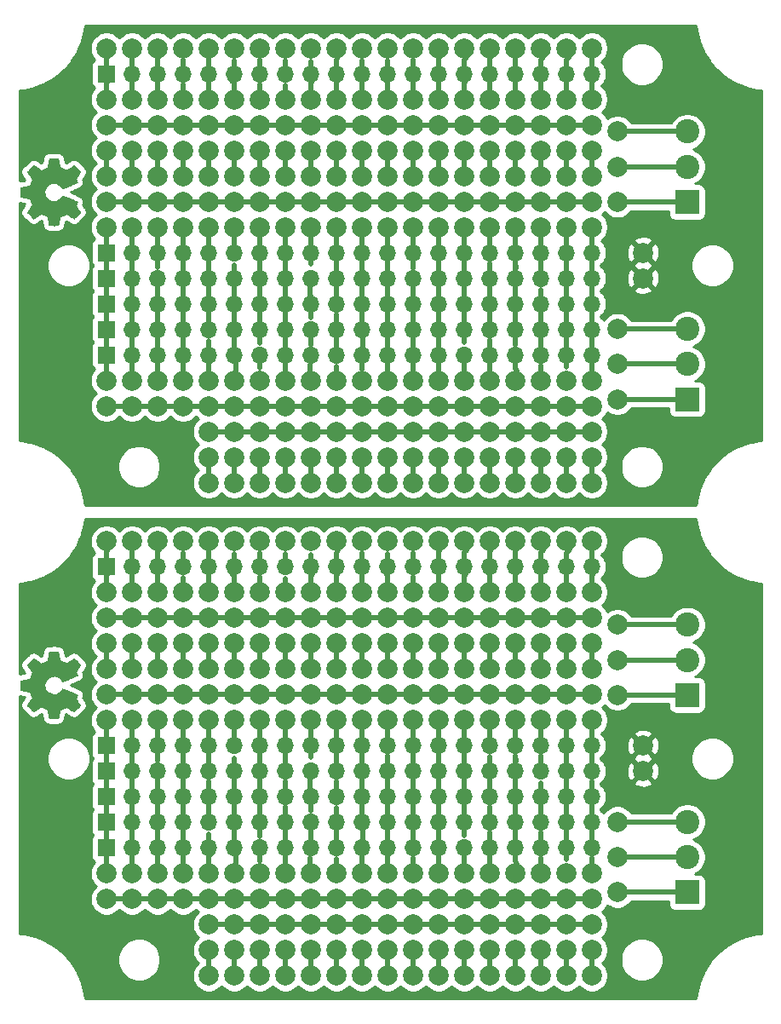
<source format=gbr>
G04 #@! TF.GenerationSoftware,KiCad,Pcbnew,5.1.5+dfsg1-2build2*
G04 #@! TF.CreationDate,2021-11-16T14:52:41-05:00*
G04 #@! TF.ProjectId,,58585858-5858-4585-9858-585858585858,rev?*
G04 #@! TF.SameCoordinates,Original*
G04 #@! TF.FileFunction,Copper,L2,Bot*
G04 #@! TF.FilePolarity,Positive*
%FSLAX46Y46*%
G04 Gerber Fmt 4.6, Leading zero omitted, Abs format (unit mm)*
G04 Created by KiCad (PCBNEW 5.1.5+dfsg1-2build2) date 2021-11-16 14:52:41*
%MOMM*%
%LPD*%
G04 APERTURE LIST*
%ADD10C,0.010000*%
%ADD11C,2.000000*%
%ADD12R,2.400000X2.400000*%
%ADD13C,2.400000*%
%ADD14R,1.700000X1.700000*%
%ADD15O,1.700000X1.700000*%
%ADD16C,1.998980*%
%ADD17C,0.500000*%
%ADD18C,0.254000*%
G04 APERTURE END LIST*
D10*
G36*
X113839031Y-114516314D02*
G01*
X114283655Y-114600135D01*
X114411153Y-114909420D01*
X114538651Y-115218706D01*
X114286346Y-115589746D01*
X114216096Y-115693657D01*
X114153372Y-115787587D01*
X114101038Y-115867152D01*
X114061957Y-115927970D01*
X114038993Y-115965657D01*
X114034042Y-115975921D01*
X114046776Y-115994410D01*
X114081982Y-116033920D01*
X114135162Y-116090022D01*
X114201818Y-116158287D01*
X114277454Y-116234286D01*
X114357572Y-116313592D01*
X114437674Y-116391775D01*
X114513264Y-116464407D01*
X114579845Y-116527059D01*
X114632918Y-116575303D01*
X114667987Y-116604710D01*
X114679723Y-116611741D01*
X114701360Y-116601623D01*
X114748762Y-116573259D01*
X114817293Y-116529629D01*
X114902315Y-116473718D01*
X114999193Y-116408506D01*
X115054450Y-116370719D01*
X115155348Y-116301843D01*
X115246399Y-116240640D01*
X115323070Y-116190078D01*
X115380828Y-116153128D01*
X115415143Y-116132758D01*
X115422354Y-116129697D01*
X115442848Y-116136636D01*
X115490613Y-116155551D01*
X115558932Y-116183587D01*
X115641089Y-116217891D01*
X115730370Y-116255609D01*
X115820058Y-116293887D01*
X115903438Y-116329870D01*
X115973794Y-116360706D01*
X116024410Y-116383539D01*
X116048571Y-116395517D01*
X116049522Y-116396224D01*
X116054136Y-116415031D01*
X116064428Y-116465118D01*
X116079387Y-116541293D01*
X116098001Y-116638365D01*
X116119259Y-116751143D01*
X116131518Y-116816942D01*
X116154462Y-116937450D01*
X116176295Y-117046297D01*
X116195822Y-117137976D01*
X116211848Y-117206981D01*
X116223179Y-117247804D01*
X116226774Y-117256011D01*
X116251106Y-117264048D01*
X116306059Y-117270533D01*
X116385208Y-117275470D01*
X116482126Y-117278864D01*
X116590387Y-117280718D01*
X116703565Y-117281038D01*
X116815235Y-117279827D01*
X116918968Y-117277090D01*
X117008341Y-117272831D01*
X117076926Y-117267055D01*
X117118297Y-117259767D01*
X117126910Y-117255395D01*
X117137233Y-117229264D01*
X117151992Y-117173893D01*
X117169452Y-117096607D01*
X117187880Y-117004730D01*
X117193841Y-116972658D01*
X117222166Y-116818024D01*
X117244976Y-116695875D01*
X117263180Y-116602173D01*
X117277683Y-116532884D01*
X117289392Y-116483971D01*
X117299215Y-116451397D01*
X117308056Y-116431128D01*
X117316824Y-116419126D01*
X117318557Y-116417447D01*
X117346471Y-116400684D01*
X117400795Y-116375114D01*
X117474877Y-116343288D01*
X117562065Y-116307760D01*
X117655708Y-116271083D01*
X117749152Y-116235811D01*
X117835747Y-116204496D01*
X117908840Y-116179693D01*
X117961778Y-116163954D01*
X117987911Y-116159832D01*
X117988826Y-116160176D01*
X118010186Y-116174141D01*
X118057184Y-116205822D01*
X118124927Y-116251891D01*
X118208523Y-116309018D01*
X118303082Y-116373873D01*
X118329954Y-116392343D01*
X118427375Y-116458199D01*
X118516263Y-116516150D01*
X118591512Y-116563038D01*
X118648020Y-116595707D01*
X118680681Y-116611000D01*
X118684693Y-116611741D01*
X118705784Y-116598892D01*
X118747564Y-116563388D01*
X118805545Y-116509793D01*
X118875235Y-116442671D01*
X118952145Y-116366587D01*
X119031783Y-116286104D01*
X119109661Y-116205787D01*
X119181286Y-116130199D01*
X119242170Y-116063905D01*
X119287821Y-116011469D01*
X119313750Y-115977455D01*
X119317983Y-115968045D01*
X119308012Y-115946143D01*
X119281120Y-115901300D01*
X119241836Y-115840821D01*
X119210217Y-115794289D01*
X119152198Y-115709975D01*
X119083884Y-115610126D01*
X119015679Y-115509973D01*
X118979175Y-115456127D01*
X118855900Y-115273871D01*
X118938620Y-115120881D01*
X118974859Y-115051182D01*
X119003026Y-114991914D01*
X119019091Y-114951811D01*
X119021326Y-114941603D01*
X119004822Y-114929329D01*
X118958182Y-114905113D01*
X118885709Y-114870763D01*
X118791706Y-114828088D01*
X118680474Y-114778894D01*
X118556315Y-114724990D01*
X118423532Y-114668184D01*
X118286427Y-114610282D01*
X118149302Y-114553093D01*
X118016458Y-114498424D01*
X117892198Y-114448084D01*
X117780825Y-114403880D01*
X117686639Y-114367619D01*
X117613944Y-114341109D01*
X117567041Y-114326158D01*
X117550933Y-114323754D01*
X117530386Y-114342811D01*
X117497033Y-114384536D01*
X117457802Y-114440206D01*
X117454699Y-114444878D01*
X117339523Y-114588764D01*
X117205153Y-114704783D01*
X117055884Y-114791930D01*
X116896013Y-114849199D01*
X116729837Y-114875586D01*
X116561652Y-114870085D01*
X116395755Y-114831690D01*
X116236442Y-114759395D01*
X116201587Y-114738126D01*
X116060837Y-114627496D01*
X115947814Y-114496802D01*
X115863103Y-114350564D01*
X115807294Y-114193308D01*
X115780974Y-114029557D01*
X115784730Y-113863833D01*
X115819150Y-113700662D01*
X115884823Y-113544565D01*
X115982335Y-113400067D01*
X116021913Y-113355369D01*
X116145803Y-113241612D01*
X116276224Y-113158718D01*
X116422415Y-113101856D01*
X116567188Y-113070187D01*
X116729960Y-113062369D01*
X116893540Y-113088438D01*
X117052398Y-113145745D01*
X117201006Y-113231644D01*
X117333835Y-113343486D01*
X117445356Y-113478623D01*
X117457111Y-113496383D01*
X117495608Y-113552650D01*
X117528963Y-113595423D01*
X117550260Y-113615872D01*
X117550933Y-113616169D01*
X117573971Y-113611779D01*
X117626257Y-113594376D01*
X117703490Y-113565768D01*
X117801368Y-113527765D01*
X117915591Y-113482174D01*
X118041858Y-113430803D01*
X118175867Y-113375462D01*
X118313318Y-113317958D01*
X118449908Y-113260101D01*
X118581337Y-113203698D01*
X118703305Y-113150558D01*
X118811509Y-113102490D01*
X118901649Y-113061301D01*
X118969423Y-113028801D01*
X119010530Y-113006797D01*
X119021326Y-112997936D01*
X119012919Y-112970860D01*
X118990372Y-112920197D01*
X118957713Y-112854683D01*
X118938620Y-112818659D01*
X118855900Y-112665668D01*
X118979175Y-112483412D01*
X119042328Y-112390375D01*
X119111827Y-112288515D01*
X119177265Y-112193062D01*
X119210217Y-112145250D01*
X119255373Y-112078005D01*
X119291157Y-112021064D01*
X119313038Y-111981854D01*
X119317663Y-111969119D01*
X119305185Y-111950583D01*
X119270352Y-111909559D01*
X119216778Y-111850025D01*
X119148083Y-111775958D01*
X119067881Y-111691335D01*
X119016386Y-111637815D01*
X118924386Y-111544181D01*
X118842099Y-111463259D01*
X118773045Y-111398323D01*
X118720744Y-111352642D01*
X118688716Y-111329489D01*
X118682216Y-111327268D01*
X118657494Y-111337576D01*
X118607505Y-111366061D01*
X118537312Y-111409563D01*
X118451975Y-111464923D01*
X118356556Y-111528980D01*
X118329954Y-111547197D01*
X118233267Y-111613573D01*
X118146217Y-111673122D01*
X118073695Y-111722516D01*
X118020593Y-111758425D01*
X117991803Y-111777519D01*
X117988826Y-111779364D01*
X117965882Y-111776605D01*
X117915436Y-111761962D01*
X117844141Y-111737987D01*
X117758647Y-111707234D01*
X117665607Y-111672256D01*
X117571674Y-111635607D01*
X117483499Y-111599839D01*
X117407734Y-111567506D01*
X117351031Y-111541162D01*
X117320043Y-111523358D01*
X117318557Y-111522093D01*
X117309701Y-111511206D01*
X117300943Y-111492818D01*
X117291377Y-111462894D01*
X117280096Y-111417397D01*
X117266193Y-111352291D01*
X117248763Y-111263539D01*
X117226898Y-111147107D01*
X117199691Y-110998958D01*
X117193841Y-110966882D01*
X117175474Y-110871814D01*
X117157505Y-110788935D01*
X117141669Y-110725570D01*
X117129700Y-110689042D01*
X117126910Y-110684144D01*
X117102172Y-110676073D01*
X117046890Y-110669513D01*
X116967489Y-110664467D01*
X116870396Y-110660941D01*
X116762038Y-110658939D01*
X116648840Y-110658464D01*
X116537228Y-110659523D01*
X116433629Y-110662118D01*
X116344468Y-110666254D01*
X116276172Y-110671937D01*
X116235166Y-110679169D01*
X116226774Y-110683529D01*
X116218308Y-110707802D01*
X116204535Y-110763074D01*
X116186650Y-110843838D01*
X116165848Y-110944588D01*
X116143323Y-111059817D01*
X116131518Y-111122598D01*
X116109251Y-111241713D01*
X116089079Y-111347935D01*
X116072015Y-111436073D01*
X116059069Y-111500934D01*
X116051255Y-111537326D01*
X116049522Y-111543316D01*
X116029990Y-111553439D01*
X115982943Y-111574838D01*
X115915103Y-111604661D01*
X115833191Y-111640055D01*
X115743928Y-111678168D01*
X115654035Y-111716147D01*
X115570235Y-111751140D01*
X115499247Y-111780294D01*
X115447794Y-111800757D01*
X115422597Y-111809677D01*
X115421496Y-111809843D01*
X115401619Y-111799731D01*
X115355877Y-111771383D01*
X115288817Y-111727777D01*
X115204984Y-111671894D01*
X115108926Y-111606713D01*
X115053750Y-111568821D01*
X114952581Y-111499775D01*
X114860730Y-111438450D01*
X114782844Y-111387837D01*
X114723569Y-111350929D01*
X114687551Y-111330718D01*
X114679477Y-111327799D01*
X114660684Y-111340347D01*
X114620557Y-111375037D01*
X114563593Y-111427437D01*
X114494285Y-111493116D01*
X114417131Y-111567644D01*
X114336625Y-111646587D01*
X114257263Y-111725517D01*
X114183540Y-111800000D01*
X114119952Y-111865606D01*
X114070994Y-111917904D01*
X114041161Y-111952461D01*
X114034042Y-111964022D01*
X114044053Y-111982846D01*
X114072178Y-112027869D01*
X114115554Y-112094713D01*
X114171318Y-112179001D01*
X114236606Y-112276356D01*
X114286346Y-112349793D01*
X114538651Y-112720833D01*
X114283655Y-113339405D01*
X113839031Y-113423225D01*
X113394407Y-113507046D01*
X113394407Y-114432494D01*
X113839031Y-114516314D01*
G37*
X113839031Y-114516314D02*
X114283655Y-114600135D01*
X114411153Y-114909420D01*
X114538651Y-115218706D01*
X114286346Y-115589746D01*
X114216096Y-115693657D01*
X114153372Y-115787587D01*
X114101038Y-115867152D01*
X114061957Y-115927970D01*
X114038993Y-115965657D01*
X114034042Y-115975921D01*
X114046776Y-115994410D01*
X114081982Y-116033920D01*
X114135162Y-116090022D01*
X114201818Y-116158287D01*
X114277454Y-116234286D01*
X114357572Y-116313592D01*
X114437674Y-116391775D01*
X114513264Y-116464407D01*
X114579845Y-116527059D01*
X114632918Y-116575303D01*
X114667987Y-116604710D01*
X114679723Y-116611741D01*
X114701360Y-116601623D01*
X114748762Y-116573259D01*
X114817293Y-116529629D01*
X114902315Y-116473718D01*
X114999193Y-116408506D01*
X115054450Y-116370719D01*
X115155348Y-116301843D01*
X115246399Y-116240640D01*
X115323070Y-116190078D01*
X115380828Y-116153128D01*
X115415143Y-116132758D01*
X115422354Y-116129697D01*
X115442848Y-116136636D01*
X115490613Y-116155551D01*
X115558932Y-116183587D01*
X115641089Y-116217891D01*
X115730370Y-116255609D01*
X115820058Y-116293887D01*
X115903438Y-116329870D01*
X115973794Y-116360706D01*
X116024410Y-116383539D01*
X116048571Y-116395517D01*
X116049522Y-116396224D01*
X116054136Y-116415031D01*
X116064428Y-116465118D01*
X116079387Y-116541293D01*
X116098001Y-116638365D01*
X116119259Y-116751143D01*
X116131518Y-116816942D01*
X116154462Y-116937450D01*
X116176295Y-117046297D01*
X116195822Y-117137976D01*
X116211848Y-117206981D01*
X116223179Y-117247804D01*
X116226774Y-117256011D01*
X116251106Y-117264048D01*
X116306059Y-117270533D01*
X116385208Y-117275470D01*
X116482126Y-117278864D01*
X116590387Y-117280718D01*
X116703565Y-117281038D01*
X116815235Y-117279827D01*
X116918968Y-117277090D01*
X117008341Y-117272831D01*
X117076926Y-117267055D01*
X117118297Y-117259767D01*
X117126910Y-117255395D01*
X117137233Y-117229264D01*
X117151992Y-117173893D01*
X117169452Y-117096607D01*
X117187880Y-117004730D01*
X117193841Y-116972658D01*
X117222166Y-116818024D01*
X117244976Y-116695875D01*
X117263180Y-116602173D01*
X117277683Y-116532884D01*
X117289392Y-116483971D01*
X117299215Y-116451397D01*
X117308056Y-116431128D01*
X117316824Y-116419126D01*
X117318557Y-116417447D01*
X117346471Y-116400684D01*
X117400795Y-116375114D01*
X117474877Y-116343288D01*
X117562065Y-116307760D01*
X117655708Y-116271083D01*
X117749152Y-116235811D01*
X117835747Y-116204496D01*
X117908840Y-116179693D01*
X117961778Y-116163954D01*
X117987911Y-116159832D01*
X117988826Y-116160176D01*
X118010186Y-116174141D01*
X118057184Y-116205822D01*
X118124927Y-116251891D01*
X118208523Y-116309018D01*
X118303082Y-116373873D01*
X118329954Y-116392343D01*
X118427375Y-116458199D01*
X118516263Y-116516150D01*
X118591512Y-116563038D01*
X118648020Y-116595707D01*
X118680681Y-116611000D01*
X118684693Y-116611741D01*
X118705784Y-116598892D01*
X118747564Y-116563388D01*
X118805545Y-116509793D01*
X118875235Y-116442671D01*
X118952145Y-116366587D01*
X119031783Y-116286104D01*
X119109661Y-116205787D01*
X119181286Y-116130199D01*
X119242170Y-116063905D01*
X119287821Y-116011469D01*
X119313750Y-115977455D01*
X119317983Y-115968045D01*
X119308012Y-115946143D01*
X119281120Y-115901300D01*
X119241836Y-115840821D01*
X119210217Y-115794289D01*
X119152198Y-115709975D01*
X119083884Y-115610126D01*
X119015679Y-115509973D01*
X118979175Y-115456127D01*
X118855900Y-115273871D01*
X118938620Y-115120881D01*
X118974859Y-115051182D01*
X119003026Y-114991914D01*
X119019091Y-114951811D01*
X119021326Y-114941603D01*
X119004822Y-114929329D01*
X118958182Y-114905113D01*
X118885709Y-114870763D01*
X118791706Y-114828088D01*
X118680474Y-114778894D01*
X118556315Y-114724990D01*
X118423532Y-114668184D01*
X118286427Y-114610282D01*
X118149302Y-114553093D01*
X118016458Y-114498424D01*
X117892198Y-114448084D01*
X117780825Y-114403880D01*
X117686639Y-114367619D01*
X117613944Y-114341109D01*
X117567041Y-114326158D01*
X117550933Y-114323754D01*
X117530386Y-114342811D01*
X117497033Y-114384536D01*
X117457802Y-114440206D01*
X117454699Y-114444878D01*
X117339523Y-114588764D01*
X117205153Y-114704783D01*
X117055884Y-114791930D01*
X116896013Y-114849199D01*
X116729837Y-114875586D01*
X116561652Y-114870085D01*
X116395755Y-114831690D01*
X116236442Y-114759395D01*
X116201587Y-114738126D01*
X116060837Y-114627496D01*
X115947814Y-114496802D01*
X115863103Y-114350564D01*
X115807294Y-114193308D01*
X115780974Y-114029557D01*
X115784730Y-113863833D01*
X115819150Y-113700662D01*
X115884823Y-113544565D01*
X115982335Y-113400067D01*
X116021913Y-113355369D01*
X116145803Y-113241612D01*
X116276224Y-113158718D01*
X116422415Y-113101856D01*
X116567188Y-113070187D01*
X116729960Y-113062369D01*
X116893540Y-113088438D01*
X117052398Y-113145745D01*
X117201006Y-113231644D01*
X117333835Y-113343486D01*
X117445356Y-113478623D01*
X117457111Y-113496383D01*
X117495608Y-113552650D01*
X117528963Y-113595423D01*
X117550260Y-113615872D01*
X117550933Y-113616169D01*
X117573971Y-113611779D01*
X117626257Y-113594376D01*
X117703490Y-113565768D01*
X117801368Y-113527765D01*
X117915591Y-113482174D01*
X118041858Y-113430803D01*
X118175867Y-113375462D01*
X118313318Y-113317958D01*
X118449908Y-113260101D01*
X118581337Y-113203698D01*
X118703305Y-113150558D01*
X118811509Y-113102490D01*
X118901649Y-113061301D01*
X118969423Y-113028801D01*
X119010530Y-113006797D01*
X119021326Y-112997936D01*
X119012919Y-112970860D01*
X118990372Y-112920197D01*
X118957713Y-112854683D01*
X118938620Y-112818659D01*
X118855900Y-112665668D01*
X118979175Y-112483412D01*
X119042328Y-112390375D01*
X119111827Y-112288515D01*
X119177265Y-112193062D01*
X119210217Y-112145250D01*
X119255373Y-112078005D01*
X119291157Y-112021064D01*
X119313038Y-111981854D01*
X119317663Y-111969119D01*
X119305185Y-111950583D01*
X119270352Y-111909559D01*
X119216778Y-111850025D01*
X119148083Y-111775958D01*
X119067881Y-111691335D01*
X119016386Y-111637815D01*
X118924386Y-111544181D01*
X118842099Y-111463259D01*
X118773045Y-111398323D01*
X118720744Y-111352642D01*
X118688716Y-111329489D01*
X118682216Y-111327268D01*
X118657494Y-111337576D01*
X118607505Y-111366061D01*
X118537312Y-111409563D01*
X118451975Y-111464923D01*
X118356556Y-111528980D01*
X118329954Y-111547197D01*
X118233267Y-111613573D01*
X118146217Y-111673122D01*
X118073695Y-111722516D01*
X118020593Y-111758425D01*
X117991803Y-111777519D01*
X117988826Y-111779364D01*
X117965882Y-111776605D01*
X117915436Y-111761962D01*
X117844141Y-111737987D01*
X117758647Y-111707234D01*
X117665607Y-111672256D01*
X117571674Y-111635607D01*
X117483499Y-111599839D01*
X117407734Y-111567506D01*
X117351031Y-111541162D01*
X117320043Y-111523358D01*
X117318557Y-111522093D01*
X117309701Y-111511206D01*
X117300943Y-111492818D01*
X117291377Y-111462894D01*
X117280096Y-111417397D01*
X117266193Y-111352291D01*
X117248763Y-111263539D01*
X117226898Y-111147107D01*
X117199691Y-110998958D01*
X117193841Y-110966882D01*
X117175474Y-110871814D01*
X117157505Y-110788935D01*
X117141669Y-110725570D01*
X117129700Y-110689042D01*
X117126910Y-110684144D01*
X117102172Y-110676073D01*
X117046890Y-110669513D01*
X116967489Y-110664467D01*
X116870396Y-110660941D01*
X116762038Y-110658939D01*
X116648840Y-110658464D01*
X116537228Y-110659523D01*
X116433629Y-110662118D01*
X116344468Y-110666254D01*
X116276172Y-110671937D01*
X116235166Y-110679169D01*
X116226774Y-110683529D01*
X116218308Y-110707802D01*
X116204535Y-110763074D01*
X116186650Y-110843838D01*
X116165848Y-110944588D01*
X116143323Y-111059817D01*
X116131518Y-111122598D01*
X116109251Y-111241713D01*
X116089079Y-111347935D01*
X116072015Y-111436073D01*
X116059069Y-111500934D01*
X116051255Y-111537326D01*
X116049522Y-111543316D01*
X116029990Y-111553439D01*
X115982943Y-111574838D01*
X115915103Y-111604661D01*
X115833191Y-111640055D01*
X115743928Y-111678168D01*
X115654035Y-111716147D01*
X115570235Y-111751140D01*
X115499247Y-111780294D01*
X115447794Y-111800757D01*
X115422597Y-111809677D01*
X115421496Y-111809843D01*
X115401619Y-111799731D01*
X115355877Y-111771383D01*
X115288817Y-111727777D01*
X115204984Y-111671894D01*
X115108926Y-111606713D01*
X115053750Y-111568821D01*
X114952581Y-111499775D01*
X114860730Y-111438450D01*
X114782844Y-111387837D01*
X114723569Y-111350929D01*
X114687551Y-111330718D01*
X114679477Y-111327799D01*
X114660684Y-111340347D01*
X114620557Y-111375037D01*
X114563593Y-111427437D01*
X114494285Y-111493116D01*
X114417131Y-111567644D01*
X114336625Y-111646587D01*
X114257263Y-111725517D01*
X114183540Y-111800000D01*
X114119952Y-111865606D01*
X114070994Y-111917904D01*
X114041161Y-111952461D01*
X114034042Y-111964022D01*
X114044053Y-111982846D01*
X114072178Y-112027869D01*
X114115554Y-112094713D01*
X114171318Y-112179001D01*
X114236606Y-112276356D01*
X114286346Y-112349793D01*
X114538651Y-112720833D01*
X114283655Y-113339405D01*
X113839031Y-113423225D01*
X113394407Y-113507046D01*
X113394407Y-114432494D01*
X113839031Y-114516314D01*
G36*
X113839031Y-65516314D02*
G01*
X114283655Y-65600135D01*
X114411153Y-65909420D01*
X114538651Y-66218706D01*
X114286346Y-66589746D01*
X114216096Y-66693657D01*
X114153372Y-66787587D01*
X114101038Y-66867152D01*
X114061957Y-66927970D01*
X114038993Y-66965657D01*
X114034042Y-66975921D01*
X114046776Y-66994410D01*
X114081982Y-67033920D01*
X114135162Y-67090022D01*
X114201818Y-67158287D01*
X114277454Y-67234286D01*
X114357572Y-67313592D01*
X114437674Y-67391775D01*
X114513264Y-67464407D01*
X114579845Y-67527059D01*
X114632918Y-67575303D01*
X114667987Y-67604710D01*
X114679723Y-67611741D01*
X114701360Y-67601623D01*
X114748762Y-67573259D01*
X114817293Y-67529629D01*
X114902315Y-67473718D01*
X114999193Y-67408506D01*
X115054450Y-67370719D01*
X115155348Y-67301843D01*
X115246399Y-67240640D01*
X115323070Y-67190078D01*
X115380828Y-67153128D01*
X115415143Y-67132758D01*
X115422354Y-67129697D01*
X115442848Y-67136636D01*
X115490613Y-67155551D01*
X115558932Y-67183587D01*
X115641089Y-67217891D01*
X115730370Y-67255609D01*
X115820058Y-67293887D01*
X115903438Y-67329870D01*
X115973794Y-67360706D01*
X116024410Y-67383539D01*
X116048571Y-67395517D01*
X116049522Y-67396224D01*
X116054136Y-67415031D01*
X116064428Y-67465118D01*
X116079387Y-67541293D01*
X116098001Y-67638365D01*
X116119259Y-67751143D01*
X116131518Y-67816942D01*
X116154462Y-67937450D01*
X116176295Y-68046297D01*
X116195822Y-68137976D01*
X116211848Y-68206981D01*
X116223179Y-68247804D01*
X116226774Y-68256011D01*
X116251106Y-68264048D01*
X116306059Y-68270533D01*
X116385208Y-68275470D01*
X116482126Y-68278864D01*
X116590387Y-68280718D01*
X116703565Y-68281038D01*
X116815235Y-68279827D01*
X116918968Y-68277090D01*
X117008341Y-68272831D01*
X117076926Y-68267055D01*
X117118297Y-68259767D01*
X117126910Y-68255395D01*
X117137233Y-68229264D01*
X117151992Y-68173893D01*
X117169452Y-68096607D01*
X117187880Y-68004730D01*
X117193841Y-67972658D01*
X117222166Y-67818024D01*
X117244976Y-67695875D01*
X117263180Y-67602173D01*
X117277683Y-67532884D01*
X117289392Y-67483971D01*
X117299215Y-67451397D01*
X117308056Y-67431128D01*
X117316824Y-67419126D01*
X117318557Y-67417447D01*
X117346471Y-67400684D01*
X117400795Y-67375114D01*
X117474877Y-67343288D01*
X117562065Y-67307760D01*
X117655708Y-67271083D01*
X117749152Y-67235811D01*
X117835747Y-67204496D01*
X117908840Y-67179693D01*
X117961778Y-67163954D01*
X117987911Y-67159832D01*
X117988826Y-67160176D01*
X118010186Y-67174141D01*
X118057184Y-67205822D01*
X118124927Y-67251891D01*
X118208523Y-67309018D01*
X118303082Y-67373873D01*
X118329954Y-67392343D01*
X118427375Y-67458199D01*
X118516263Y-67516150D01*
X118591512Y-67563038D01*
X118648020Y-67595707D01*
X118680681Y-67611000D01*
X118684693Y-67611741D01*
X118705784Y-67598892D01*
X118747564Y-67563388D01*
X118805545Y-67509793D01*
X118875235Y-67442671D01*
X118952145Y-67366587D01*
X119031783Y-67286104D01*
X119109661Y-67205787D01*
X119181286Y-67130199D01*
X119242170Y-67063905D01*
X119287821Y-67011469D01*
X119313750Y-66977455D01*
X119317983Y-66968045D01*
X119308012Y-66946143D01*
X119281120Y-66901300D01*
X119241836Y-66840821D01*
X119210217Y-66794289D01*
X119152198Y-66709975D01*
X119083884Y-66610126D01*
X119015679Y-66509973D01*
X118979175Y-66456127D01*
X118855900Y-66273871D01*
X118938620Y-66120881D01*
X118974859Y-66051182D01*
X119003026Y-65991914D01*
X119019091Y-65951811D01*
X119021326Y-65941603D01*
X119004822Y-65929329D01*
X118958182Y-65905113D01*
X118885709Y-65870763D01*
X118791706Y-65828088D01*
X118680474Y-65778894D01*
X118556315Y-65724990D01*
X118423532Y-65668184D01*
X118286427Y-65610282D01*
X118149302Y-65553093D01*
X118016458Y-65498424D01*
X117892198Y-65448084D01*
X117780825Y-65403880D01*
X117686639Y-65367619D01*
X117613944Y-65341109D01*
X117567041Y-65326158D01*
X117550933Y-65323754D01*
X117530386Y-65342811D01*
X117497033Y-65384536D01*
X117457802Y-65440206D01*
X117454699Y-65444878D01*
X117339523Y-65588764D01*
X117205153Y-65704783D01*
X117055884Y-65791930D01*
X116896013Y-65849199D01*
X116729837Y-65875586D01*
X116561652Y-65870085D01*
X116395755Y-65831690D01*
X116236442Y-65759395D01*
X116201587Y-65738126D01*
X116060837Y-65627496D01*
X115947814Y-65496802D01*
X115863103Y-65350564D01*
X115807294Y-65193308D01*
X115780974Y-65029557D01*
X115784730Y-64863833D01*
X115819150Y-64700662D01*
X115884823Y-64544565D01*
X115982335Y-64400067D01*
X116021913Y-64355369D01*
X116145803Y-64241612D01*
X116276224Y-64158718D01*
X116422415Y-64101856D01*
X116567188Y-64070187D01*
X116729960Y-64062369D01*
X116893540Y-64088438D01*
X117052398Y-64145745D01*
X117201006Y-64231644D01*
X117333835Y-64343486D01*
X117445356Y-64478623D01*
X117457111Y-64496383D01*
X117495608Y-64552650D01*
X117528963Y-64595423D01*
X117550260Y-64615872D01*
X117550933Y-64616169D01*
X117573971Y-64611779D01*
X117626257Y-64594376D01*
X117703490Y-64565768D01*
X117801368Y-64527765D01*
X117915591Y-64482174D01*
X118041858Y-64430803D01*
X118175867Y-64375462D01*
X118313318Y-64317958D01*
X118449908Y-64260101D01*
X118581337Y-64203698D01*
X118703305Y-64150558D01*
X118811509Y-64102490D01*
X118901649Y-64061301D01*
X118969423Y-64028801D01*
X119010530Y-64006797D01*
X119021326Y-63997936D01*
X119012919Y-63970860D01*
X118990372Y-63920197D01*
X118957713Y-63854683D01*
X118938620Y-63818659D01*
X118855900Y-63665668D01*
X118979175Y-63483412D01*
X119042328Y-63390375D01*
X119111827Y-63288515D01*
X119177265Y-63193062D01*
X119210217Y-63145250D01*
X119255373Y-63078005D01*
X119291157Y-63021064D01*
X119313038Y-62981854D01*
X119317663Y-62969119D01*
X119305185Y-62950583D01*
X119270352Y-62909559D01*
X119216778Y-62850025D01*
X119148083Y-62775958D01*
X119067881Y-62691335D01*
X119016386Y-62637815D01*
X118924386Y-62544181D01*
X118842099Y-62463259D01*
X118773045Y-62398323D01*
X118720744Y-62352642D01*
X118688716Y-62329489D01*
X118682216Y-62327268D01*
X118657494Y-62337576D01*
X118607505Y-62366061D01*
X118537312Y-62409563D01*
X118451975Y-62464923D01*
X118356556Y-62528980D01*
X118329954Y-62547197D01*
X118233267Y-62613573D01*
X118146217Y-62673122D01*
X118073695Y-62722516D01*
X118020593Y-62758425D01*
X117991803Y-62777519D01*
X117988826Y-62779364D01*
X117965882Y-62776605D01*
X117915436Y-62761962D01*
X117844141Y-62737987D01*
X117758647Y-62707234D01*
X117665607Y-62672256D01*
X117571674Y-62635607D01*
X117483499Y-62599839D01*
X117407734Y-62567506D01*
X117351031Y-62541162D01*
X117320043Y-62523358D01*
X117318557Y-62522093D01*
X117309701Y-62511206D01*
X117300943Y-62492818D01*
X117291377Y-62462894D01*
X117280096Y-62417397D01*
X117266193Y-62352291D01*
X117248763Y-62263539D01*
X117226898Y-62147107D01*
X117199691Y-61998958D01*
X117193841Y-61966882D01*
X117175474Y-61871814D01*
X117157505Y-61788935D01*
X117141669Y-61725570D01*
X117129700Y-61689042D01*
X117126910Y-61684144D01*
X117102172Y-61676073D01*
X117046890Y-61669513D01*
X116967489Y-61664467D01*
X116870396Y-61660941D01*
X116762038Y-61658939D01*
X116648840Y-61658464D01*
X116537228Y-61659523D01*
X116433629Y-61662118D01*
X116344468Y-61666254D01*
X116276172Y-61671937D01*
X116235166Y-61679169D01*
X116226774Y-61683529D01*
X116218308Y-61707802D01*
X116204535Y-61763074D01*
X116186650Y-61843838D01*
X116165848Y-61944588D01*
X116143323Y-62059817D01*
X116131518Y-62122598D01*
X116109251Y-62241713D01*
X116089079Y-62347935D01*
X116072015Y-62436073D01*
X116059069Y-62500934D01*
X116051255Y-62537326D01*
X116049522Y-62543316D01*
X116029990Y-62553439D01*
X115982943Y-62574838D01*
X115915103Y-62604661D01*
X115833191Y-62640055D01*
X115743928Y-62678168D01*
X115654035Y-62716147D01*
X115570235Y-62751140D01*
X115499247Y-62780294D01*
X115447794Y-62800757D01*
X115422597Y-62809677D01*
X115421496Y-62809843D01*
X115401619Y-62799731D01*
X115355877Y-62771383D01*
X115288817Y-62727777D01*
X115204984Y-62671894D01*
X115108926Y-62606713D01*
X115053750Y-62568821D01*
X114952581Y-62499775D01*
X114860730Y-62438450D01*
X114782844Y-62387837D01*
X114723569Y-62350929D01*
X114687551Y-62330718D01*
X114679477Y-62327799D01*
X114660684Y-62340347D01*
X114620557Y-62375037D01*
X114563593Y-62427437D01*
X114494285Y-62493116D01*
X114417131Y-62567644D01*
X114336625Y-62646587D01*
X114257263Y-62725517D01*
X114183540Y-62800000D01*
X114119952Y-62865606D01*
X114070994Y-62917904D01*
X114041161Y-62952461D01*
X114034042Y-62964022D01*
X114044053Y-62982846D01*
X114072178Y-63027869D01*
X114115554Y-63094713D01*
X114171318Y-63179001D01*
X114236606Y-63276356D01*
X114286346Y-63349793D01*
X114538651Y-63720833D01*
X114283655Y-64339405D01*
X113839031Y-64423225D01*
X113394407Y-64507046D01*
X113394407Y-65432494D01*
X113839031Y-65516314D01*
G37*
X113839031Y-65516314D02*
X114283655Y-65600135D01*
X114411153Y-65909420D01*
X114538651Y-66218706D01*
X114286346Y-66589746D01*
X114216096Y-66693657D01*
X114153372Y-66787587D01*
X114101038Y-66867152D01*
X114061957Y-66927970D01*
X114038993Y-66965657D01*
X114034042Y-66975921D01*
X114046776Y-66994410D01*
X114081982Y-67033920D01*
X114135162Y-67090022D01*
X114201818Y-67158287D01*
X114277454Y-67234286D01*
X114357572Y-67313592D01*
X114437674Y-67391775D01*
X114513264Y-67464407D01*
X114579845Y-67527059D01*
X114632918Y-67575303D01*
X114667987Y-67604710D01*
X114679723Y-67611741D01*
X114701360Y-67601623D01*
X114748762Y-67573259D01*
X114817293Y-67529629D01*
X114902315Y-67473718D01*
X114999193Y-67408506D01*
X115054450Y-67370719D01*
X115155348Y-67301843D01*
X115246399Y-67240640D01*
X115323070Y-67190078D01*
X115380828Y-67153128D01*
X115415143Y-67132758D01*
X115422354Y-67129697D01*
X115442848Y-67136636D01*
X115490613Y-67155551D01*
X115558932Y-67183587D01*
X115641089Y-67217891D01*
X115730370Y-67255609D01*
X115820058Y-67293887D01*
X115903438Y-67329870D01*
X115973794Y-67360706D01*
X116024410Y-67383539D01*
X116048571Y-67395517D01*
X116049522Y-67396224D01*
X116054136Y-67415031D01*
X116064428Y-67465118D01*
X116079387Y-67541293D01*
X116098001Y-67638365D01*
X116119259Y-67751143D01*
X116131518Y-67816942D01*
X116154462Y-67937450D01*
X116176295Y-68046297D01*
X116195822Y-68137976D01*
X116211848Y-68206981D01*
X116223179Y-68247804D01*
X116226774Y-68256011D01*
X116251106Y-68264048D01*
X116306059Y-68270533D01*
X116385208Y-68275470D01*
X116482126Y-68278864D01*
X116590387Y-68280718D01*
X116703565Y-68281038D01*
X116815235Y-68279827D01*
X116918968Y-68277090D01*
X117008341Y-68272831D01*
X117076926Y-68267055D01*
X117118297Y-68259767D01*
X117126910Y-68255395D01*
X117137233Y-68229264D01*
X117151992Y-68173893D01*
X117169452Y-68096607D01*
X117187880Y-68004730D01*
X117193841Y-67972658D01*
X117222166Y-67818024D01*
X117244976Y-67695875D01*
X117263180Y-67602173D01*
X117277683Y-67532884D01*
X117289392Y-67483971D01*
X117299215Y-67451397D01*
X117308056Y-67431128D01*
X117316824Y-67419126D01*
X117318557Y-67417447D01*
X117346471Y-67400684D01*
X117400795Y-67375114D01*
X117474877Y-67343288D01*
X117562065Y-67307760D01*
X117655708Y-67271083D01*
X117749152Y-67235811D01*
X117835747Y-67204496D01*
X117908840Y-67179693D01*
X117961778Y-67163954D01*
X117987911Y-67159832D01*
X117988826Y-67160176D01*
X118010186Y-67174141D01*
X118057184Y-67205822D01*
X118124927Y-67251891D01*
X118208523Y-67309018D01*
X118303082Y-67373873D01*
X118329954Y-67392343D01*
X118427375Y-67458199D01*
X118516263Y-67516150D01*
X118591512Y-67563038D01*
X118648020Y-67595707D01*
X118680681Y-67611000D01*
X118684693Y-67611741D01*
X118705784Y-67598892D01*
X118747564Y-67563388D01*
X118805545Y-67509793D01*
X118875235Y-67442671D01*
X118952145Y-67366587D01*
X119031783Y-67286104D01*
X119109661Y-67205787D01*
X119181286Y-67130199D01*
X119242170Y-67063905D01*
X119287821Y-67011469D01*
X119313750Y-66977455D01*
X119317983Y-66968045D01*
X119308012Y-66946143D01*
X119281120Y-66901300D01*
X119241836Y-66840821D01*
X119210217Y-66794289D01*
X119152198Y-66709975D01*
X119083884Y-66610126D01*
X119015679Y-66509973D01*
X118979175Y-66456127D01*
X118855900Y-66273871D01*
X118938620Y-66120881D01*
X118974859Y-66051182D01*
X119003026Y-65991914D01*
X119019091Y-65951811D01*
X119021326Y-65941603D01*
X119004822Y-65929329D01*
X118958182Y-65905113D01*
X118885709Y-65870763D01*
X118791706Y-65828088D01*
X118680474Y-65778894D01*
X118556315Y-65724990D01*
X118423532Y-65668184D01*
X118286427Y-65610282D01*
X118149302Y-65553093D01*
X118016458Y-65498424D01*
X117892198Y-65448084D01*
X117780825Y-65403880D01*
X117686639Y-65367619D01*
X117613944Y-65341109D01*
X117567041Y-65326158D01*
X117550933Y-65323754D01*
X117530386Y-65342811D01*
X117497033Y-65384536D01*
X117457802Y-65440206D01*
X117454699Y-65444878D01*
X117339523Y-65588764D01*
X117205153Y-65704783D01*
X117055884Y-65791930D01*
X116896013Y-65849199D01*
X116729837Y-65875586D01*
X116561652Y-65870085D01*
X116395755Y-65831690D01*
X116236442Y-65759395D01*
X116201587Y-65738126D01*
X116060837Y-65627496D01*
X115947814Y-65496802D01*
X115863103Y-65350564D01*
X115807294Y-65193308D01*
X115780974Y-65029557D01*
X115784730Y-64863833D01*
X115819150Y-64700662D01*
X115884823Y-64544565D01*
X115982335Y-64400067D01*
X116021913Y-64355369D01*
X116145803Y-64241612D01*
X116276224Y-64158718D01*
X116422415Y-64101856D01*
X116567188Y-64070187D01*
X116729960Y-64062369D01*
X116893540Y-64088438D01*
X117052398Y-64145745D01*
X117201006Y-64231644D01*
X117333835Y-64343486D01*
X117445356Y-64478623D01*
X117457111Y-64496383D01*
X117495608Y-64552650D01*
X117528963Y-64595423D01*
X117550260Y-64615872D01*
X117550933Y-64616169D01*
X117573971Y-64611779D01*
X117626257Y-64594376D01*
X117703490Y-64565768D01*
X117801368Y-64527765D01*
X117915591Y-64482174D01*
X118041858Y-64430803D01*
X118175867Y-64375462D01*
X118313318Y-64317958D01*
X118449908Y-64260101D01*
X118581337Y-64203698D01*
X118703305Y-64150558D01*
X118811509Y-64102490D01*
X118901649Y-64061301D01*
X118969423Y-64028801D01*
X119010530Y-64006797D01*
X119021326Y-63997936D01*
X119012919Y-63970860D01*
X118990372Y-63920197D01*
X118957713Y-63854683D01*
X118938620Y-63818659D01*
X118855900Y-63665668D01*
X118979175Y-63483412D01*
X119042328Y-63390375D01*
X119111827Y-63288515D01*
X119177265Y-63193062D01*
X119210217Y-63145250D01*
X119255373Y-63078005D01*
X119291157Y-63021064D01*
X119313038Y-62981854D01*
X119317663Y-62969119D01*
X119305185Y-62950583D01*
X119270352Y-62909559D01*
X119216778Y-62850025D01*
X119148083Y-62775958D01*
X119067881Y-62691335D01*
X119016386Y-62637815D01*
X118924386Y-62544181D01*
X118842099Y-62463259D01*
X118773045Y-62398323D01*
X118720744Y-62352642D01*
X118688716Y-62329489D01*
X118682216Y-62327268D01*
X118657494Y-62337576D01*
X118607505Y-62366061D01*
X118537312Y-62409563D01*
X118451975Y-62464923D01*
X118356556Y-62528980D01*
X118329954Y-62547197D01*
X118233267Y-62613573D01*
X118146217Y-62673122D01*
X118073695Y-62722516D01*
X118020593Y-62758425D01*
X117991803Y-62777519D01*
X117988826Y-62779364D01*
X117965882Y-62776605D01*
X117915436Y-62761962D01*
X117844141Y-62737987D01*
X117758647Y-62707234D01*
X117665607Y-62672256D01*
X117571674Y-62635607D01*
X117483499Y-62599839D01*
X117407734Y-62567506D01*
X117351031Y-62541162D01*
X117320043Y-62523358D01*
X117318557Y-62522093D01*
X117309701Y-62511206D01*
X117300943Y-62492818D01*
X117291377Y-62462894D01*
X117280096Y-62417397D01*
X117266193Y-62352291D01*
X117248763Y-62263539D01*
X117226898Y-62147107D01*
X117199691Y-61998958D01*
X117193841Y-61966882D01*
X117175474Y-61871814D01*
X117157505Y-61788935D01*
X117141669Y-61725570D01*
X117129700Y-61689042D01*
X117126910Y-61684144D01*
X117102172Y-61676073D01*
X117046890Y-61669513D01*
X116967489Y-61664467D01*
X116870396Y-61660941D01*
X116762038Y-61658939D01*
X116648840Y-61658464D01*
X116537228Y-61659523D01*
X116433629Y-61662118D01*
X116344468Y-61666254D01*
X116276172Y-61671937D01*
X116235166Y-61679169D01*
X116226774Y-61683529D01*
X116218308Y-61707802D01*
X116204535Y-61763074D01*
X116186650Y-61843838D01*
X116165848Y-61944588D01*
X116143323Y-62059817D01*
X116131518Y-62122598D01*
X116109251Y-62241713D01*
X116089079Y-62347935D01*
X116072015Y-62436073D01*
X116059069Y-62500934D01*
X116051255Y-62537326D01*
X116049522Y-62543316D01*
X116029990Y-62553439D01*
X115982943Y-62574838D01*
X115915103Y-62604661D01*
X115833191Y-62640055D01*
X115743928Y-62678168D01*
X115654035Y-62716147D01*
X115570235Y-62751140D01*
X115499247Y-62780294D01*
X115447794Y-62800757D01*
X115422597Y-62809677D01*
X115421496Y-62809843D01*
X115401619Y-62799731D01*
X115355877Y-62771383D01*
X115288817Y-62727777D01*
X115204984Y-62671894D01*
X115108926Y-62606713D01*
X115053750Y-62568821D01*
X114952581Y-62499775D01*
X114860730Y-62438450D01*
X114782844Y-62387837D01*
X114723569Y-62350929D01*
X114687551Y-62330718D01*
X114679477Y-62327799D01*
X114660684Y-62340347D01*
X114620557Y-62375037D01*
X114563593Y-62427437D01*
X114494285Y-62493116D01*
X114417131Y-62567644D01*
X114336625Y-62646587D01*
X114257263Y-62725517D01*
X114183540Y-62800000D01*
X114119952Y-62865606D01*
X114070994Y-62917904D01*
X114041161Y-62952461D01*
X114034042Y-62964022D01*
X114044053Y-62982846D01*
X114072178Y-63027869D01*
X114115554Y-63094713D01*
X114171318Y-63179001D01*
X114236606Y-63276356D01*
X114286346Y-63349793D01*
X114538651Y-63720833D01*
X114283655Y-64339405D01*
X113839031Y-64423225D01*
X113394407Y-64507046D01*
X113394407Y-65432494D01*
X113839031Y-65516314D01*
D11*
X170181900Y-140314900D03*
D12*
X179661900Y-134564900D03*
D13*
X179661900Y-131064900D03*
X179661900Y-127564900D03*
D11*
X137161900Y-99674900D03*
X139701900Y-99674900D03*
X142241900Y-99674900D03*
X144781900Y-99674900D03*
X147321900Y-99674900D03*
X149861900Y-99674900D03*
X152401900Y-99674900D03*
X154941900Y-99674900D03*
X172721900Y-107964900D03*
X172721900Y-114964900D03*
X172721900Y-127564900D03*
X172721900Y-131064900D03*
X172721900Y-134564900D03*
X172721900Y-111464900D03*
X144781900Y-114914900D03*
X154941900Y-114914900D03*
X124461900Y-132694900D03*
X160021900Y-114914900D03*
D14*
X121921900Y-122534900D03*
D15*
X124461900Y-122534900D03*
X127001900Y-122534900D03*
X129541900Y-122534900D03*
X132081900Y-122534900D03*
X134621900Y-122534900D03*
X137161900Y-122534900D03*
X139701900Y-122534900D03*
X142241900Y-122534900D03*
X144781900Y-122534900D03*
X147321900Y-122534900D03*
X149861900Y-122534900D03*
X152401900Y-122534900D03*
X154941900Y-122534900D03*
X157481900Y-122534900D03*
X160021900Y-122534900D03*
X162561900Y-122534900D03*
X165101900Y-122534900D03*
X167641900Y-122534900D03*
X170181900Y-122534900D03*
D11*
X160021900Y-117454900D03*
X154941900Y-140314900D03*
X152401900Y-140314900D03*
X160021900Y-132694900D03*
X149861900Y-140314900D03*
X167641900Y-137774900D03*
X170181900Y-137774900D03*
X154941900Y-137774900D03*
X137161900Y-137774900D03*
D12*
X179661900Y-114964900D03*
D13*
X179661900Y-111464900D03*
X179661900Y-107964900D03*
D11*
X160021900Y-99674900D03*
X162561900Y-99674900D03*
X165101900Y-99674900D03*
X167641900Y-99674900D03*
X170181900Y-99674900D03*
X157481900Y-99674900D03*
D16*
X175261900Y-119994900D03*
X175261900Y-122534900D03*
D11*
X162561900Y-117454900D03*
X167641900Y-114914900D03*
X154941900Y-132694900D03*
X149861900Y-132694900D03*
X147321900Y-132694900D03*
X144781900Y-132694900D03*
X134621900Y-137774900D03*
X170181900Y-114914900D03*
X142241900Y-140314900D03*
X139701900Y-140314900D03*
X147321900Y-114914900D03*
X144781900Y-140314900D03*
X134621900Y-140314900D03*
X127001900Y-135234900D03*
X157481900Y-132694900D03*
X142241900Y-137774900D03*
X127001900Y-132694900D03*
X157481900Y-109834900D03*
X160021900Y-109834900D03*
X152401900Y-114914900D03*
X162561900Y-137774900D03*
X152401900Y-137774900D03*
X142241900Y-132694900D03*
X121921900Y-132694900D03*
X165101900Y-137774900D03*
X165101900Y-117454900D03*
X127001900Y-117454900D03*
X132081900Y-135234900D03*
X132081900Y-117454900D03*
X152401900Y-132694900D03*
X139701900Y-112374900D03*
X149861900Y-137774900D03*
X129541900Y-135234900D03*
X124461900Y-117454900D03*
X129541900Y-117454900D03*
X160021900Y-137774900D03*
X149861900Y-114914900D03*
X132081900Y-137774900D03*
X142241900Y-112374900D03*
X165101900Y-114914900D03*
X144781900Y-137774900D03*
X147321900Y-140314900D03*
X137161900Y-117454900D03*
X162561900Y-112374900D03*
X160021900Y-112374900D03*
X157481900Y-112374900D03*
X154941900Y-112374900D03*
X139701900Y-117454900D03*
X152401900Y-112374900D03*
X149861900Y-112374900D03*
X147321900Y-112374900D03*
X167641900Y-112374900D03*
X154941900Y-109834900D03*
X121921900Y-114914900D03*
X144781900Y-112374900D03*
X170181900Y-112374900D03*
X165101900Y-112374900D03*
X147321900Y-135234900D03*
X160021900Y-135234900D03*
X157481900Y-135234900D03*
X154941900Y-135234900D03*
X152401900Y-135234900D03*
X149861900Y-135234900D03*
X144781900Y-135234900D03*
X142241900Y-135234900D03*
X162561900Y-135234900D03*
X165101900Y-135234900D03*
X167641900Y-135234900D03*
X170181900Y-135234900D03*
X139701900Y-135234900D03*
X137161900Y-135234900D03*
X134621900Y-135234900D03*
X142241900Y-114914900D03*
X170181900Y-132694900D03*
X147321900Y-137774900D03*
X132081900Y-140314900D03*
X139701900Y-137774900D03*
X162561900Y-114914900D03*
X121921900Y-135234900D03*
X170181900Y-117454900D03*
X167641900Y-117454900D03*
X157481900Y-137774900D03*
X121921900Y-117454900D03*
X137161900Y-140314900D03*
X162561900Y-132694900D03*
X167641900Y-132694900D03*
X165101900Y-132694900D03*
X167641900Y-140314900D03*
X162561900Y-107294900D03*
X165101900Y-107294900D03*
X132081900Y-112374900D03*
X149861900Y-117454900D03*
X134621900Y-132694900D03*
X152401900Y-117454900D03*
X154941900Y-117454900D03*
X137161900Y-132694900D03*
X127001900Y-114914900D03*
X157481900Y-117454900D03*
X157481900Y-114914900D03*
X144781900Y-117454900D03*
X129541900Y-114914900D03*
X137161900Y-114914900D03*
X139701900Y-114914900D03*
X137161900Y-112374900D03*
X132081900Y-114914900D03*
X134621900Y-114914900D03*
X167641900Y-109834900D03*
X170181900Y-109834900D03*
X121921900Y-112374900D03*
X124461900Y-112374900D03*
X127001900Y-112374900D03*
X129541900Y-112374900D03*
X132081900Y-132694900D03*
X147321900Y-117454900D03*
X149861900Y-109834900D03*
X152401900Y-109834900D03*
X137161900Y-109834900D03*
X139701900Y-109834900D03*
X162561900Y-109834900D03*
X142241900Y-109834900D03*
X144781900Y-109834900D03*
X167641900Y-107294900D03*
X170181900Y-107294900D03*
X147321900Y-109834900D03*
X152401900Y-107294900D03*
X154941900Y-107294900D03*
X121921900Y-109834900D03*
X124461900Y-109834900D03*
X124461900Y-114914900D03*
X132081900Y-109834900D03*
X134621900Y-109834900D03*
X170181900Y-104754900D03*
X121921900Y-107294900D03*
X124461900Y-107294900D03*
X127001900Y-107294900D03*
X129541900Y-107294900D03*
X132081900Y-107294900D03*
X157481900Y-107294900D03*
X160021900Y-107294900D03*
X139701900Y-104754900D03*
X142241900Y-104754900D03*
X144781900Y-104754900D03*
X154941900Y-104754900D03*
X157481900Y-104754900D03*
X160021900Y-104754900D03*
X162561900Y-104754900D03*
X165101900Y-104754900D03*
X167641900Y-104754900D03*
X147321900Y-104754900D03*
X149861900Y-104754900D03*
X152401900Y-104754900D03*
X121921900Y-104754900D03*
X124461900Y-104754900D03*
X127001900Y-104754900D03*
X129541900Y-104754900D03*
X132081900Y-104754900D03*
X134621900Y-104754900D03*
X137161900Y-104754900D03*
X165101900Y-109834900D03*
X134621900Y-112374900D03*
X132081900Y-142854900D03*
X134621900Y-142854900D03*
X134621900Y-99674900D03*
X132081900Y-99674900D03*
X127001900Y-109834900D03*
X129541900Y-109834900D03*
X134621900Y-117454900D03*
X129541900Y-99674900D03*
X127001900Y-99674900D03*
X124461900Y-99674900D03*
X121921900Y-99674900D03*
X137161900Y-142854900D03*
X139701900Y-142854900D03*
X142241900Y-142854900D03*
X144781900Y-142854900D03*
X147321900Y-142854900D03*
X147321900Y-107294900D03*
X149861900Y-107294900D03*
D14*
X121921900Y-102214900D03*
D15*
X124461900Y-102214900D03*
X127001900Y-102214900D03*
X129541900Y-102214900D03*
X132081900Y-102214900D03*
X134621900Y-102214900D03*
X137161900Y-102214900D03*
X139701900Y-102214900D03*
X142241900Y-102214900D03*
X144781900Y-102214900D03*
X147321900Y-102214900D03*
X149861900Y-102214900D03*
X152401900Y-102214900D03*
X154941900Y-102214900D03*
X157481900Y-102214900D03*
X160021900Y-102214900D03*
X162561900Y-102214900D03*
X165101900Y-102214900D03*
X167641900Y-102214900D03*
X170181900Y-102214900D03*
D14*
X121921900Y-119994900D03*
D15*
X124461900Y-119994900D03*
X127001900Y-119994900D03*
X129541900Y-119994900D03*
X132081900Y-119994900D03*
X134621900Y-119994900D03*
X137161900Y-119994900D03*
X139701900Y-119994900D03*
X142241900Y-119994900D03*
X144781900Y-119994900D03*
X147321900Y-119994900D03*
X149861900Y-119994900D03*
X152401900Y-119994900D03*
X154941900Y-119994900D03*
X157481900Y-119994900D03*
X160021900Y-119994900D03*
X162561900Y-119994900D03*
X165101900Y-119994900D03*
X167641900Y-119994900D03*
X170181900Y-119994900D03*
D11*
X134621900Y-107294900D03*
X137161900Y-107294900D03*
X129541900Y-132694900D03*
X139701900Y-107294900D03*
X142241900Y-107294900D03*
X144781900Y-107294900D03*
X152401900Y-142854900D03*
X157481900Y-142854900D03*
X149861900Y-142854900D03*
X167641900Y-142854900D03*
X170181900Y-142854900D03*
D14*
X121921900Y-130154900D03*
D15*
X124461900Y-130154900D03*
X127001900Y-130154900D03*
X129541900Y-130154900D03*
X132081900Y-130154900D03*
X134621900Y-130154900D03*
X137161900Y-130154900D03*
X139701900Y-130154900D03*
X142241900Y-130154900D03*
X144781900Y-130154900D03*
X147321900Y-130154900D03*
X149861900Y-130154900D03*
X152401900Y-130154900D03*
X154941900Y-130154900D03*
X157481900Y-130154900D03*
X160021900Y-130154900D03*
X162561900Y-130154900D03*
X165101900Y-130154900D03*
X167641900Y-130154900D03*
X170181900Y-130154900D03*
D11*
X162561900Y-142854900D03*
X165101900Y-142854900D03*
X160021900Y-142854900D03*
X154941900Y-142854900D03*
D14*
X121921900Y-127614900D03*
D15*
X124461900Y-127614900D03*
X127001900Y-127614900D03*
X129541900Y-127614900D03*
X132081900Y-127614900D03*
X134621900Y-127614900D03*
X137161900Y-127614900D03*
X139701900Y-127614900D03*
X142241900Y-127614900D03*
X144781900Y-127614900D03*
X147321900Y-127614900D03*
X149861900Y-127614900D03*
X152401900Y-127614900D03*
X154941900Y-127614900D03*
X157481900Y-127614900D03*
X160021900Y-127614900D03*
X162561900Y-127614900D03*
X165101900Y-127614900D03*
X167641900Y-127614900D03*
X170181900Y-127614900D03*
D14*
X121921900Y-125074900D03*
D15*
X124461900Y-125074900D03*
X127001900Y-125074900D03*
X129541900Y-125074900D03*
X132081900Y-125074900D03*
X134621900Y-125074900D03*
X137161900Y-125074900D03*
X139701900Y-125074900D03*
X142241900Y-125074900D03*
X144781900Y-125074900D03*
X147321900Y-125074900D03*
X149861900Y-125074900D03*
X152401900Y-125074900D03*
X154941900Y-125074900D03*
X157481900Y-125074900D03*
X160021900Y-125074900D03*
X162561900Y-125074900D03*
X165101900Y-125074900D03*
X167641900Y-125074900D03*
X170181900Y-125074900D03*
D11*
X124461900Y-135234900D03*
X142241900Y-117454900D03*
X162561900Y-140314900D03*
X165101900Y-140314900D03*
X139701900Y-132694900D03*
X160021900Y-140314900D03*
X157481900Y-140314900D03*
X170181900Y-91314900D03*
X167641900Y-91314900D03*
X165101900Y-91314900D03*
X162561900Y-91314900D03*
X160021900Y-91314900D03*
X157481900Y-91314900D03*
X154941900Y-91314900D03*
X152401900Y-91314900D03*
X149861900Y-91314900D03*
X147321900Y-91314900D03*
X144781900Y-91314900D03*
X142241900Y-91314900D03*
X139701900Y-91314900D03*
X137161900Y-91314900D03*
X134621900Y-91314900D03*
X132081900Y-91314900D03*
X170181900Y-88774900D03*
X167641900Y-88774900D03*
X165101900Y-88774900D03*
X162561900Y-88774900D03*
X160021900Y-88774900D03*
X157481900Y-88774900D03*
X154941900Y-88774900D03*
X152401900Y-88774900D03*
X149861900Y-88774900D03*
X147321900Y-88774900D03*
X144781900Y-88774900D03*
X142241900Y-88774900D03*
X139701900Y-88774900D03*
X137161900Y-88774900D03*
X134621900Y-88774900D03*
X132081900Y-88774900D03*
X170181900Y-86234900D03*
X167641900Y-86234900D03*
X165101900Y-86234900D03*
X162561900Y-86234900D03*
X160021900Y-86234900D03*
X157481900Y-86234900D03*
X154941900Y-86234900D03*
X152401900Y-86234900D03*
X149861900Y-86234900D03*
X147321900Y-86234900D03*
X144781900Y-86234900D03*
X142241900Y-86234900D03*
X139701900Y-86234900D03*
X137161900Y-86234900D03*
X134621900Y-86234900D03*
X132081900Y-86234900D03*
X129541900Y-86234900D03*
X127001900Y-86234900D03*
X124461900Y-86234900D03*
X121921900Y-86234900D03*
X170181900Y-83694900D03*
X167641900Y-83694900D03*
X165101900Y-83694900D03*
X162561900Y-83694900D03*
X160021900Y-83694900D03*
X157481900Y-83694900D03*
X154941900Y-83694900D03*
X152401900Y-83694900D03*
X149861900Y-83694900D03*
X147321900Y-83694900D03*
X144781900Y-83694900D03*
X142241900Y-83694900D03*
X139701900Y-83694900D03*
X137161900Y-83694900D03*
X134621900Y-83694900D03*
X132081900Y-83694900D03*
X129541900Y-83694900D03*
X127001900Y-83694900D03*
X124461900Y-83694900D03*
X121921900Y-83694900D03*
X170181900Y-68454900D03*
X167641900Y-68454900D03*
X165101900Y-68454900D03*
X162561900Y-68454900D03*
X160021900Y-68454900D03*
X157481900Y-68454900D03*
X154941900Y-68454900D03*
X152401900Y-68454900D03*
X149861900Y-68454900D03*
X147321900Y-68454900D03*
X144781900Y-68454900D03*
X142241900Y-68454900D03*
X139701900Y-68454900D03*
X137161900Y-68454900D03*
X134621900Y-68454900D03*
X132081900Y-68454900D03*
X129541900Y-68454900D03*
X127001900Y-68454900D03*
X124461900Y-68454900D03*
X121921900Y-68454900D03*
X170181900Y-65914900D03*
X167641900Y-65914900D03*
X165101900Y-65914900D03*
X162561900Y-65914900D03*
X160021900Y-65914900D03*
X157481900Y-65914900D03*
X154941900Y-65914900D03*
X152401900Y-65914900D03*
X149861900Y-65914900D03*
X147321900Y-65914900D03*
X144781900Y-65914900D03*
X142241900Y-65914900D03*
X139701900Y-65914900D03*
X137161900Y-65914900D03*
X134621900Y-65914900D03*
X132081900Y-65914900D03*
X129541900Y-65914900D03*
X127001900Y-65914900D03*
X124461900Y-65914900D03*
X121921900Y-65914900D03*
X170181900Y-63374900D03*
X167641900Y-63374900D03*
X165101900Y-63374900D03*
X162561900Y-63374900D03*
X160021900Y-63374900D03*
X157481900Y-63374900D03*
X154941900Y-63374900D03*
X152401900Y-63374900D03*
X149861900Y-63374900D03*
X147321900Y-63374900D03*
X144781900Y-63374900D03*
X142241900Y-63374900D03*
X139701900Y-63374900D03*
X137161900Y-63374900D03*
X134621900Y-63374900D03*
X132081900Y-63374900D03*
X129541900Y-63374900D03*
X127001900Y-63374900D03*
X124461900Y-63374900D03*
X121921900Y-63374900D03*
X170181900Y-60834900D03*
X167641900Y-60834900D03*
X165101900Y-60834900D03*
X162561900Y-60834900D03*
X160021900Y-60834900D03*
X157481900Y-60834900D03*
X154941900Y-60834900D03*
X152401900Y-60834900D03*
X149861900Y-60834900D03*
X147321900Y-60834900D03*
X144781900Y-60834900D03*
X142241900Y-60834900D03*
X139701900Y-60834900D03*
X137161900Y-60834900D03*
X134621900Y-60834900D03*
X132081900Y-60834900D03*
X129541900Y-60834900D03*
X127001900Y-60834900D03*
X124461900Y-60834900D03*
X121921900Y-60834900D03*
X170181900Y-58294900D03*
X167641900Y-58294900D03*
X165101900Y-58294900D03*
X162561900Y-58294900D03*
X160021900Y-58294900D03*
X157481900Y-58294900D03*
X154941900Y-58294900D03*
X152401900Y-58294900D03*
X149861900Y-58294900D03*
X147321900Y-58294900D03*
X144781900Y-58294900D03*
X142241900Y-58294900D03*
X139701900Y-58294900D03*
X137161900Y-58294900D03*
X134621900Y-58294900D03*
X132081900Y-58294900D03*
X129541900Y-58294900D03*
X127001900Y-58294900D03*
X124461900Y-58294900D03*
X121921900Y-58294900D03*
X170181900Y-55754900D03*
X167641900Y-55754900D03*
X165101900Y-55754900D03*
X162561900Y-55754900D03*
X160021900Y-55754900D03*
X157481900Y-55754900D03*
X154941900Y-55754900D03*
X152401900Y-55754900D03*
X149861900Y-55754900D03*
X147321900Y-55754900D03*
X144781900Y-55754900D03*
X142241900Y-55754900D03*
X139701900Y-55754900D03*
X137161900Y-55754900D03*
X134621900Y-55754900D03*
X132081900Y-55754900D03*
X129541900Y-55754900D03*
X127001900Y-55754900D03*
X124461900Y-55754900D03*
X121921900Y-55754900D03*
X121921900Y-50674900D03*
X124461900Y-50674900D03*
X127001900Y-50674900D03*
X129541900Y-50674900D03*
X132081900Y-50674900D03*
X134621900Y-50674900D03*
X134621900Y-93854900D03*
X132081900Y-93854900D03*
X170181900Y-93854900D03*
X167641900Y-93854900D03*
X149861900Y-93854900D03*
X157481900Y-93854900D03*
X152401900Y-93854900D03*
X147321900Y-93854900D03*
X144781900Y-93854900D03*
X142241900Y-93854900D03*
X139701900Y-93854900D03*
X137161900Y-93854900D03*
X154941900Y-93854900D03*
X160021900Y-93854900D03*
X165101900Y-93854900D03*
X162561900Y-93854900D03*
D15*
X170181900Y-81154900D03*
X167641900Y-81154900D03*
X165101900Y-81154900D03*
X162561900Y-81154900D03*
X160021900Y-81154900D03*
X157481900Y-81154900D03*
X154941900Y-81154900D03*
X152401900Y-81154900D03*
X149861900Y-81154900D03*
X147321900Y-81154900D03*
X144781900Y-81154900D03*
X142241900Y-81154900D03*
X139701900Y-81154900D03*
X137161900Y-81154900D03*
X134621900Y-81154900D03*
X132081900Y-81154900D03*
X129541900Y-81154900D03*
X127001900Y-81154900D03*
X124461900Y-81154900D03*
D14*
X121921900Y-81154900D03*
D15*
X170181900Y-78614900D03*
X167641900Y-78614900D03*
X165101900Y-78614900D03*
X162561900Y-78614900D03*
X160021900Y-78614900D03*
X157481900Y-78614900D03*
X154941900Y-78614900D03*
X152401900Y-78614900D03*
X149861900Y-78614900D03*
X147321900Y-78614900D03*
X144781900Y-78614900D03*
X142241900Y-78614900D03*
X139701900Y-78614900D03*
X137161900Y-78614900D03*
X134621900Y-78614900D03*
X132081900Y-78614900D03*
X129541900Y-78614900D03*
X127001900Y-78614900D03*
X124461900Y-78614900D03*
D14*
X121921900Y-78614900D03*
D15*
X170181900Y-76074900D03*
X167641900Y-76074900D03*
X165101900Y-76074900D03*
X162561900Y-76074900D03*
X160021900Y-76074900D03*
X157481900Y-76074900D03*
X154941900Y-76074900D03*
X152401900Y-76074900D03*
X149861900Y-76074900D03*
X147321900Y-76074900D03*
X144781900Y-76074900D03*
X142241900Y-76074900D03*
X139701900Y-76074900D03*
X137161900Y-76074900D03*
X134621900Y-76074900D03*
X132081900Y-76074900D03*
X129541900Y-76074900D03*
X127001900Y-76074900D03*
X124461900Y-76074900D03*
D14*
X121921900Y-76074900D03*
D15*
X170181900Y-70994900D03*
X167641900Y-70994900D03*
X165101900Y-70994900D03*
X162561900Y-70994900D03*
X160021900Y-70994900D03*
X157481900Y-70994900D03*
X154941900Y-70994900D03*
X152401900Y-70994900D03*
X149861900Y-70994900D03*
X147321900Y-70994900D03*
X144781900Y-70994900D03*
X142241900Y-70994900D03*
X139701900Y-70994900D03*
X137161900Y-70994900D03*
X134621900Y-70994900D03*
X132081900Y-70994900D03*
X129541900Y-70994900D03*
X127001900Y-70994900D03*
X124461900Y-70994900D03*
D14*
X121921900Y-70994900D03*
D15*
X170181900Y-53214900D03*
X167641900Y-53214900D03*
X165101900Y-53214900D03*
X162561900Y-53214900D03*
X160021900Y-53214900D03*
X157481900Y-53214900D03*
X154941900Y-53214900D03*
X152401900Y-53214900D03*
X149861900Y-53214900D03*
X147321900Y-53214900D03*
X144781900Y-53214900D03*
X142241900Y-53214900D03*
X139701900Y-53214900D03*
X137161900Y-53214900D03*
X134621900Y-53214900D03*
X132081900Y-53214900D03*
X129541900Y-53214900D03*
X127001900Y-53214900D03*
X124461900Y-53214900D03*
D14*
X121921900Y-53214900D03*
D15*
X170181900Y-73534900D03*
X167641900Y-73534900D03*
X165101900Y-73534900D03*
X162561900Y-73534900D03*
X160021900Y-73534900D03*
X157481900Y-73534900D03*
X154941900Y-73534900D03*
X152401900Y-73534900D03*
X149861900Y-73534900D03*
X147321900Y-73534900D03*
X144781900Y-73534900D03*
X142241900Y-73534900D03*
X139701900Y-73534900D03*
X137161900Y-73534900D03*
X134621900Y-73534900D03*
X132081900Y-73534900D03*
X129541900Y-73534900D03*
X127001900Y-73534900D03*
X124461900Y-73534900D03*
D14*
X121921900Y-73534900D03*
D16*
X175261900Y-73534900D03*
X175261900Y-70994900D03*
D11*
X157481900Y-50674900D03*
X170181900Y-50674900D03*
X167641900Y-50674900D03*
X165101900Y-50674900D03*
X162561900Y-50674900D03*
X160021900Y-50674900D03*
D13*
X179661900Y-58964900D03*
X179661900Y-62464900D03*
D12*
X179661900Y-65964900D03*
D11*
X172721900Y-62464900D03*
X172721900Y-85564900D03*
X172721900Y-82064900D03*
X172721900Y-78564900D03*
X172721900Y-65964900D03*
X172721900Y-58964900D03*
X154941900Y-50674900D03*
X152401900Y-50674900D03*
X149861900Y-50674900D03*
X147321900Y-50674900D03*
X144781900Y-50674900D03*
X142241900Y-50674900D03*
X139701900Y-50674900D03*
X137161900Y-50674900D03*
D13*
X179661900Y-78564900D03*
X179661900Y-82064900D03*
D12*
X179661900Y-85564900D03*
D17*
X172002500Y-62464900D02*
X171983400Y-62484000D01*
X127001900Y-55754900D02*
X127001900Y-54154700D01*
X129541900Y-55754900D02*
X129541900Y-54303300D01*
X137161900Y-55754900D02*
X137161900Y-54239800D01*
X139701900Y-55754900D02*
X139701900Y-54345200D01*
X152401900Y-55754900D02*
X152401900Y-54214400D01*
X154941900Y-55754900D02*
X154941900Y-54129300D01*
X167641900Y-55754900D02*
X167641900Y-54154700D01*
X142189200Y-83642200D02*
X142241900Y-83694900D01*
X142189200Y-82130900D02*
X142189200Y-83642200D01*
X144781900Y-83694900D02*
X144781900Y-82256000D01*
X152401900Y-83694900D02*
X152401900Y-82116300D01*
X154941900Y-83694900D02*
X154941900Y-82082000D01*
X165101900Y-83694900D02*
X165101900Y-82167100D01*
X170181900Y-83694900D02*
X170181900Y-82103600D01*
X121921900Y-86234900D02*
X124461900Y-86234900D01*
X124461900Y-86234900D02*
X127001900Y-86234900D01*
X127001900Y-86234900D02*
X129541900Y-86234900D01*
X129541900Y-86234900D02*
X132081900Y-86234900D01*
X132081900Y-86234900D02*
X134621900Y-86234900D01*
X134621900Y-86234900D02*
X137161900Y-86234900D01*
X137161900Y-86234900D02*
X139701900Y-86234900D01*
X139701900Y-86234900D02*
X142241900Y-86234900D01*
X142241900Y-86234900D02*
X144781900Y-86234900D01*
X144781900Y-86234900D02*
X147321900Y-86234900D01*
X147321900Y-86234900D02*
X149861900Y-86234900D01*
X149861900Y-86234900D02*
X152401900Y-86234900D01*
X152401900Y-86234900D02*
X154941900Y-86234900D01*
X154941900Y-86234900D02*
X157481900Y-86234900D01*
X157481900Y-86234900D02*
X160021900Y-86234900D01*
X160021900Y-86234900D02*
X162561900Y-86234900D01*
X162561900Y-86234900D02*
X165101900Y-86234900D01*
X165101900Y-86234900D02*
X167641900Y-86234900D01*
X167641900Y-86234900D02*
X170181900Y-86234900D01*
X170181900Y-88774900D02*
X167641900Y-88774900D01*
X167641900Y-88774900D02*
X165101900Y-88774900D01*
X165101900Y-88774900D02*
X162561900Y-88774900D01*
X162561900Y-88774900D02*
X160021900Y-88774900D01*
X160021900Y-88774900D02*
X157481900Y-88774900D01*
X157481900Y-88774900D02*
X154941900Y-88774900D01*
X154941900Y-88774900D02*
X152401900Y-88774900D01*
X152401900Y-88774900D02*
X149861900Y-88774900D01*
X149861900Y-88774900D02*
X147321900Y-88774900D01*
X147321900Y-88774900D02*
X144781900Y-88774900D01*
X132081900Y-88774900D02*
X134621900Y-88774900D01*
X134621900Y-88774900D02*
X137161900Y-88774900D01*
X137161900Y-88774900D02*
X139701900Y-88774900D01*
X139701900Y-88774900D02*
X142241900Y-88774900D01*
X142241900Y-88774900D02*
X144781900Y-88774900D01*
X132081900Y-91314900D02*
X132081900Y-93854900D01*
X134621900Y-91314900D02*
X134621900Y-93854900D01*
X137161900Y-91314900D02*
X137161900Y-93854900D01*
X139701900Y-91314900D02*
X139701900Y-93854900D01*
X142241900Y-91314900D02*
X142241900Y-93854900D01*
X144781900Y-91314900D02*
X144781900Y-93854900D01*
X147321900Y-91314900D02*
X147321900Y-93854900D01*
X149861900Y-91314900D02*
X149861900Y-93854900D01*
X152401900Y-91314900D02*
X152401900Y-93854900D01*
X154941900Y-91314900D02*
X154941900Y-93854900D01*
X157481900Y-91314900D02*
X157481900Y-93854900D01*
X160021900Y-91314900D02*
X160021900Y-93854900D01*
X162561900Y-91314900D02*
X162561900Y-93854900D01*
X165101900Y-91314900D02*
X165101900Y-93854900D01*
X167641900Y-91314900D02*
X167641900Y-93854900D01*
X170181900Y-91314900D02*
X170181900Y-93854900D01*
X121921900Y-58294900D02*
X124461900Y-58294900D01*
X124461900Y-58294900D02*
X127001900Y-58294900D01*
X127001900Y-58294900D02*
X129541900Y-58294900D01*
X129541900Y-58294900D02*
X132081900Y-58294900D01*
X132081900Y-58294900D02*
X134621900Y-58294900D01*
X134621900Y-58294900D02*
X137161900Y-58294900D01*
X137161900Y-58294900D02*
X139701900Y-58294900D01*
X139701900Y-58294900D02*
X142241900Y-58294900D01*
X142241900Y-58294900D02*
X144781900Y-58294900D01*
X144781900Y-58294900D02*
X147321900Y-58294900D01*
X147321900Y-58294900D02*
X149861900Y-58294900D01*
X149861900Y-58294900D02*
X152401900Y-58294900D01*
X152401900Y-58294900D02*
X154941900Y-58294900D01*
X154941900Y-58294900D02*
X157481900Y-58294900D01*
X157481900Y-58294900D02*
X160021900Y-58294900D01*
X160021900Y-58294900D02*
X162561900Y-58294900D01*
X162561900Y-58294900D02*
X165101900Y-58294900D01*
X165101900Y-58294900D02*
X167641900Y-58294900D01*
X167641900Y-58294900D02*
X170181900Y-58294900D01*
X121921900Y-65914900D02*
X124461900Y-65914900D01*
X124461900Y-65914900D02*
X127001900Y-65914900D01*
X127001900Y-65914900D02*
X129541900Y-65914900D01*
X129541900Y-65914900D02*
X132081900Y-65914900D01*
X132081900Y-65914900D02*
X134621900Y-65914900D01*
X134621900Y-65914900D02*
X137161900Y-65914900D01*
X137161900Y-65914900D02*
X139701900Y-65914900D01*
X139701900Y-65914900D02*
X142241900Y-65914900D01*
X142241900Y-65914900D02*
X144781900Y-65914900D01*
X144781900Y-65914900D02*
X147321900Y-65914900D01*
X147321900Y-65914900D02*
X149861900Y-65914900D01*
X149861900Y-65914900D02*
X152401900Y-65914900D01*
X152401900Y-65914900D02*
X154941900Y-65914900D01*
X154941900Y-65914900D02*
X157481900Y-65914900D01*
X157481900Y-65914900D02*
X160021900Y-65914900D01*
X160021900Y-65914900D02*
X162561900Y-65914900D01*
X162561900Y-65914900D02*
X165101900Y-65914900D01*
X165101900Y-65914900D02*
X167641900Y-65914900D01*
X167641900Y-65914900D02*
X170181900Y-65914900D01*
X121921900Y-63374900D02*
X121921900Y-60834900D01*
X124461900Y-63374900D02*
X124461900Y-60834900D01*
X127001900Y-63374900D02*
X127001900Y-60834900D01*
X129541900Y-63374900D02*
X129541900Y-60834900D01*
X132081900Y-63374900D02*
X132081900Y-60834900D01*
X134621900Y-63374900D02*
X134621900Y-60834900D01*
X137161900Y-63374900D02*
X137161900Y-60834900D01*
X139701900Y-63374900D02*
X139701900Y-60834900D01*
X142241900Y-63374900D02*
X142241900Y-60834900D01*
X144781900Y-63374900D02*
X144781900Y-60834900D01*
X147321900Y-63374900D02*
X147321900Y-60834900D01*
X149861900Y-63374900D02*
X149861900Y-60834900D01*
X152401900Y-63374900D02*
X152401900Y-60834900D01*
X154941900Y-63374900D02*
X154941900Y-60834900D01*
X157481900Y-63374900D02*
X157481900Y-60834900D01*
X160021900Y-63374900D02*
X160021900Y-60834900D01*
X162561900Y-63374900D02*
X162561900Y-60834900D01*
X165101900Y-63374900D02*
X165101900Y-60834900D01*
X167641900Y-63374900D02*
X167641900Y-60834900D01*
X170181900Y-63374900D02*
X170181900Y-60834900D01*
X149861900Y-114914900D02*
X152401900Y-114914900D01*
X152401900Y-114914900D02*
X154941900Y-114914900D01*
X154941900Y-114914900D02*
X157481900Y-114914900D01*
X157481900Y-114914900D02*
X160021900Y-114914900D01*
X160021900Y-114914900D02*
X162561900Y-114914900D01*
X162561900Y-114914900D02*
X165101900Y-114914900D01*
X147321900Y-114914900D02*
X149861900Y-114914900D01*
X165101900Y-114914900D02*
X167641900Y-114914900D01*
X172002500Y-111464900D02*
X171983400Y-111484000D01*
X127001900Y-104754900D02*
X127001900Y-103154700D01*
X129541900Y-104754900D02*
X129541900Y-103303300D01*
X137161900Y-104754900D02*
X137161900Y-103239800D01*
X139701900Y-104754900D02*
X139701900Y-103345200D01*
X152401900Y-104754900D02*
X152401900Y-103214400D01*
X154941900Y-104754900D02*
X154941900Y-103129300D01*
X167641900Y-104754900D02*
X167641900Y-103154700D01*
X142189200Y-132642200D02*
X142241900Y-132694900D01*
X142189200Y-131130900D02*
X142189200Y-132642200D01*
X144781900Y-132694900D02*
X144781900Y-131256000D01*
X152401900Y-132694900D02*
X152401900Y-131116300D01*
X154941900Y-132694900D02*
X154941900Y-131082000D01*
X165101900Y-132694900D02*
X165101900Y-131167100D01*
X170181900Y-132694900D02*
X170181900Y-131103600D01*
X121921900Y-135234900D02*
X124461900Y-135234900D01*
X124461900Y-135234900D02*
X127001900Y-135234900D01*
X127001900Y-135234900D02*
X129541900Y-135234900D01*
X129541900Y-135234900D02*
X132081900Y-135234900D01*
X132081900Y-135234900D02*
X134621900Y-135234900D01*
X134621900Y-135234900D02*
X137161900Y-135234900D01*
X137161900Y-135234900D02*
X139701900Y-135234900D01*
X139701900Y-135234900D02*
X142241900Y-135234900D01*
X142241900Y-135234900D02*
X144781900Y-135234900D01*
X144781900Y-135234900D02*
X147321900Y-135234900D01*
X147321900Y-135234900D02*
X149861900Y-135234900D01*
X149861900Y-135234900D02*
X152401900Y-135234900D01*
X152401900Y-135234900D02*
X154941900Y-135234900D01*
X154941900Y-135234900D02*
X157481900Y-135234900D01*
X157481900Y-135234900D02*
X160021900Y-135234900D01*
X160021900Y-135234900D02*
X162561900Y-135234900D01*
X162561900Y-135234900D02*
X165101900Y-135234900D01*
X165101900Y-135234900D02*
X167641900Y-135234900D01*
X167641900Y-135234900D02*
X170181900Y-135234900D01*
X170181900Y-137774900D02*
X167641900Y-137774900D01*
X167641900Y-137774900D02*
X165101900Y-137774900D01*
X165101900Y-137774900D02*
X162561900Y-137774900D01*
X162561900Y-137774900D02*
X160021900Y-137774900D01*
X160021900Y-137774900D02*
X157481900Y-137774900D01*
X157481900Y-137774900D02*
X154941900Y-137774900D01*
X154941900Y-137774900D02*
X152401900Y-137774900D01*
X152401900Y-137774900D02*
X149861900Y-137774900D01*
X149861900Y-137774900D02*
X147321900Y-137774900D01*
X147321900Y-137774900D02*
X144781900Y-137774900D01*
X132081900Y-137774900D02*
X134621900Y-137774900D01*
X134621900Y-137774900D02*
X137161900Y-137774900D01*
X137161900Y-137774900D02*
X139701900Y-137774900D01*
X139701900Y-137774900D02*
X142241900Y-137774900D01*
X142241900Y-137774900D02*
X144781900Y-137774900D01*
X132081900Y-140314900D02*
X132081900Y-142854900D01*
X134621900Y-140314900D02*
X134621900Y-142854900D01*
X137161900Y-140314900D02*
X137161900Y-142854900D01*
X139701900Y-140314900D02*
X139701900Y-142854900D01*
X142241900Y-140314900D02*
X142241900Y-142854900D01*
X144781900Y-140314900D02*
X144781900Y-142854900D01*
X147321900Y-140314900D02*
X147321900Y-142854900D01*
X149861900Y-140314900D02*
X149861900Y-142854900D01*
X152401900Y-140314900D02*
X152401900Y-142854900D01*
X154941900Y-140314900D02*
X154941900Y-142854900D01*
X157481900Y-140314900D02*
X157481900Y-142854900D01*
X160021900Y-140314900D02*
X160021900Y-142854900D01*
X162561900Y-140314900D02*
X162561900Y-142854900D01*
X165101900Y-140314900D02*
X165101900Y-142854900D01*
X167641900Y-140314900D02*
X167641900Y-142854900D01*
X170181900Y-140314900D02*
X170181900Y-142854900D01*
X121921900Y-107294900D02*
X124461900Y-107294900D01*
X124461900Y-107294900D02*
X127001900Y-107294900D01*
X127001900Y-107294900D02*
X129541900Y-107294900D01*
X129541900Y-107294900D02*
X132081900Y-107294900D01*
X132081900Y-107294900D02*
X134621900Y-107294900D01*
X134621900Y-107294900D02*
X137161900Y-107294900D01*
X137161900Y-107294900D02*
X139701900Y-107294900D01*
X139701900Y-107294900D02*
X142241900Y-107294900D01*
X142241900Y-107294900D02*
X144781900Y-107294900D01*
X144781900Y-107294900D02*
X147321900Y-107294900D01*
X147321900Y-107294900D02*
X149861900Y-107294900D01*
X149861900Y-107294900D02*
X152401900Y-107294900D01*
X152401900Y-107294900D02*
X154941900Y-107294900D01*
X154941900Y-107294900D02*
X157481900Y-107294900D01*
X157481900Y-107294900D02*
X160021900Y-107294900D01*
X160021900Y-107294900D02*
X162561900Y-107294900D01*
X162561900Y-107294900D02*
X165101900Y-107294900D01*
X165101900Y-107294900D02*
X167641900Y-107294900D01*
X167641900Y-107294900D02*
X170181900Y-107294900D01*
X121921900Y-114914900D02*
X124461900Y-114914900D01*
X124461900Y-114914900D02*
X127001900Y-114914900D01*
X127001900Y-114914900D02*
X129541900Y-114914900D01*
X129541900Y-114914900D02*
X132081900Y-114914900D01*
X132081900Y-114914900D02*
X134621900Y-114914900D01*
X134621900Y-114914900D02*
X137161900Y-114914900D01*
X137161900Y-114914900D02*
X139701900Y-114914900D01*
X139701900Y-114914900D02*
X142241900Y-114914900D01*
X142241900Y-114914900D02*
X144781900Y-114914900D01*
X144781900Y-114914900D02*
X147321900Y-114914900D01*
X167641900Y-114914900D02*
X170181900Y-114914900D01*
X121921900Y-112374900D02*
X121921900Y-109834900D01*
X124461900Y-112374900D02*
X124461900Y-109834900D01*
X127001900Y-112374900D02*
X127001900Y-109834900D01*
X129541900Y-112374900D02*
X129541900Y-109834900D01*
X132081900Y-112374900D02*
X132081900Y-109834900D01*
X134621900Y-112374900D02*
X134621900Y-109834900D01*
X137161900Y-112374900D02*
X137161900Y-109834900D01*
X139701900Y-112374900D02*
X139701900Y-109834900D01*
X142241900Y-112374900D02*
X142241900Y-109834900D01*
X144781900Y-112374900D02*
X144781900Y-109834900D01*
X147321900Y-112374900D02*
X147321900Y-109834900D01*
X149861900Y-112374900D02*
X149861900Y-109834900D01*
X152401900Y-112374900D02*
X152401900Y-109834900D01*
X154941900Y-112374900D02*
X154941900Y-109834900D01*
X157481900Y-112374900D02*
X157481900Y-109834900D01*
X160021900Y-112374900D02*
X160021900Y-109834900D01*
X162561900Y-112374900D02*
X162561900Y-109834900D01*
X165101900Y-112374900D02*
X165101900Y-109834900D01*
X167641900Y-112374900D02*
X167641900Y-109834900D01*
X170181900Y-112374900D02*
X170181900Y-109834900D01*
X179651500Y-78564900D02*
X179654200Y-78562200D01*
X179707700Y-78564900D02*
X179743100Y-78600300D01*
X179720400Y-78564900D02*
X179743100Y-78587600D01*
X178813300Y-78564900D02*
X179184300Y-78193900D01*
X172721900Y-78564900D02*
X178813300Y-78564900D01*
X179651500Y-127564900D02*
X179654200Y-127562200D01*
X179707700Y-127564900D02*
X179743100Y-127600300D01*
X179720400Y-127564900D02*
X179743100Y-127587600D01*
X178813300Y-127564900D02*
X179184300Y-127193900D01*
X172721900Y-127564900D02*
X178813300Y-127564900D01*
X179567800Y-82064900D02*
X179603400Y-82029300D01*
X179593200Y-82064900D02*
X179705000Y-81953100D01*
X179948800Y-82064900D02*
X180098700Y-81915000D01*
X172721900Y-82064900D02*
X179948800Y-82064900D01*
X179567800Y-131064900D02*
X179603400Y-131029300D01*
X179593200Y-131064900D02*
X179705000Y-130953100D01*
X179948800Y-131064900D02*
X180098700Y-130915000D01*
X172721900Y-131064900D02*
X179948800Y-131064900D01*
X179585700Y-85564900D02*
X179654200Y-85496400D01*
X179633800Y-85564900D02*
X179705000Y-85636100D01*
X179319000Y-85564900D02*
X179552600Y-85331300D01*
X172721900Y-85564900D02*
X179319000Y-85564900D01*
X179585700Y-134564900D02*
X179654200Y-134496400D01*
X179633800Y-134564900D02*
X179705000Y-134636100D01*
X179319000Y-134564900D02*
X179552600Y-134331300D01*
X172721900Y-134564900D02*
X179319000Y-134564900D01*
X179477600Y-58964900D02*
X179514500Y-58928000D01*
X179503000Y-58964900D02*
X179590700Y-58877200D01*
X179576800Y-58964900D02*
X179616100Y-59004200D01*
X172721900Y-58964900D02*
X179576800Y-58964900D01*
X179477600Y-107964900D02*
X179514500Y-107928000D01*
X179503000Y-107964900D02*
X179590700Y-107877200D01*
X179576800Y-107964900D02*
X179616100Y-108004200D01*
X172721900Y-107964900D02*
X179576800Y-107964900D01*
X179818200Y-65964900D02*
X179819300Y-65963800D01*
X179589600Y-65964900D02*
X179628800Y-65925700D01*
X179081600Y-65964900D02*
X179298600Y-65747900D01*
X172721900Y-65964900D02*
X179081600Y-65964900D01*
X179818200Y-114964900D02*
X179819300Y-114963800D01*
X179589600Y-114964900D02*
X179628800Y-114925700D01*
X179081600Y-114964900D02*
X179298600Y-114747900D01*
X172721900Y-114964900D02*
X179081600Y-114964900D01*
X179050900Y-62464900D02*
X179209700Y-62623700D01*
X179762200Y-62464900D02*
X179768500Y-62458600D01*
X179673200Y-62464900D02*
X179679600Y-62471300D01*
X172721900Y-62464900D02*
X179673200Y-62464900D01*
X179050900Y-111464900D02*
X179209700Y-111623700D01*
X179762200Y-111464900D02*
X179768500Y-111458600D01*
X179673200Y-111464900D02*
X179679600Y-111471300D01*
X172721900Y-111464900D02*
X179673200Y-111464900D01*
X139701900Y-53214900D02*
X139701900Y-51877600D01*
X139701900Y-102214900D02*
X139701900Y-100877600D01*
X137161900Y-53214900D02*
X137161900Y-51814100D01*
X137161900Y-102214900D02*
X137161900Y-100814100D01*
X134621900Y-54103900D02*
X134416800Y-53898800D01*
X134621900Y-55754900D02*
X134621900Y-54103900D01*
X134621900Y-53214900D02*
X134621900Y-51890300D01*
X134621900Y-103103900D02*
X134416800Y-102898800D01*
X134621900Y-104754900D02*
X134621900Y-103103900D01*
X134621900Y-102214900D02*
X134621900Y-100890300D01*
X132081900Y-51522000D02*
X132118100Y-51485800D01*
X132081900Y-53214900D02*
X132081900Y-51522000D01*
X132081900Y-53998500D02*
X132118100Y-53962300D01*
X132081900Y-55754900D02*
X132081900Y-53998500D01*
X132081900Y-100522000D02*
X132118100Y-100485800D01*
X132081900Y-102214900D02*
X132081900Y-100522000D01*
X132081900Y-102998500D02*
X132118100Y-102962300D01*
X132081900Y-104754900D02*
X132081900Y-102998500D01*
X129541900Y-53214900D02*
X129541900Y-51839500D01*
X129541900Y-102214900D02*
X129541900Y-100839500D01*
X127001900Y-51649000D02*
X127228600Y-51422300D01*
X127001900Y-53214900D02*
X127001900Y-51649000D01*
X127001900Y-100649000D02*
X127228600Y-100422300D01*
X127001900Y-102214900D02*
X127001900Y-100649000D01*
X124461900Y-51246400D02*
X124460000Y-51244500D01*
X124461900Y-53214900D02*
X124461900Y-51246400D01*
X124461900Y-53900700D02*
X124460000Y-53898800D01*
X124461900Y-55754900D02*
X124461900Y-53900700D01*
X124461900Y-100246400D02*
X124460000Y-100244500D01*
X124461900Y-102214900D02*
X124461900Y-100246400D01*
X124461900Y-102900700D02*
X124460000Y-102898800D01*
X124461900Y-104754900D02*
X124461900Y-102900700D01*
X121921900Y-51712500D02*
X122034300Y-51600100D01*
X121921900Y-53214900D02*
X121921900Y-51712500D01*
X121921900Y-54074700D02*
X122097800Y-53898800D01*
X121921900Y-55754900D02*
X121921900Y-54074700D01*
X121921900Y-100712500D02*
X122034300Y-100600100D01*
X121921900Y-102214900D02*
X121921900Y-100712500D01*
X121921900Y-103074700D02*
X122097800Y-102898800D01*
X121921900Y-104754900D02*
X121921900Y-103074700D01*
X139701900Y-68971800D02*
X139738100Y-68935600D01*
X139701900Y-70994900D02*
X139701900Y-68971800D01*
X139701900Y-117971800D02*
X139738100Y-117935600D01*
X139701900Y-119994900D02*
X139701900Y-117971800D01*
X137161900Y-68654300D02*
X137261600Y-68554600D01*
X137161900Y-70994900D02*
X137161900Y-68654300D01*
X137161900Y-70994900D02*
X137161900Y-72667500D01*
X137161900Y-117654300D02*
X137261600Y-117554600D01*
X137161900Y-119994900D02*
X137161900Y-117654300D01*
X137161900Y-119994900D02*
X137161900Y-121667500D01*
X134621900Y-68975600D02*
X134620000Y-68973700D01*
X134621900Y-70994900D02*
X134621900Y-68975600D01*
X134621900Y-117975600D02*
X134620000Y-117973700D01*
X134621900Y-119994900D02*
X134621900Y-117975600D01*
X132081900Y-68882900D02*
X132194300Y-68770500D01*
X132081900Y-70994900D02*
X132081900Y-68882900D01*
X132081900Y-117882900D02*
X132194300Y-117770500D01*
X132081900Y-119994900D02*
X132081900Y-117882900D01*
X129541900Y-69022600D02*
X129794000Y-68770500D01*
X129541900Y-70994900D02*
X129541900Y-69022600D01*
X129541900Y-70994900D02*
X129541900Y-72798300D01*
X129541900Y-118022600D02*
X129794000Y-117770500D01*
X129541900Y-119994900D02*
X129541900Y-118022600D01*
X129541900Y-119994900D02*
X129541900Y-121798300D01*
X127001900Y-68667000D02*
X127025400Y-68643500D01*
X127001900Y-70994900D02*
X127001900Y-68667000D01*
X127001900Y-70994900D02*
X127001900Y-72493500D01*
X127001900Y-117667000D02*
X127025400Y-117643500D01*
X127001900Y-119994900D02*
X127001900Y-117667000D01*
X127001900Y-119994900D02*
X127001900Y-121493500D01*
X124461900Y-68594600D02*
X124383800Y-68516500D01*
X124461900Y-70994900D02*
X124461900Y-68594600D01*
X124461900Y-70994900D02*
X124461900Y-72671300D01*
X124461900Y-117594600D02*
X124383800Y-117516500D01*
X124461900Y-119994900D02*
X124461900Y-117594600D01*
X124461900Y-119994900D02*
X124461900Y-121671300D01*
X121921900Y-68717800D02*
X122161300Y-68478400D01*
X121921900Y-70994900D02*
X121921900Y-68717800D01*
X121921900Y-70994900D02*
X121921900Y-72972300D01*
X121921900Y-117717800D02*
X122161300Y-117478400D01*
X121921900Y-119994900D02*
X121921900Y-117717800D01*
X121921900Y-119994900D02*
X121921900Y-121972300D01*
X139701900Y-73534900D02*
X139701900Y-71880100D01*
X139701900Y-122534900D02*
X139701900Y-120880100D01*
X137161900Y-73534900D02*
X137161900Y-75160500D01*
X137161900Y-122534900D02*
X137161900Y-124160500D01*
X134621900Y-73534900D02*
X134621900Y-72248400D01*
X134621900Y-122534900D02*
X134621900Y-121248400D01*
X132081900Y-73534900D02*
X132081900Y-71604500D01*
X132081900Y-122534900D02*
X132081900Y-120604500D01*
X129541900Y-73534900D02*
X129541900Y-75271000D01*
X129541900Y-122534900D02*
X129541900Y-124271000D01*
X127001900Y-73534900D02*
X127001900Y-75334500D01*
X127001900Y-122534900D02*
X127001900Y-124334500D01*
X124461900Y-73534900D02*
X124461900Y-75702800D01*
X124461900Y-122534900D02*
X124461900Y-124702800D01*
X121921900Y-73534900D02*
X121921900Y-75490700D01*
X121921900Y-122534900D02*
X121921900Y-124490700D01*
X139701900Y-76074900D02*
X139701900Y-74534400D01*
X139701900Y-125074900D02*
X139701900Y-123534400D01*
X137161900Y-76074900D02*
X137161900Y-77776700D01*
X137161900Y-125074900D02*
X137161900Y-126776700D01*
X134621900Y-76074900D02*
X134621900Y-74293100D01*
X134621900Y-125074900D02*
X134621900Y-123293100D01*
X132081900Y-76074900D02*
X132081900Y-74483600D01*
X132081900Y-125074900D02*
X132081900Y-123483600D01*
X129541900Y-76074900D02*
X129541900Y-77751300D01*
X129541900Y-125074900D02*
X129541900Y-126751300D01*
X127001900Y-76074900D02*
X127001900Y-77684000D01*
X127001900Y-125074900D02*
X127001900Y-126684000D01*
X124461900Y-76074900D02*
X124461900Y-78420600D01*
X124461900Y-125074900D02*
X124461900Y-127420600D01*
X121921900Y-76074900D02*
X121921900Y-78386300D01*
X121921900Y-125074900D02*
X121921900Y-127386300D01*
X121921900Y-78614900D02*
X121921900Y-80799300D01*
X121921900Y-127614900D02*
X121921900Y-129799300D01*
X144781900Y-54036600D02*
X144983200Y-53835300D01*
X144781900Y-55754900D02*
X144781900Y-54036600D01*
X144781900Y-51801400D02*
X144983200Y-51600100D01*
X144781900Y-53214900D02*
X144781900Y-51801400D01*
X144781900Y-103036600D02*
X144983200Y-102835300D01*
X144781900Y-104754900D02*
X144781900Y-103036600D01*
X144781900Y-100801400D02*
X144983200Y-100600100D01*
X144781900Y-102214900D02*
X144781900Y-100801400D01*
X142241900Y-54112800D02*
X142392400Y-53962300D01*
X142241900Y-55754900D02*
X142241900Y-54112800D01*
X142241900Y-53214900D02*
X142241900Y-51991900D01*
X142241900Y-103112800D02*
X142392400Y-102962300D01*
X142241900Y-104754900D02*
X142241900Y-103112800D01*
X142241900Y-102214900D02*
X142241900Y-100991900D01*
X170181900Y-54112800D02*
X170281600Y-54013100D01*
X170181900Y-55754900D02*
X170181900Y-54112800D01*
X170181900Y-51534700D02*
X170230800Y-51485800D01*
X170181900Y-53214900D02*
X170181900Y-51534700D01*
X170181900Y-103112800D02*
X170281600Y-103013100D01*
X170181900Y-104754900D02*
X170181900Y-103112800D01*
X170181900Y-100534700D02*
X170230800Y-100485800D01*
X170181900Y-102214900D02*
X170181900Y-100534700D01*
X167641900Y-51839500D02*
X167995600Y-51485800D01*
X167641900Y-53214900D02*
X167641900Y-51839500D01*
X167641900Y-100839500D02*
X167995600Y-100485800D01*
X167641900Y-102214900D02*
X167641900Y-100839500D01*
X165101900Y-53913400D02*
X165087300Y-53898800D01*
X165101900Y-55754900D02*
X165101900Y-53913400D01*
X165101900Y-51776000D02*
X165328600Y-51549300D01*
X165101900Y-53214900D02*
X165101900Y-51776000D01*
X165101900Y-102913400D02*
X165087300Y-102898800D01*
X165101900Y-104754900D02*
X165101900Y-102913400D01*
X165101900Y-100776000D02*
X165328600Y-100549300D01*
X165101900Y-102214900D02*
X165101900Y-100776000D01*
X162561900Y-54011200D02*
X162674300Y-53898800D01*
X162561900Y-55754900D02*
X162561900Y-54011200D01*
X162561900Y-51661700D02*
X162674300Y-51549300D01*
X162561900Y-53214900D02*
X162561900Y-51661700D01*
X162561900Y-103011200D02*
X162674300Y-102898800D01*
X162561900Y-104754900D02*
X162561900Y-103011200D01*
X162561900Y-100661700D02*
X162674300Y-100549300D01*
X162561900Y-102214900D02*
X162561900Y-100661700D01*
X160021900Y-54027700D02*
X159956500Y-53962300D01*
X160021900Y-55754900D02*
X160021900Y-54027700D01*
X160021900Y-51661700D02*
X160197800Y-51485800D01*
X160021900Y-53214900D02*
X160021900Y-51661700D01*
X160021900Y-103027700D02*
X159956500Y-102962300D01*
X160021900Y-104754900D02*
X160021900Y-103027700D01*
X160021900Y-100661700D02*
X160197800Y-100485800D01*
X160021900Y-102214900D02*
X160021900Y-100661700D01*
X157481900Y-54150900D02*
X157670500Y-53962300D01*
X157481900Y-55754900D02*
X157481900Y-54150900D01*
X157481900Y-51788700D02*
X157721300Y-51549300D01*
X157481900Y-53214900D02*
X157481900Y-51788700D01*
X157481900Y-103150900D02*
X157670500Y-102962300D01*
X157481900Y-104754900D02*
X157481900Y-103150900D01*
X157481900Y-100788700D02*
X157721300Y-100549300D01*
X157481900Y-102214900D02*
X157481900Y-100788700D01*
X154941900Y-51674400D02*
X155130500Y-51485800D01*
X154941900Y-53214900D02*
X154941900Y-51674400D01*
X154941900Y-100674400D02*
X155130500Y-100485800D01*
X154941900Y-102214900D02*
X154941900Y-100674400D01*
X152401900Y-53214900D02*
X152401900Y-51843300D01*
X152401900Y-102214900D02*
X152401900Y-100843300D01*
X149861900Y-54116600D02*
X149758400Y-54013100D01*
X149861900Y-55754900D02*
X149861900Y-54116600D01*
X149861900Y-53214900D02*
X149861900Y-51915700D01*
X149861900Y-103116600D02*
X149758400Y-103013100D01*
X149861900Y-104754900D02*
X149861900Y-103116600D01*
X149861900Y-102214900D02*
X149861900Y-100915700D01*
X147321900Y-53731800D02*
X147459700Y-53594000D01*
X147321900Y-55754900D02*
X147321900Y-53731800D01*
X147321900Y-53214900D02*
X147321900Y-51864900D01*
X147321900Y-102731800D02*
X147459700Y-102594000D01*
X147321900Y-104754900D02*
X147321900Y-102731800D01*
X147321900Y-102214900D02*
X147321900Y-100864900D01*
X170181900Y-68438400D02*
X170230800Y-68389500D01*
X170181900Y-69420100D02*
X170154600Y-69392800D01*
X170181900Y-70994900D02*
X170181900Y-69420100D01*
X170154600Y-69392800D02*
X170181900Y-68438400D01*
X170181900Y-70994900D02*
X170154600Y-69392800D01*
X170181900Y-117438400D02*
X170230800Y-117389500D01*
X170181900Y-118420100D02*
X170154600Y-118392800D01*
X170181900Y-119994900D02*
X170181900Y-118420100D01*
X170154600Y-118392800D02*
X170181900Y-117438400D01*
X170181900Y-119994900D02*
X170154600Y-118392800D01*
X167641900Y-68921000D02*
X167754300Y-68808600D01*
X167641900Y-70994900D02*
X167641900Y-68921000D01*
X167641900Y-70994900D02*
X167641900Y-72607800D01*
X167641900Y-117921000D02*
X167754300Y-117808600D01*
X167641900Y-119994900D02*
X167641900Y-117921000D01*
X167641900Y-119994900D02*
X167641900Y-121607800D01*
X165101900Y-69035300D02*
X165201600Y-68935600D01*
X165101900Y-70994900D02*
X165101900Y-69035300D01*
X165101900Y-118035300D02*
X165201600Y-117935600D01*
X165101900Y-119994900D02*
X165101900Y-118035300D01*
X162561900Y-68772400D02*
X162560000Y-68770500D01*
X162561900Y-70994900D02*
X162561900Y-68772400D01*
X162561900Y-117772400D02*
X162560000Y-117770500D01*
X162561900Y-119994900D02*
X162561900Y-117772400D01*
X160021900Y-68921000D02*
X160223200Y-68719700D01*
X160021900Y-70994900D02*
X160021900Y-68921000D01*
X160021900Y-117921000D02*
X160223200Y-117719700D01*
X160021900Y-119994900D02*
X160021900Y-117921000D01*
X157481900Y-69111500D02*
X157657800Y-68935600D01*
X157481900Y-70994900D02*
X157481900Y-69111500D01*
X157481900Y-70994900D02*
X157481900Y-72607800D01*
X157481900Y-118111500D02*
X157657800Y-117935600D01*
X157481900Y-119994900D02*
X157481900Y-118111500D01*
X157481900Y-119994900D02*
X157481900Y-121607800D01*
X154941900Y-68933700D02*
X155105100Y-68770500D01*
X154941900Y-70994900D02*
X154941900Y-68933700D01*
X154941900Y-117933700D02*
X155105100Y-117770500D01*
X154941900Y-119994900D02*
X154941900Y-117933700D01*
X152401900Y-68616200D02*
X152463500Y-68554600D01*
X152401900Y-70994900D02*
X152401900Y-68616200D01*
X152401900Y-70994900D02*
X152401900Y-72591300D01*
X152401900Y-117616200D02*
X152463500Y-117554600D01*
X152401900Y-119994900D02*
X152401900Y-117616200D01*
X152401900Y-119994900D02*
X152401900Y-121591300D01*
X149861900Y-68581900D02*
X149669500Y-68389500D01*
X149861900Y-70994900D02*
X149861900Y-68581900D01*
X149861900Y-117581900D02*
X149669500Y-117389500D01*
X149861900Y-119994900D02*
X149861900Y-117581900D01*
X147321900Y-69022600D02*
X147370800Y-68973700D01*
X147321900Y-70994900D02*
X147321900Y-69022600D01*
X147321900Y-118022600D02*
X147370800Y-117973700D01*
X147321900Y-119994900D02*
X147321900Y-118022600D01*
X144781900Y-69175000D02*
X145021300Y-68935600D01*
X144781900Y-70994900D02*
X144781900Y-69175000D01*
X144781900Y-118175000D02*
X145021300Y-117935600D01*
X144781900Y-119994900D02*
X144781900Y-118175000D01*
X142241900Y-69200400D02*
X142379700Y-69062600D01*
X142241900Y-70994900D02*
X142241900Y-69200400D01*
X142241900Y-70994900D02*
X142241900Y-72150600D01*
X142241900Y-118200400D02*
X142379700Y-118062600D01*
X142241900Y-119994900D02*
X142241900Y-118200400D01*
X142241900Y-119994900D02*
X142241900Y-121150600D01*
X170181900Y-73534900D02*
X170181900Y-71896600D01*
X170181900Y-122534900D02*
X170181900Y-120896600D01*
X167641900Y-75147800D02*
X167678100Y-75184000D01*
X167641900Y-74496300D02*
X167641900Y-75147800D01*
X167641900Y-73534900D02*
X167641900Y-74496300D01*
X167641900Y-74496300D02*
X167641900Y-75084300D01*
X167641900Y-124147800D02*
X167678100Y-124184000D01*
X167641900Y-123496300D02*
X167641900Y-124147800D01*
X167641900Y-122534900D02*
X167641900Y-123496300D01*
X167641900Y-123496300D02*
X167641900Y-124084300D01*
X165101900Y-73534900D02*
X165101900Y-71969000D01*
X165101900Y-122534900D02*
X165101900Y-120969000D01*
X162598100Y-71983600D02*
X162598100Y-72339200D01*
X162561900Y-73534900D02*
X162561900Y-75156700D01*
X162598100Y-72656700D02*
X162547300Y-72707500D01*
X162598100Y-72466200D02*
X162661600Y-72529700D01*
X162598100Y-71983600D02*
X162598100Y-72466200D01*
X162661600Y-72529700D02*
X162598100Y-72656700D01*
X162598100Y-71983600D02*
X162661600Y-72529700D01*
X162598100Y-120983600D02*
X162598100Y-121339200D01*
X162561900Y-122534900D02*
X162561900Y-124156700D01*
X162598100Y-121656700D02*
X162547300Y-121707500D01*
X162598100Y-121466200D02*
X162661600Y-121529700D01*
X162598100Y-120983600D02*
X162598100Y-121466200D01*
X162661600Y-121529700D02*
X162598100Y-121656700D01*
X162598100Y-120983600D02*
X162661600Y-121529700D01*
X160021900Y-73534900D02*
X160021900Y-72032500D01*
X160021900Y-122534900D02*
X160021900Y-121032500D01*
X157481900Y-73534900D02*
X157481900Y-75296400D01*
X157481900Y-122534900D02*
X157481900Y-124296400D01*
X154941900Y-73534900D02*
X154941900Y-71693400D01*
X154941900Y-122534900D02*
X154941900Y-120693400D01*
X152401900Y-73534900D02*
X152401900Y-75262100D01*
X152401900Y-122534900D02*
X152401900Y-124262100D01*
X149861900Y-73534900D02*
X149861900Y-71981700D01*
X149861900Y-122534900D02*
X149861900Y-120981700D01*
X147320000Y-72771000D02*
X147383500Y-72834500D01*
X147320000Y-71920100D02*
X147320000Y-72771000D01*
X147321900Y-73534900D02*
X147321900Y-75185900D01*
X147320000Y-121771000D02*
X147383500Y-121834500D01*
X147320000Y-120920100D02*
X147320000Y-121771000D01*
X147321900Y-122534900D02*
X147321900Y-124185900D01*
X144781900Y-73534900D02*
X144781900Y-71871200D01*
X144781900Y-122534900D02*
X144781900Y-120871200D01*
X170181900Y-76074900D02*
X170181900Y-74496300D01*
X170181900Y-125074900D02*
X170181900Y-123496300D01*
X167641900Y-76074900D02*
X167641900Y-77687800D01*
X167641900Y-125074900D02*
X167641900Y-126687800D01*
X165101900Y-76074900D02*
X165101900Y-74686800D01*
X165101900Y-125074900D02*
X165101900Y-123686800D01*
X160021900Y-76074900D02*
X160021900Y-74445500D01*
X160021900Y-125074900D02*
X160021900Y-123445500D01*
X154941900Y-76074900D02*
X154941900Y-74445500D01*
X154941900Y-125074900D02*
X154941900Y-123445500D01*
X152401900Y-76074900D02*
X152401900Y-78026900D01*
X152401900Y-125074900D02*
X152401900Y-127026900D01*
X149861900Y-76074900D02*
X149861900Y-74284200D01*
X149861900Y-125074900D02*
X149861900Y-123284200D01*
X147321900Y-76074900D02*
X147321900Y-78026900D01*
X147321900Y-125074900D02*
X147321900Y-127026900D01*
X144781900Y-76074900D02*
X144781900Y-74534400D01*
X144781900Y-125074900D02*
X144781900Y-123534400D01*
X142189200Y-75298300D02*
X142316200Y-75425300D01*
X142189200Y-74396600D02*
X142189200Y-75298300D01*
X142241900Y-76074900D02*
X142241900Y-77471900D01*
X142189200Y-124298300D02*
X142316200Y-124425300D01*
X142189200Y-123396600D02*
X142189200Y-124298300D01*
X142241900Y-125074900D02*
X142241900Y-126471900D01*
X170181900Y-78614900D02*
X170181900Y-76909300D01*
X170181900Y-127614900D02*
X170181900Y-125909300D01*
X167641900Y-78614900D02*
X167641900Y-80236700D01*
X167641900Y-127614900D02*
X167641900Y-129236700D01*
X165101900Y-78614900D02*
X165101900Y-76960100D01*
X165101900Y-127614900D02*
X165101900Y-125960100D01*
X162598100Y-77774800D02*
X162534600Y-77838300D01*
X162598100Y-76936600D02*
X162598100Y-77774800D01*
X162561900Y-78614900D02*
X162561900Y-80164300D01*
X162598100Y-126774800D02*
X162534600Y-126838300D01*
X162598100Y-125936600D02*
X162598100Y-126774800D01*
X162561900Y-127614900D02*
X162561900Y-129164300D01*
X160021900Y-78614900D02*
X160021900Y-77036300D01*
X160021900Y-127614900D02*
X160021900Y-126036300D01*
X157467300Y-76936600D02*
X157467300Y-77965300D01*
X157481900Y-78614900D02*
X157481900Y-79910300D01*
X157467300Y-125936600D02*
X157467300Y-126965300D01*
X157481900Y-127614900D02*
X157481900Y-128910300D01*
X154941900Y-78614900D02*
X154941900Y-76858500D01*
X154941900Y-127614900D02*
X154941900Y-125858500D01*
X152401900Y-78614900D02*
X152401900Y-80439900D01*
X152401900Y-127614900D02*
X152401900Y-129439900D01*
X149861900Y-78614900D02*
X149861900Y-76875000D01*
X149861900Y-127614900D02*
X149861900Y-125875000D01*
X144781900Y-78614900D02*
X144781900Y-77125200D01*
X144781900Y-127614900D02*
X144781900Y-126125200D01*
X142241900Y-78614900D02*
X142241900Y-80189700D01*
X142241900Y-127614900D02*
X142241900Y-129189700D01*
X139701900Y-78614900D02*
X139701900Y-77074400D01*
X139701900Y-127614900D02*
X139701900Y-126074400D01*
X137161900Y-78614900D02*
X137161900Y-79999200D01*
X137161900Y-127614900D02*
X137161900Y-128999200D01*
X134621900Y-78614900D02*
X134621900Y-76913100D01*
X134621900Y-127614900D02*
X134621900Y-125913100D01*
X132081900Y-78614900D02*
X132081900Y-76896600D01*
X132081900Y-127614900D02*
X132081900Y-125896600D01*
X129541900Y-78614900D02*
X129541900Y-80528800D01*
X129541900Y-127614900D02*
X129541900Y-129528800D01*
X127001900Y-78614900D02*
X127001900Y-80414500D01*
X127001900Y-127614900D02*
X127001900Y-129414500D01*
X124461900Y-78614900D02*
X124461900Y-80719300D01*
X124461900Y-127614900D02*
X124461900Y-129719300D01*
X121921900Y-83123400D02*
X121958100Y-83159600D01*
X121921900Y-81154900D02*
X121921900Y-83123400D01*
X121921900Y-132123400D02*
X121958100Y-132159600D01*
X121921900Y-130154900D02*
X121921900Y-132123400D01*
X170181900Y-81154900D02*
X170181900Y-79436600D01*
X170181900Y-130154900D02*
X170181900Y-128436600D01*
X167641900Y-81154900D02*
X167641900Y-82344900D01*
X167641900Y-130154900D02*
X167641900Y-131344900D01*
X165101900Y-81154900D02*
X165101900Y-79576300D01*
X165101900Y-130154900D02*
X165101900Y-128576300D01*
X162561900Y-82513800D02*
X162775900Y-82727800D01*
X162561900Y-81154900D02*
X162561900Y-82513800D01*
X162561900Y-131513800D02*
X162775900Y-131727800D01*
X162561900Y-130154900D02*
X162561900Y-131513800D01*
X160021900Y-81967700D02*
X160007300Y-81953100D01*
X160021900Y-83694900D02*
X160021900Y-81967700D01*
X160021900Y-81154900D02*
X160021900Y-79627100D01*
X160021900Y-130967700D02*
X160007300Y-130953100D01*
X160021900Y-132694900D02*
X160021900Y-130967700D01*
X160021900Y-130154900D02*
X160021900Y-128627100D01*
X157481900Y-82742400D02*
X157530800Y-82791300D01*
X157481900Y-81154900D02*
X157481900Y-82742400D01*
X157481900Y-131742400D02*
X157530800Y-131791300D01*
X157481900Y-130154900D02*
X157481900Y-131742400D01*
X154941900Y-81154900D02*
X154941900Y-79478500D01*
X154941900Y-130154900D02*
X154941900Y-128478500D01*
X149861900Y-81951200D02*
X149923500Y-81889600D01*
X149861900Y-83694900D02*
X149861900Y-81951200D01*
X149861900Y-81154900D02*
X149861900Y-79415000D01*
X149861900Y-130951200D02*
X149923500Y-130889600D01*
X149861900Y-132694900D02*
X149861900Y-130951200D01*
X149861900Y-130154900D02*
X149861900Y-128415000D01*
X147383500Y-80441800D02*
X147320000Y-80505300D01*
X147383500Y-79476600D02*
X147383500Y-80441800D01*
X147321900Y-81154900D02*
X147321900Y-82611600D01*
X147383500Y-129441800D02*
X147320000Y-129505300D01*
X147383500Y-128476600D02*
X147383500Y-129441800D01*
X147321900Y-130154900D02*
X147321900Y-131611600D01*
X144781900Y-81154900D02*
X144781900Y-79411200D01*
X144781900Y-130154900D02*
X144781900Y-128411200D01*
X139701900Y-81900400D02*
X139776200Y-81826100D01*
X139701900Y-83694900D02*
X139701900Y-81900400D01*
X139701900Y-81154900D02*
X139701900Y-79487400D01*
X139701900Y-130900400D02*
X139776200Y-130826100D01*
X139701900Y-132694900D02*
X139701900Y-130900400D01*
X139701900Y-130154900D02*
X139701900Y-128487400D01*
X137161900Y-81154900D02*
X137161900Y-82475700D01*
X137161900Y-130154900D02*
X137161900Y-131475700D01*
X134759700Y-81826100D02*
X134937500Y-81648300D01*
X134759700Y-82677000D02*
X134759700Y-81826100D01*
X134621900Y-81154900D02*
X134621900Y-79246100D01*
X134759700Y-130826100D02*
X134937500Y-130648300D01*
X134759700Y-131677000D02*
X134759700Y-130826100D01*
X134621900Y-130154900D02*
X134621900Y-128246100D01*
X132081900Y-81963900D02*
X132524500Y-81521300D01*
X132081900Y-83694900D02*
X132081900Y-81963900D01*
X132081900Y-81154900D02*
X132081900Y-79792200D01*
X132081900Y-130963900D02*
X132524500Y-130521300D01*
X132081900Y-132694900D02*
X132081900Y-130963900D01*
X132081900Y-130154900D02*
X132081900Y-128792200D01*
X129541900Y-83072600D02*
X129565400Y-83096100D01*
X129541900Y-81154900D02*
X129541900Y-83072600D01*
X129541900Y-132072600D02*
X129565400Y-132096100D01*
X129541900Y-130154900D02*
X129541900Y-132072600D01*
X127001900Y-81802600D02*
X126911100Y-81711800D01*
X127001900Y-83694900D02*
X127001900Y-81802600D01*
X127001900Y-130802600D02*
X126911100Y-130711800D01*
X127001900Y-132694900D02*
X127001900Y-130802600D01*
X124461900Y-82764000D02*
X124434600Y-82791300D01*
X124461900Y-81154900D02*
X124461900Y-82764000D01*
X124461900Y-131764000D02*
X124434600Y-131791300D01*
X124461900Y-130154900D02*
X124461900Y-131764000D01*
D18*
G36*
X180583961Y-97833507D02*
G01*
X180597185Y-97917000D01*
X119726615Y-97917000D01*
X119739839Y-97833507D01*
X119771997Y-97424900D01*
X180551803Y-97424900D01*
X180583961Y-97833507D01*
G37*
X180583961Y-97833507D02*
X180597185Y-97917000D01*
X119726615Y-97917000D01*
X119739839Y-97833507D01*
X119771997Y-97424900D01*
X180551803Y-97424900D01*
X180583961Y-97833507D01*
G36*
X180583961Y-48833507D02*
G01*
X180600162Y-48935798D01*
X180838269Y-49927584D01*
X180870272Y-50026081D01*
X181260597Y-50968409D01*
X181279448Y-51005405D01*
X181307615Y-51060687D01*
X181840547Y-51930353D01*
X181851107Y-51944887D01*
X181901422Y-52014140D01*
X182563838Y-52789730D01*
X182637070Y-52862962D01*
X183412660Y-53525378D01*
X183496447Y-53586253D01*
X184366113Y-54119184D01*
X184458391Y-54166203D01*
X185400719Y-54556527D01*
X185499216Y-54588531D01*
X186491002Y-54826638D01*
X186593293Y-54842839D01*
X187001900Y-54874997D01*
X187001901Y-89654803D01*
X186593293Y-89686961D01*
X186491002Y-89703162D01*
X185499216Y-89941269D01*
X185400719Y-89973273D01*
X184458391Y-90363597D01*
X184367518Y-90409900D01*
X184366113Y-90410616D01*
X183496447Y-90943547D01*
X183412660Y-91004422D01*
X182637070Y-91666838D01*
X182563838Y-91740070D01*
X181901422Y-92515660D01*
X181870985Y-92557554D01*
X181840547Y-92599447D01*
X181307615Y-93469113D01*
X181288292Y-93507038D01*
X181260597Y-93561391D01*
X180870272Y-94503719D01*
X180840837Y-94594311D01*
X180838269Y-94602216D01*
X180600162Y-95594002D01*
X180583961Y-95696293D01*
X180551803Y-96104900D01*
X119771997Y-96104900D01*
X119739839Y-95696293D01*
X119723638Y-95594002D01*
X119485531Y-94602216D01*
X119453527Y-94503719D01*
X119063203Y-93561391D01*
X119016184Y-93469113D01*
X118483253Y-92599447D01*
X118422378Y-92515660D01*
X118028614Y-92054621D01*
X123026900Y-92054621D01*
X123026900Y-92475179D01*
X123108947Y-92887656D01*
X123269888Y-93276202D01*
X123503537Y-93625883D01*
X123800917Y-93923263D01*
X124150598Y-94156912D01*
X124539144Y-94317853D01*
X124951621Y-94399900D01*
X125372179Y-94399900D01*
X125784656Y-94317853D01*
X126173202Y-94156912D01*
X126522883Y-93923263D01*
X126820263Y-93625883D01*
X127053912Y-93276202D01*
X127214853Y-92887656D01*
X127296900Y-92475179D01*
X127296900Y-92054621D01*
X127214853Y-91642144D01*
X127053912Y-91253598D01*
X126820263Y-90903917D01*
X126522883Y-90606537D01*
X126173202Y-90372888D01*
X125784656Y-90211947D01*
X125372179Y-90129900D01*
X124951621Y-90129900D01*
X124539144Y-90211947D01*
X124150598Y-90372888D01*
X123800917Y-90606537D01*
X123503537Y-90903917D01*
X123269888Y-91253598D01*
X123108947Y-91642144D01*
X123026900Y-92054621D01*
X118028614Y-92054621D01*
X117759962Y-91740070D01*
X117686730Y-91666838D01*
X116911140Y-91004422D01*
X116842684Y-90954686D01*
X116827353Y-90943547D01*
X115957687Y-90410615D01*
X115911548Y-90387107D01*
X115865409Y-90363597D01*
X114923081Y-89973272D01*
X114824584Y-89941269D01*
X113832798Y-89703162D01*
X113730507Y-89686961D01*
X113321900Y-89654803D01*
X113321900Y-72054621D01*
X116026900Y-72054621D01*
X116026900Y-72475179D01*
X116108947Y-72887656D01*
X116269888Y-73276202D01*
X116503537Y-73625883D01*
X116800917Y-73923263D01*
X117150598Y-74156912D01*
X117539144Y-74317853D01*
X117951621Y-74399900D01*
X118372179Y-74399900D01*
X118784656Y-74317853D01*
X119173202Y-74156912D01*
X119522883Y-73923263D01*
X119820263Y-73625883D01*
X120053912Y-73276202D01*
X120214853Y-72887656D01*
X120296900Y-72475179D01*
X120296900Y-72054621D01*
X120214853Y-71642144D01*
X120053912Y-71253598D01*
X119820263Y-70903917D01*
X119522883Y-70606537D01*
X119173202Y-70372888D01*
X118784656Y-70211947D01*
X118372179Y-70129900D01*
X117951621Y-70129900D01*
X117539144Y-70211947D01*
X117150598Y-70372888D01*
X116800917Y-70606537D01*
X116503537Y-70903917D01*
X116269888Y-71253598D01*
X116108947Y-71642144D01*
X116026900Y-72054621D01*
X113321900Y-72054621D01*
X113321900Y-66070099D01*
X113720414Y-66145226D01*
X113720466Y-66145236D01*
X113803959Y-66160976D01*
X113757112Y-66229870D01*
X113757070Y-66229948D01*
X113756143Y-66231298D01*
X113685893Y-66335209D01*
X113685820Y-66335343D01*
X113683856Y-66338241D01*
X113621132Y-66432171D01*
X113621056Y-66432313D01*
X113618670Y-66435886D01*
X113566336Y-66515451D01*
X113566283Y-66515552D01*
X113562618Y-66521169D01*
X113523537Y-66581987D01*
X113522081Y-66584829D01*
X113520128Y-66587351D01*
X113515425Y-66594949D01*
X113492461Y-66632636D01*
X113480787Y-66656832D01*
X113466490Y-66679579D01*
X113462551Y-66687601D01*
X113457600Y-66697865D01*
X113450836Y-66716298D01*
X113441669Y-66733653D01*
X113438320Y-66744857D01*
X113438186Y-66745134D01*
X113437850Y-66746426D01*
X113429366Y-66774807D01*
X113414571Y-66815126D01*
X113411518Y-66834511D01*
X113405893Y-66853326D01*
X113401817Y-66896101D01*
X113395137Y-66938511D01*
X113395907Y-66958120D01*
X113394044Y-66977669D01*
X113398352Y-67020405D01*
X113400037Y-67063321D01*
X113404603Y-67082414D01*
X113406572Y-67101945D01*
X113419099Y-67143028D01*
X113429089Y-67184802D01*
X113437277Y-67202647D01*
X113443002Y-67221421D01*
X113463269Y-67259289D01*
X113481182Y-67298326D01*
X113492675Y-67314233D01*
X113501941Y-67331546D01*
X113506959Y-67338941D01*
X113519693Y-67357430D01*
X113542558Y-67384528D01*
X113563052Y-67413471D01*
X113568951Y-67420184D01*
X113604157Y-67459694D01*
X113608134Y-67463363D01*
X113611397Y-67467683D01*
X113617499Y-67474211D01*
X113670680Y-67530313D01*
X113670882Y-67530488D01*
X113671051Y-67530705D01*
X113677249Y-67537142D01*
X113743905Y-67605406D01*
X113744011Y-67605495D01*
X113748188Y-67609751D01*
X113823823Y-67685749D01*
X113823943Y-67685848D01*
X113827216Y-67689133D01*
X113907334Y-67768439D01*
X113907459Y-67768541D01*
X113910543Y-67771593D01*
X113990645Y-67849777D01*
X113990771Y-67849878D01*
X113994245Y-67853263D01*
X114069836Y-67925895D01*
X114069929Y-67925968D01*
X114074677Y-67930499D01*
X114141258Y-67993151D01*
X114142088Y-67993792D01*
X114142784Y-67994583D01*
X114149355Y-68000639D01*
X114202428Y-68048883D01*
X114209123Y-68053868D01*
X114214886Y-68059916D01*
X114221693Y-68065705D01*
X114256762Y-68095112D01*
X114294798Y-68121137D01*
X114331441Y-68149078D01*
X114339074Y-68153724D01*
X114350810Y-68160755D01*
X114356935Y-68163654D01*
X114359847Y-68165646D01*
X114373489Y-68171488D01*
X114403166Y-68185532D01*
X114455192Y-68211063D01*
X114459600Y-68212239D01*
X114463712Y-68214185D01*
X114519832Y-68228308D01*
X114575877Y-68243260D01*
X114580428Y-68243557D01*
X114584841Y-68244668D01*
X114642672Y-68247624D01*
X114700518Y-68251404D01*
X114705035Y-68250812D01*
X114709585Y-68251045D01*
X114766947Y-68242702D01*
X114824366Y-68235181D01*
X114828680Y-68233724D01*
X114833191Y-68233068D01*
X114887804Y-68213756D01*
X114904596Y-68208085D01*
X114908615Y-68207135D01*
X114912073Y-68205559D01*
X114942705Y-68195214D01*
X114950826Y-68191485D01*
X114972463Y-68181367D01*
X114996668Y-68167017D01*
X115022279Y-68155348D01*
X115029979Y-68150813D01*
X115077381Y-68122449D01*
X115080930Y-68119823D01*
X115084900Y-68117880D01*
X115092471Y-68113133D01*
X115161002Y-68069503D01*
X115161203Y-68069345D01*
X115161440Y-68069225D01*
X115168940Y-68064367D01*
X115253962Y-68008456D01*
X115254053Y-68008382D01*
X115259697Y-68004640D01*
X115356575Y-67939428D01*
X115356695Y-67939329D01*
X115360458Y-67936794D01*
X115415278Y-67899305D01*
X115486723Y-67850535D01*
X115490281Y-67869413D01*
X115502345Y-67934163D01*
X115502378Y-67934279D01*
X115502812Y-67936644D01*
X115525756Y-68057152D01*
X115525793Y-68057277D01*
X115526961Y-68063317D01*
X115548794Y-68172164D01*
X115548817Y-68172239D01*
X115550336Y-68179622D01*
X115569863Y-68271300D01*
X115570289Y-68272642D01*
X115570453Y-68274041D01*
X115572414Y-68282759D01*
X115588440Y-68351764D01*
X115591377Y-68360454D01*
X115592832Y-68369524D01*
X115595163Y-68378151D01*
X115606493Y-68418973D01*
X115621263Y-68457226D01*
X115633426Y-68496384D01*
X115636955Y-68504594D01*
X115640550Y-68512801D01*
X115647298Y-68524849D01*
X115652141Y-68537786D01*
X115677777Y-68579260D01*
X115701592Y-68621775D01*
X115710551Y-68632281D01*
X115717815Y-68644033D01*
X115751021Y-68679740D01*
X115782638Y-68716818D01*
X115793466Y-68725383D01*
X115802875Y-68735501D01*
X115842375Y-68764071D01*
X115880601Y-68794309D01*
X115892894Y-68800612D01*
X115904082Y-68808704D01*
X115948364Y-68829052D01*
X115991750Y-68851296D01*
X116005032Y-68855090D01*
X116017579Y-68860856D01*
X116026045Y-68863718D01*
X116050377Y-68871755D01*
X116108880Y-68884916D01*
X116167233Y-68898529D01*
X116172085Y-68899136D01*
X116172237Y-68899170D01*
X116172390Y-68899174D01*
X116176100Y-68899638D01*
X116231053Y-68906123D01*
X116244278Y-68906384D01*
X116257301Y-68908673D01*
X116266216Y-68909292D01*
X116345365Y-68914229D01*
X116349646Y-68914077D01*
X116353881Y-68914703D01*
X116362809Y-68915078D01*
X116459727Y-68918472D01*
X116460984Y-68918393D01*
X116462234Y-68918555D01*
X116471167Y-68918770D01*
X116579429Y-68920624D01*
X116579534Y-68920616D01*
X116579642Y-68920628D01*
X116588577Y-68920715D01*
X116701564Y-68921034D01*
X116701569Y-68921035D01*
X116701755Y-68921035D01*
X116701763Y-68921034D01*
X116710505Y-68921000D01*
X116822175Y-68919789D01*
X116822674Y-68919735D01*
X116823181Y-68919778D01*
X116832116Y-68919604D01*
X116935848Y-68916867D01*
X116938165Y-68916578D01*
X116940503Y-68916728D01*
X116949432Y-68916365D01*
X117038805Y-68912106D01*
X117045934Y-68911062D01*
X117053140Y-68911262D01*
X117062050Y-68910573D01*
X117130635Y-68904797D01*
X117154709Y-68900373D01*
X117179149Y-68898839D01*
X117187960Y-68897350D01*
X117229331Y-68890062D01*
X117255844Y-68882664D01*
X117282998Y-68878211D01*
X117315851Y-68865920D01*
X117349641Y-68856491D01*
X117366636Y-68847910D01*
X117375369Y-68845199D01*
X117384601Y-68840198D01*
X117399984Y-68834443D01*
X117407980Y-68830454D01*
X117416593Y-68826082D01*
X117442246Y-68809731D01*
X117461140Y-68800191D01*
X117467210Y-68795450D01*
X117485197Y-68785707D01*
X117502729Y-68771181D01*
X117521923Y-68758947D01*
X117550704Y-68731431D01*
X117581379Y-68706015D01*
X117595757Y-68688358D01*
X117612207Y-68672631D01*
X117635099Y-68640045D01*
X117660249Y-68609159D01*
X117670920Y-68589054D01*
X117684007Y-68570424D01*
X117700134Y-68534008D01*
X117718805Y-68498830D01*
X117722146Y-68490542D01*
X117732469Y-68464411D01*
X117741428Y-68433077D01*
X117753280Y-68402718D01*
X117755642Y-68394099D01*
X117770401Y-68338729D01*
X117771668Y-68331013D01*
X117774230Y-68323627D01*
X117776260Y-68314924D01*
X117793720Y-68237638D01*
X117794130Y-68234360D01*
X117795136Y-68231216D01*
X117796954Y-68222467D01*
X117815382Y-68130590D01*
X117815389Y-68130524D01*
X117815410Y-68130454D01*
X117817104Y-68121679D01*
X117823065Y-68089608D01*
X117823073Y-68089516D01*
X117823367Y-68087971D01*
X117851485Y-67934470D01*
X117862108Y-67877581D01*
X117885414Y-67868453D01*
X117890094Y-67866686D01*
X117941089Y-67901662D01*
X117967435Y-67919771D01*
X117967572Y-67919847D01*
X117971529Y-67922562D01*
X118068950Y-67988418D01*
X118069720Y-67988835D01*
X118070394Y-67989391D01*
X118077846Y-67994323D01*
X118166734Y-68052274D01*
X118168597Y-68053244D01*
X118170253Y-68054553D01*
X118177804Y-68059331D01*
X118253054Y-68106219D01*
X118258546Y-68108937D01*
X118263483Y-68112581D01*
X118271188Y-68117107D01*
X118327696Y-68149776D01*
X118348796Y-68159362D01*
X118368561Y-68171470D01*
X118376627Y-68175316D01*
X118409288Y-68190609D01*
X118423157Y-68195518D01*
X118436132Y-68202435D01*
X118481935Y-68216320D01*
X118527037Y-68232283D01*
X118541581Y-68234402D01*
X118555665Y-68238672D01*
X118564442Y-68240356D01*
X118568454Y-68241097D01*
X118609707Y-68244608D01*
X118650646Y-68250835D01*
X118671809Y-68249892D01*
X118692910Y-68251688D01*
X118734051Y-68247120D01*
X118775428Y-68245277D01*
X118796008Y-68240241D01*
X118817053Y-68237904D01*
X118856537Y-68225428D01*
X118896755Y-68215586D01*
X118915953Y-68206654D01*
X118936155Y-68200271D01*
X118972464Y-68180363D01*
X119010003Y-68162898D01*
X119017667Y-68158301D01*
X119038758Y-68145452D01*
X119075368Y-68117914D01*
X119113368Y-68092324D01*
X119120218Y-68086585D01*
X119161998Y-68051081D01*
X119168198Y-68044670D01*
X119175383Y-68039383D01*
X119181987Y-68033363D01*
X119239968Y-67979768D01*
X119241368Y-67978194D01*
X119243041Y-67976909D01*
X119249521Y-67970755D01*
X119319211Y-67903632D01*
X119319228Y-67903612D01*
X119325334Y-67897656D01*
X119402244Y-67821572D01*
X119402321Y-67821479D01*
X119407075Y-67816741D01*
X119486713Y-67736258D01*
X119486795Y-67736157D01*
X119491254Y-67731622D01*
X119569132Y-67651305D01*
X119569191Y-67651231D01*
X119574224Y-67645993D01*
X119645849Y-67570405D01*
X119646169Y-67569993D01*
X119646569Y-67569645D01*
X119652659Y-67563105D01*
X119713543Y-67496811D01*
X119715973Y-67493582D01*
X119718955Y-67490844D01*
X119724869Y-67484145D01*
X119770520Y-67431709D01*
X119780014Y-67418371D01*
X119791333Y-67406534D01*
X119796799Y-67399465D01*
X119822728Y-67365451D01*
X119825966Y-67360212D01*
X119830071Y-67355624D01*
X119850972Y-67320311D01*
X119858817Y-67310242D01*
X119867456Y-67293082D01*
X119888397Y-67259200D01*
X119890554Y-67253437D01*
X119893692Y-67248135D01*
X119897415Y-67240011D01*
X119901647Y-67230601D01*
X119907182Y-67214173D01*
X119914984Y-67198676D01*
X119926312Y-67157889D01*
X119932177Y-67142218D01*
X119932890Y-67137873D01*
X119941529Y-67112233D01*
X119943768Y-67095038D01*
X119948410Y-67078326D01*
X119951819Y-67033221D01*
X119957660Y-66988373D01*
X119956517Y-66971069D01*
X119957824Y-66953775D01*
X119952408Y-66908873D01*
X119949426Y-66863738D01*
X119944942Y-66846982D01*
X119942866Y-66829767D01*
X119928831Y-66786768D01*
X119917140Y-66743077D01*
X119909491Y-66727519D01*
X119904108Y-66711027D01*
X119900462Y-66702869D01*
X119890491Y-66680967D01*
X119874599Y-66653527D01*
X119861424Y-66624685D01*
X119856882Y-66616990D01*
X119829990Y-66572147D01*
X119825803Y-66566499D01*
X119822651Y-66560206D01*
X119817835Y-66552678D01*
X119778551Y-66492199D01*
X119777183Y-66490486D01*
X119776160Y-66488545D01*
X119771189Y-66481119D01*
X119739570Y-66434588D01*
X119739475Y-66434474D01*
X119737449Y-66431485D01*
X119679860Y-66347796D01*
X119612516Y-66249364D01*
X119597920Y-66227932D01*
X119613194Y-66189805D01*
X119626730Y-66143307D01*
X119637324Y-66112098D01*
X119640553Y-66103340D01*
X119640779Y-66101921D01*
X119642310Y-66097410D01*
X119644281Y-66088694D01*
X119646516Y-66078486D01*
X119647144Y-66073180D01*
X119648106Y-66069877D01*
X119649764Y-66051047D01*
X119652359Y-66029114D01*
X119660174Y-65979985D01*
X119659690Y-65967174D01*
X119661197Y-65954445D01*
X119657339Y-65904878D01*
X119655463Y-65855167D01*
X119652499Y-65842689D01*
X119651505Y-65829916D01*
X119638093Y-65782040D01*
X119626597Y-65733642D01*
X119621269Y-65721984D01*
X119617811Y-65709640D01*
X119595352Y-65665277D01*
X119574677Y-65620038D01*
X119567183Y-65609633D01*
X119561395Y-65598200D01*
X119530741Y-65559036D01*
X119501678Y-65518683D01*
X119492312Y-65509938D01*
X119484409Y-65499840D01*
X119446732Y-65467376D01*
X119410385Y-65433436D01*
X119403252Y-65428054D01*
X119386748Y-65415780D01*
X119346575Y-65391605D01*
X119307637Y-65365500D01*
X119299735Y-65361327D01*
X119253095Y-65337111D01*
X119246439Y-65334443D01*
X119240340Y-65330668D01*
X119232292Y-65326785D01*
X119159819Y-65292435D01*
X119159066Y-65292165D01*
X119158378Y-65291754D01*
X119150267Y-65288003D01*
X119056264Y-65245328D01*
X119056135Y-65245284D01*
X119050569Y-65242776D01*
X118939337Y-65193582D01*
X118939187Y-65193533D01*
X118935347Y-65191834D01*
X118811189Y-65137930D01*
X118811049Y-65137885D01*
X118808045Y-65136575D01*
X118675262Y-65079769D01*
X118675127Y-65079726D01*
X118672522Y-65078605D01*
X118535417Y-65020703D01*
X118535292Y-65020664D01*
X118532778Y-65019595D01*
X118413385Y-64969801D01*
X118420153Y-64967006D01*
X118420273Y-64966942D01*
X118422872Y-64965876D01*
X118560324Y-64908372D01*
X118560447Y-64908306D01*
X118562940Y-64907270D01*
X118699529Y-64849413D01*
X118699646Y-64849349D01*
X118702305Y-64848230D01*
X118833734Y-64791827D01*
X118833867Y-64791754D01*
X118836968Y-64790428D01*
X118958937Y-64737288D01*
X118959073Y-64737212D01*
X118963131Y-64735443D01*
X119071335Y-64687375D01*
X119071439Y-64687316D01*
X119077500Y-64684597D01*
X119167640Y-64643408D01*
X119168908Y-64642671D01*
X119170294Y-64642188D01*
X119178379Y-64638380D01*
X119246153Y-64605880D01*
X119254491Y-64600826D01*
X119263549Y-64597211D01*
X119271457Y-64593049D01*
X119312564Y-64571045D01*
X119360871Y-64538756D01*
X119409621Y-64507124D01*
X119416397Y-64501640D01*
X119416408Y-64501633D01*
X119416416Y-64501625D01*
X119416568Y-64501502D01*
X119427364Y-64492641D01*
X119471139Y-64448900D01*
X119514805Y-64405462D01*
X119515206Y-64404867D01*
X119515720Y-64404353D01*
X119550072Y-64353081D01*
X119584564Y-64301850D01*
X119584845Y-64301179D01*
X119585244Y-64300584D01*
X119608977Y-64243632D01*
X119632867Y-64186662D01*
X119633011Y-64185960D01*
X119633290Y-64185289D01*
X119645534Y-64124684D01*
X119657878Y-64064286D01*
X119657882Y-64063562D01*
X119658025Y-64062856D01*
X119658265Y-64000957D01*
X119658641Y-63939381D01*
X119658506Y-63938678D01*
X119658509Y-63937951D01*
X119646742Y-63877291D01*
X119635131Y-63816708D01*
X119634736Y-63815405D01*
X119634722Y-63815331D01*
X119634691Y-63815254D01*
X119632541Y-63808156D01*
X119624134Y-63781080D01*
X119611241Y-63750482D01*
X119601206Y-63718831D01*
X119598004Y-63711499D01*
X119640120Y-63649772D01*
X119704735Y-63555519D01*
X119737185Y-63508437D01*
X119737224Y-63508367D01*
X119741537Y-63502039D01*
X119786694Y-63434794D01*
X119789178Y-63430177D01*
X119792445Y-63426077D01*
X119797252Y-63418544D01*
X119833037Y-63361602D01*
X119838502Y-63350663D01*
X119845617Y-63340712D01*
X119850026Y-63332939D01*
X119871907Y-63293729D01*
X119890668Y-63250713D01*
X119902920Y-63225989D01*
X119907428Y-63217670D01*
X119908075Y-63215586D01*
X119911487Y-63208701D01*
X119914595Y-63200323D01*
X119919220Y-63187588D01*
X119920672Y-63181916D01*
X119921840Y-63179238D01*
X119924712Y-63166136D01*
X119930715Y-63142688D01*
X119944474Y-63098384D01*
X119946183Y-63082268D01*
X119950198Y-63066584D01*
X119952752Y-63020308D01*
X119957644Y-62974173D01*
X119956190Y-62958031D01*
X119957082Y-62941868D01*
X119950599Y-62895973D01*
X119946437Y-62849771D01*
X119941877Y-62834226D01*
X119939612Y-62818189D01*
X119924331Y-62774407D01*
X119911280Y-62729915D01*
X119903789Y-62715553D01*
X119898451Y-62700260D01*
X119874965Y-62660294D01*
X119870819Y-62652345D01*
X119868508Y-62646830D01*
X119865990Y-62643088D01*
X119853514Y-62619169D01*
X119848575Y-62611722D01*
X119836097Y-62593186D01*
X119816215Y-62569108D01*
X119798782Y-62543198D01*
X119793045Y-62536346D01*
X119758213Y-62495322D01*
X119754791Y-62492010D01*
X119752018Y-62488134D01*
X119746086Y-62481450D01*
X119692512Y-62421917D01*
X119692262Y-62421688D01*
X119692054Y-62421407D01*
X119686023Y-62414813D01*
X119617328Y-62340747D01*
X119617247Y-62340675D01*
X119612603Y-62335707D01*
X119532401Y-62251083D01*
X119532276Y-62250975D01*
X119529070Y-62247596D01*
X119477575Y-62194076D01*
X119477487Y-62194001D01*
X119472900Y-62189267D01*
X119380900Y-62095633D01*
X119380110Y-62094973D01*
X119379461Y-62094173D01*
X119373134Y-62087864D01*
X119290847Y-62006942D01*
X119288748Y-62005247D01*
X119286999Y-62003189D01*
X119280532Y-61997022D01*
X119211478Y-61932086D01*
X119205688Y-61927621D01*
X119200748Y-61922223D01*
X119194058Y-61916298D01*
X119141757Y-61870617D01*
X119121406Y-61856082D01*
X119102894Y-61839259D01*
X119095688Y-61833974D01*
X119063661Y-61810821D01*
X119042625Y-61798547D01*
X119041635Y-61797723D01*
X119038675Y-61796111D01*
X119017045Y-61780127D01*
X118985712Y-61765339D01*
X118955776Y-61747872D01*
X118940166Y-61742478D01*
X118931934Y-61737996D01*
X118919611Y-61734142D01*
X118904088Y-61726816D01*
X118895652Y-61723868D01*
X118889152Y-61721646D01*
X118859981Y-61714769D01*
X118837720Y-61707077D01*
X118829384Y-61705926D01*
X118812722Y-61700715D01*
X118789905Y-61698250D01*
X118767579Y-61692987D01*
X118727967Y-61691559D01*
X118716002Y-61690266D01*
X118713989Y-61689988D01*
X118713625Y-61690009D01*
X118688538Y-61687299D01*
X118665680Y-61689313D01*
X118642754Y-61688486D01*
X118603605Y-61694781D01*
X118564113Y-61698260D01*
X118542089Y-61704673D01*
X118519431Y-61708316D01*
X118482253Y-61722095D01*
X118444188Y-61733178D01*
X118435916Y-61736560D01*
X118411194Y-61746868D01*
X118380469Y-61763366D01*
X118348432Y-61777147D01*
X118340637Y-61781517D01*
X118290648Y-61810002D01*
X118284642Y-61814250D01*
X118277991Y-61817407D01*
X118270362Y-61822062D01*
X118200169Y-61865564D01*
X118198461Y-61866869D01*
X118196532Y-61867834D01*
X118189002Y-61872646D01*
X118103665Y-61928006D01*
X118103219Y-61928362D01*
X118102709Y-61928627D01*
X118095255Y-61933556D01*
X117999837Y-61997613D01*
X117999731Y-61997701D01*
X117994947Y-62000928D01*
X117968345Y-62019145D01*
X117968311Y-62019173D01*
X117967732Y-62019565D01*
X117890103Y-62072858D01*
X117862090Y-62061928D01*
X117856110Y-62030086D01*
X117829220Y-61883662D01*
X117823455Y-61852053D01*
X117823422Y-61851938D01*
X117822221Y-61845480D01*
X117803854Y-61750412D01*
X117803059Y-61747735D01*
X117802775Y-61744953D01*
X117800942Y-61736207D01*
X117782973Y-61653327D01*
X117781259Y-61648000D01*
X117780515Y-61642445D01*
X117778408Y-61633761D01*
X117762572Y-61570396D01*
X117756348Y-61552947D01*
X117752576Y-61534800D01*
X117749852Y-61526289D01*
X117737883Y-61489761D01*
X117713816Y-61435044D01*
X117712601Y-61432218D01*
X117700510Y-61400272D01*
X117695203Y-61391756D01*
X117690177Y-61380067D01*
X117687656Y-61375569D01*
X117687593Y-61375426D01*
X117687506Y-61375301D01*
X117685808Y-61372272D01*
X117683018Y-61367373D01*
X117657673Y-61331533D01*
X117634448Y-61294265D01*
X117621678Y-61280633D01*
X117610899Y-61265391D01*
X117579079Y-61235160D01*
X117549054Y-61203109D01*
X117533879Y-61192217D01*
X117520345Y-61179359D01*
X117483247Y-61155876D01*
X117447580Y-61130276D01*
X117430588Y-61122543D01*
X117414806Y-61112553D01*
X117373855Y-61096724D01*
X117333894Y-61078538D01*
X117325418Y-61075708D01*
X117300680Y-61067637D01*
X117243518Y-61054997D01*
X117186455Y-61041647D01*
X117178787Y-61040683D01*
X117178720Y-61040668D01*
X117178659Y-61040667D01*
X117177588Y-61040532D01*
X117122306Y-61033972D01*
X117109255Y-61033706D01*
X117096395Y-61031430D01*
X117087480Y-61030801D01*
X117008080Y-61025755D01*
X117003839Y-61025900D01*
X116999644Y-61025275D01*
X116990716Y-61024889D01*
X116893623Y-61021363D01*
X116892388Y-61021439D01*
X116891151Y-61021277D01*
X116882218Y-61021050D01*
X116773860Y-61019048D01*
X116773761Y-61019056D01*
X116773659Y-61019044D01*
X116764724Y-61018945D01*
X116651712Y-61018471D01*
X116651704Y-61018470D01*
X116651521Y-61018470D01*
X116642768Y-61018493D01*
X116531156Y-61019552D01*
X116530649Y-61019607D01*
X116530136Y-61019562D01*
X116521201Y-61019724D01*
X116417603Y-61022319D01*
X116415264Y-61022608D01*
X116412902Y-61022453D01*
X116403973Y-61022805D01*
X116314812Y-61026941D01*
X116307596Y-61027988D01*
X116300307Y-61027779D01*
X116291396Y-61028458D01*
X116223100Y-61034141D01*
X116198641Y-61038611D01*
X116173825Y-61040173D01*
X116165014Y-61041664D01*
X116124008Y-61048896D01*
X116094653Y-61057093D01*
X116064631Y-61062308D01*
X116034649Y-61073849D01*
X116003705Y-61082490D01*
X115976508Y-61096230D01*
X115967215Y-61099807D01*
X115954557Y-61104307D01*
X115952789Y-61105360D01*
X115948063Y-61107179D01*
X115940105Y-61111244D01*
X115931713Y-61115604D01*
X115909349Y-61130157D01*
X115892217Y-61138812D01*
X115878145Y-61149807D01*
X115847236Y-61168212D01*
X115837730Y-61176763D01*
X115827022Y-61183731D01*
X115795822Y-61214129D01*
X115793792Y-61215715D01*
X115791667Y-61218177D01*
X115791395Y-61218442D01*
X115754372Y-61251745D01*
X115746706Y-61261982D01*
X115737557Y-61270896D01*
X115709332Y-61311892D01*
X115679503Y-61351726D01*
X115673978Y-61363242D01*
X115666726Y-61373776D01*
X115647000Y-61419478D01*
X115643926Y-61425887D01*
X115643043Y-61427322D01*
X115642375Y-61429120D01*
X115625477Y-61464343D01*
X115622476Y-61472760D01*
X115614010Y-61497033D01*
X115608165Y-61521142D01*
X115599519Y-61544399D01*
X115597298Y-61553055D01*
X115583525Y-61608327D01*
X115582947Y-61612243D01*
X115581666Y-61615988D01*
X115579673Y-61624699D01*
X115561788Y-61705464D01*
X115561775Y-61705575D01*
X115561738Y-61705687D01*
X115559871Y-61714426D01*
X115539069Y-61815176D01*
X115539057Y-61815291D01*
X115537736Y-61821805D01*
X115515211Y-61937034D01*
X115515196Y-61937195D01*
X115514346Y-61941548D01*
X115502541Y-62004329D01*
X115502537Y-62004371D01*
X115502416Y-62004996D01*
X115486608Y-62089560D01*
X115469743Y-62078117D01*
X115416059Y-62041249D01*
X115415971Y-62041200D01*
X115414525Y-62040199D01*
X115313356Y-61971153D01*
X115313244Y-61971092D01*
X115307954Y-61967507D01*
X115216103Y-61906181D01*
X115216047Y-61906151D01*
X115209460Y-61901806D01*
X115131574Y-61851192D01*
X115130039Y-61850396D01*
X115128680Y-61849322D01*
X115121127Y-61844547D01*
X115061853Y-61807639D01*
X115052758Y-61803142D01*
X115044520Y-61797223D01*
X115036758Y-61792796D01*
X115000740Y-61772585D01*
X114956676Y-61753244D01*
X114953261Y-61751557D01*
X114930256Y-61738979D01*
X114923438Y-61736833D01*
X114913529Y-61731941D01*
X114905146Y-61728844D01*
X114897073Y-61725925D01*
X114890803Y-61724330D01*
X114886366Y-61722382D01*
X114861405Y-61716849D01*
X114853750Y-61714901D01*
X114811110Y-61701482D01*
X114793338Y-61699530D01*
X114776024Y-61695124D01*
X114731406Y-61692726D01*
X114686951Y-61687842D01*
X114669137Y-61689379D01*
X114651298Y-61688420D01*
X114607056Y-61694735D01*
X114562507Y-61698578D01*
X114545339Y-61703544D01*
X114527645Y-61706069D01*
X114485456Y-61720863D01*
X114442519Y-61733282D01*
X114426641Y-61741488D01*
X114409776Y-61747402D01*
X114371280Y-61770099D01*
X114355954Y-61778020D01*
X114351935Y-61779746D01*
X114349859Y-61781170D01*
X114331556Y-61790629D01*
X114324090Y-61795540D01*
X114305297Y-61808088D01*
X114278020Y-61830439D01*
X114248927Y-61850391D01*
X114242126Y-61856188D01*
X114201999Y-61890878D01*
X114198263Y-61894807D01*
X114193890Y-61898009D01*
X114187271Y-61904013D01*
X114130308Y-61956413D01*
X114130126Y-61956616D01*
X114129899Y-61956788D01*
X114123370Y-61962890D01*
X114054062Y-62028569D01*
X114053971Y-62028674D01*
X114049638Y-62032802D01*
X113972484Y-62107330D01*
X113972385Y-62107447D01*
X113969040Y-62110681D01*
X113888534Y-62189625D01*
X113888432Y-62189746D01*
X113885314Y-62192805D01*
X113805951Y-62271735D01*
X113805849Y-62271859D01*
X113802400Y-62275295D01*
X113728677Y-62349778D01*
X113728599Y-62349873D01*
X113723979Y-62354575D01*
X113660391Y-62420181D01*
X113659713Y-62421034D01*
X113658883Y-62421742D01*
X113652730Y-62428223D01*
X113603772Y-62480521D01*
X113598631Y-62487219D01*
X113592433Y-62492957D01*
X113586546Y-62499681D01*
X113556713Y-62534238D01*
X113529746Y-62572460D01*
X113500933Y-62609307D01*
X113496195Y-62616884D01*
X113489076Y-62628444D01*
X113486441Y-62633840D01*
X113484706Y-62636300D01*
X113481381Y-62643768D01*
X113473179Y-62655748D01*
X113454768Y-62698714D01*
X113434275Y-62740687D01*
X113430226Y-62755987D01*
X113423982Y-62770558D01*
X113414264Y-62816297D01*
X113402318Y-62861436D01*
X113401317Y-62877237D01*
X113398024Y-62892737D01*
X113397376Y-62939462D01*
X113394422Y-62986092D01*
X113396511Y-63001795D01*
X113396291Y-63017631D01*
X113404729Y-63063580D01*
X113410891Y-63109908D01*
X113415991Y-63124909D01*
X113418851Y-63140484D01*
X113436052Y-63183919D01*
X113451095Y-63228167D01*
X113459009Y-63241888D01*
X113464841Y-63256614D01*
X113468982Y-63264533D01*
X113478992Y-63283357D01*
X113488867Y-63298217D01*
X113496574Y-63314309D01*
X113501256Y-63321921D01*
X113529381Y-63366944D01*
X113530025Y-63367780D01*
X113530496Y-63368722D01*
X113535308Y-63376252D01*
X113578684Y-63443095D01*
X113578771Y-63443204D01*
X113581794Y-63447843D01*
X113637558Y-63532131D01*
X113637658Y-63532254D01*
X113639777Y-63535462D01*
X113705065Y-63632817D01*
X113705152Y-63632923D01*
X113706712Y-63635261D01*
X113756452Y-63708698D01*
X113756501Y-63708757D01*
X113757112Y-63709669D01*
X113803959Y-63778563D01*
X113720492Y-63794298D01*
X113720466Y-63794303D01*
X113321900Y-63869441D01*
X113321900Y-54874997D01*
X113730507Y-54842839D01*
X113832798Y-54826638D01*
X114824584Y-54588531D01*
X114923081Y-54556528D01*
X115865409Y-54166203D01*
X115925099Y-54135789D01*
X115957687Y-54119185D01*
X116827353Y-53586253D01*
X116870077Y-53555212D01*
X116911140Y-53525378D01*
X117686730Y-52862962D01*
X117759963Y-52789729D01*
X118422378Y-52014140D01*
X118483253Y-51930353D01*
X118483254Y-51930352D01*
X119016184Y-51060687D01*
X119035508Y-51022762D01*
X119063203Y-50968409D01*
X119251479Y-50513867D01*
X120286900Y-50513867D01*
X120286900Y-50835933D01*
X120349732Y-51151812D01*
X120472982Y-51449363D01*
X120651913Y-51717152D01*
X120751109Y-51816348D01*
X120717406Y-51834363D01*
X120620715Y-51913715D01*
X120541363Y-52010406D01*
X120482398Y-52120720D01*
X120446088Y-52240418D01*
X120433828Y-52364900D01*
X120433828Y-54064900D01*
X120446088Y-54189382D01*
X120482398Y-54309080D01*
X120541363Y-54419394D01*
X120620715Y-54516085D01*
X120717406Y-54595437D01*
X120751109Y-54613452D01*
X120651913Y-54712648D01*
X120472982Y-54980437D01*
X120349732Y-55277988D01*
X120286900Y-55593867D01*
X120286900Y-55915933D01*
X120349732Y-56231812D01*
X120472982Y-56529363D01*
X120651913Y-56797152D01*
X120879648Y-57024887D01*
X120879667Y-57024900D01*
X120879648Y-57024913D01*
X120651913Y-57252648D01*
X120472982Y-57520437D01*
X120349732Y-57817988D01*
X120286900Y-58133867D01*
X120286900Y-58455933D01*
X120349732Y-58771812D01*
X120472982Y-59069363D01*
X120651913Y-59337152D01*
X120879648Y-59564887D01*
X120879667Y-59564900D01*
X120879648Y-59564913D01*
X120651913Y-59792648D01*
X120472982Y-60060437D01*
X120349732Y-60357988D01*
X120286900Y-60673867D01*
X120286900Y-60995933D01*
X120349732Y-61311812D01*
X120472982Y-61609363D01*
X120651913Y-61877152D01*
X120879648Y-62104887D01*
X120879667Y-62104900D01*
X120879648Y-62104913D01*
X120651913Y-62332648D01*
X120472982Y-62600437D01*
X120349732Y-62897988D01*
X120286900Y-63213867D01*
X120286900Y-63535933D01*
X120349732Y-63851812D01*
X120472982Y-64149363D01*
X120651913Y-64417152D01*
X120879648Y-64644887D01*
X120879667Y-64644900D01*
X120879648Y-64644913D01*
X120651913Y-64872648D01*
X120472982Y-65140437D01*
X120349732Y-65437988D01*
X120286900Y-65753867D01*
X120286900Y-66075933D01*
X120349732Y-66391812D01*
X120472982Y-66689363D01*
X120651913Y-66957152D01*
X120879648Y-67184887D01*
X120879667Y-67184900D01*
X120879648Y-67184913D01*
X120651913Y-67412648D01*
X120472982Y-67680437D01*
X120349732Y-67977988D01*
X120286900Y-68293867D01*
X120286900Y-68615933D01*
X120349732Y-68931812D01*
X120472982Y-69229363D01*
X120651913Y-69497152D01*
X120751109Y-69596348D01*
X120717406Y-69614363D01*
X120620715Y-69693715D01*
X120541363Y-69790406D01*
X120482398Y-69900720D01*
X120446088Y-70020418D01*
X120433828Y-70144900D01*
X120433828Y-71844900D01*
X120446088Y-71969382D01*
X120482398Y-72089080D01*
X120541363Y-72199394D01*
X120595122Y-72264900D01*
X120541363Y-72330406D01*
X120482398Y-72440720D01*
X120446088Y-72560418D01*
X120433828Y-72684900D01*
X120433828Y-74384900D01*
X120446088Y-74509382D01*
X120482398Y-74629080D01*
X120541363Y-74739394D01*
X120595122Y-74804900D01*
X120541363Y-74870406D01*
X120482398Y-74980720D01*
X120446088Y-75100418D01*
X120433828Y-75224900D01*
X120433828Y-76924900D01*
X120446088Y-77049382D01*
X120482398Y-77169080D01*
X120541363Y-77279394D01*
X120595122Y-77344900D01*
X120541363Y-77410406D01*
X120482398Y-77520720D01*
X120446088Y-77640418D01*
X120433828Y-77764900D01*
X120433828Y-79464900D01*
X120446088Y-79589382D01*
X120482398Y-79709080D01*
X120541363Y-79819394D01*
X120595122Y-79884900D01*
X120541363Y-79950406D01*
X120482398Y-80060720D01*
X120446088Y-80180418D01*
X120433828Y-80304900D01*
X120433828Y-82004900D01*
X120446088Y-82129382D01*
X120482398Y-82249080D01*
X120541363Y-82359394D01*
X120620715Y-82456085D01*
X120717406Y-82535437D01*
X120751109Y-82553452D01*
X120651913Y-82652648D01*
X120472982Y-82920437D01*
X120349732Y-83217988D01*
X120286900Y-83533867D01*
X120286900Y-83855933D01*
X120349732Y-84171812D01*
X120472982Y-84469363D01*
X120651913Y-84737152D01*
X120879648Y-84964887D01*
X120879667Y-84964900D01*
X120879648Y-84964913D01*
X120651913Y-85192648D01*
X120472982Y-85460437D01*
X120349732Y-85757988D01*
X120286900Y-86073867D01*
X120286900Y-86395933D01*
X120349732Y-86711812D01*
X120472982Y-87009363D01*
X120651913Y-87277152D01*
X120879648Y-87504887D01*
X121147437Y-87683818D01*
X121444988Y-87807068D01*
X121760867Y-87869900D01*
X122082933Y-87869900D01*
X122398812Y-87807068D01*
X122696363Y-87683818D01*
X122964152Y-87504887D01*
X123191887Y-87277152D01*
X123191900Y-87277133D01*
X123191913Y-87277152D01*
X123419648Y-87504887D01*
X123687437Y-87683818D01*
X123984988Y-87807068D01*
X124300867Y-87869900D01*
X124622933Y-87869900D01*
X124938812Y-87807068D01*
X125236363Y-87683818D01*
X125504152Y-87504887D01*
X125731887Y-87277152D01*
X125731900Y-87277133D01*
X125731913Y-87277152D01*
X125959648Y-87504887D01*
X126227437Y-87683818D01*
X126524988Y-87807068D01*
X126840867Y-87869900D01*
X127162933Y-87869900D01*
X127478812Y-87807068D01*
X127776363Y-87683818D01*
X128044152Y-87504887D01*
X128271887Y-87277152D01*
X128271900Y-87277133D01*
X128271913Y-87277152D01*
X128499648Y-87504887D01*
X128767437Y-87683818D01*
X129064988Y-87807068D01*
X129380867Y-87869900D01*
X129702933Y-87869900D01*
X130018812Y-87807068D01*
X130316363Y-87683818D01*
X130584152Y-87504887D01*
X130811887Y-87277152D01*
X130811900Y-87277133D01*
X130811913Y-87277152D01*
X131039648Y-87504887D01*
X131039667Y-87504900D01*
X131039648Y-87504913D01*
X130811913Y-87732648D01*
X130632982Y-88000437D01*
X130509732Y-88297988D01*
X130446900Y-88613867D01*
X130446900Y-88935933D01*
X130509732Y-89251812D01*
X130632982Y-89549363D01*
X130811913Y-89817152D01*
X131039648Y-90044887D01*
X131039667Y-90044900D01*
X131039648Y-90044913D01*
X130811913Y-90272648D01*
X130632982Y-90540437D01*
X130509732Y-90837988D01*
X130446900Y-91153867D01*
X130446900Y-91475933D01*
X130509732Y-91791812D01*
X130632982Y-92089363D01*
X130811913Y-92357152D01*
X131039648Y-92584887D01*
X131039667Y-92584900D01*
X131039648Y-92584913D01*
X130811913Y-92812648D01*
X130632982Y-93080437D01*
X130509732Y-93377988D01*
X130446900Y-93693867D01*
X130446900Y-94015933D01*
X130509732Y-94331812D01*
X130632982Y-94629363D01*
X130811913Y-94897152D01*
X131039648Y-95124887D01*
X131307437Y-95303818D01*
X131604988Y-95427068D01*
X131920867Y-95489900D01*
X132242933Y-95489900D01*
X132558812Y-95427068D01*
X132856363Y-95303818D01*
X133124152Y-95124887D01*
X133351887Y-94897152D01*
X133351900Y-94897133D01*
X133351913Y-94897152D01*
X133579648Y-95124887D01*
X133847437Y-95303818D01*
X134144988Y-95427068D01*
X134460867Y-95489900D01*
X134782933Y-95489900D01*
X135098812Y-95427068D01*
X135396363Y-95303818D01*
X135664152Y-95124887D01*
X135891887Y-94897152D01*
X135891900Y-94897133D01*
X135891913Y-94897152D01*
X136119648Y-95124887D01*
X136387437Y-95303818D01*
X136684988Y-95427068D01*
X137000867Y-95489900D01*
X137322933Y-95489900D01*
X137638812Y-95427068D01*
X137936363Y-95303818D01*
X138204152Y-95124887D01*
X138431887Y-94897152D01*
X138431900Y-94897133D01*
X138431913Y-94897152D01*
X138659648Y-95124887D01*
X138927437Y-95303818D01*
X139224988Y-95427068D01*
X139540867Y-95489900D01*
X139862933Y-95489900D01*
X140178812Y-95427068D01*
X140476363Y-95303818D01*
X140744152Y-95124887D01*
X140971887Y-94897152D01*
X140971900Y-94897133D01*
X140971913Y-94897152D01*
X141199648Y-95124887D01*
X141467437Y-95303818D01*
X141764988Y-95427068D01*
X142080867Y-95489900D01*
X142402933Y-95489900D01*
X142718812Y-95427068D01*
X143016363Y-95303818D01*
X143284152Y-95124887D01*
X143511887Y-94897152D01*
X143511900Y-94897133D01*
X143511913Y-94897152D01*
X143739648Y-95124887D01*
X144007437Y-95303818D01*
X144304988Y-95427068D01*
X144620867Y-95489900D01*
X144942933Y-95489900D01*
X145258812Y-95427068D01*
X145556363Y-95303818D01*
X145824152Y-95124887D01*
X146051887Y-94897152D01*
X146051900Y-94897133D01*
X146051913Y-94897152D01*
X146279648Y-95124887D01*
X146547437Y-95303818D01*
X146844988Y-95427068D01*
X147160867Y-95489900D01*
X147482933Y-95489900D01*
X147798812Y-95427068D01*
X148096363Y-95303818D01*
X148364152Y-95124887D01*
X148591887Y-94897152D01*
X148591900Y-94897133D01*
X148591913Y-94897152D01*
X148819648Y-95124887D01*
X149087437Y-95303818D01*
X149384988Y-95427068D01*
X149700867Y-95489900D01*
X150022933Y-95489900D01*
X150338812Y-95427068D01*
X150636363Y-95303818D01*
X150904152Y-95124887D01*
X151131887Y-94897152D01*
X151131900Y-94897133D01*
X151131913Y-94897152D01*
X151359648Y-95124887D01*
X151627437Y-95303818D01*
X151924988Y-95427068D01*
X152240867Y-95489900D01*
X152562933Y-95489900D01*
X152878812Y-95427068D01*
X153176363Y-95303818D01*
X153444152Y-95124887D01*
X153671887Y-94897152D01*
X153671900Y-94897133D01*
X153671913Y-94897152D01*
X153899648Y-95124887D01*
X154167437Y-95303818D01*
X154464988Y-95427068D01*
X154780867Y-95489900D01*
X155102933Y-95489900D01*
X155418812Y-95427068D01*
X155716363Y-95303818D01*
X155984152Y-95124887D01*
X156211887Y-94897152D01*
X156211900Y-94897133D01*
X156211913Y-94897152D01*
X156439648Y-95124887D01*
X156707437Y-95303818D01*
X157004988Y-95427068D01*
X157320867Y-95489900D01*
X157642933Y-95489900D01*
X157958812Y-95427068D01*
X158256363Y-95303818D01*
X158524152Y-95124887D01*
X158751887Y-94897152D01*
X158751900Y-94897133D01*
X158751913Y-94897152D01*
X158979648Y-95124887D01*
X159247437Y-95303818D01*
X159544988Y-95427068D01*
X159860867Y-95489900D01*
X160182933Y-95489900D01*
X160498812Y-95427068D01*
X160796363Y-95303818D01*
X161064152Y-95124887D01*
X161291887Y-94897152D01*
X161291900Y-94897133D01*
X161291913Y-94897152D01*
X161519648Y-95124887D01*
X161787437Y-95303818D01*
X162084988Y-95427068D01*
X162400867Y-95489900D01*
X162722933Y-95489900D01*
X163038812Y-95427068D01*
X163336363Y-95303818D01*
X163604152Y-95124887D01*
X163831887Y-94897152D01*
X163831900Y-94897133D01*
X163831913Y-94897152D01*
X164059648Y-95124887D01*
X164327437Y-95303818D01*
X164624988Y-95427068D01*
X164940867Y-95489900D01*
X165262933Y-95489900D01*
X165578812Y-95427068D01*
X165876363Y-95303818D01*
X166144152Y-95124887D01*
X166371887Y-94897152D01*
X166371900Y-94897133D01*
X166371913Y-94897152D01*
X166599648Y-95124887D01*
X166867437Y-95303818D01*
X167164988Y-95427068D01*
X167480867Y-95489900D01*
X167802933Y-95489900D01*
X168118812Y-95427068D01*
X168416363Y-95303818D01*
X168684152Y-95124887D01*
X168911887Y-94897152D01*
X168911900Y-94897133D01*
X168911913Y-94897152D01*
X169139648Y-95124887D01*
X169407437Y-95303818D01*
X169704988Y-95427068D01*
X170020867Y-95489900D01*
X170342933Y-95489900D01*
X170658812Y-95427068D01*
X170956363Y-95303818D01*
X171224152Y-95124887D01*
X171451887Y-94897152D01*
X171630818Y-94629363D01*
X171754068Y-94331812D01*
X171816900Y-94015933D01*
X171816900Y-93693867D01*
X171754068Y-93377988D01*
X171630818Y-93080437D01*
X171451887Y-92812648D01*
X171224152Y-92584913D01*
X171224133Y-92584900D01*
X171224152Y-92584887D01*
X171451887Y-92357152D01*
X171630818Y-92089363D01*
X171645208Y-92054621D01*
X173026900Y-92054621D01*
X173026900Y-92475179D01*
X173108947Y-92887656D01*
X173269888Y-93276202D01*
X173503537Y-93625883D01*
X173800917Y-93923263D01*
X174150598Y-94156912D01*
X174539144Y-94317853D01*
X174951621Y-94399900D01*
X175372179Y-94399900D01*
X175784656Y-94317853D01*
X176173202Y-94156912D01*
X176522883Y-93923263D01*
X176820263Y-93625883D01*
X177053912Y-93276202D01*
X177214853Y-92887656D01*
X177296900Y-92475179D01*
X177296900Y-92054621D01*
X177214853Y-91642144D01*
X177053912Y-91253598D01*
X176820263Y-90903917D01*
X176522883Y-90606537D01*
X176173202Y-90372888D01*
X175784656Y-90211947D01*
X175372179Y-90129900D01*
X174951621Y-90129900D01*
X174539144Y-90211947D01*
X174150598Y-90372888D01*
X173800917Y-90606537D01*
X173503537Y-90903917D01*
X173269888Y-91253598D01*
X173108947Y-91642144D01*
X173026900Y-92054621D01*
X171645208Y-92054621D01*
X171754068Y-91791812D01*
X171816900Y-91475933D01*
X171816900Y-91153867D01*
X171754068Y-90837988D01*
X171630818Y-90540437D01*
X171451887Y-90272648D01*
X171224152Y-90044913D01*
X171224133Y-90044900D01*
X171224152Y-90044887D01*
X171451887Y-89817152D01*
X171630818Y-89549363D01*
X171754068Y-89251812D01*
X171816900Y-88935933D01*
X171816900Y-88613867D01*
X171754068Y-88297988D01*
X171630818Y-88000437D01*
X171451887Y-87732648D01*
X171224152Y-87504913D01*
X171224133Y-87504900D01*
X171224152Y-87504887D01*
X171451887Y-87277152D01*
X171630818Y-87009363D01*
X171698007Y-86847154D01*
X171947437Y-87013818D01*
X172244988Y-87137068D01*
X172560867Y-87199900D01*
X172882933Y-87199900D01*
X173198812Y-87137068D01*
X173496363Y-87013818D01*
X173764152Y-86834887D01*
X173991887Y-86607152D01*
X174096959Y-86449900D01*
X177823828Y-86449900D01*
X177823828Y-86764900D01*
X177836088Y-86889382D01*
X177872398Y-87009080D01*
X177931363Y-87119394D01*
X178010715Y-87216085D01*
X178107406Y-87295437D01*
X178217720Y-87354402D01*
X178337418Y-87390712D01*
X178461900Y-87402972D01*
X180861900Y-87402972D01*
X180986382Y-87390712D01*
X181106080Y-87354402D01*
X181216394Y-87295437D01*
X181313085Y-87216085D01*
X181392437Y-87119394D01*
X181451402Y-87009080D01*
X181487712Y-86889382D01*
X181499972Y-86764900D01*
X181499972Y-84364900D01*
X181487712Y-84240418D01*
X181451402Y-84120720D01*
X181392437Y-84010406D01*
X181313085Y-83913715D01*
X181216394Y-83834363D01*
X181106080Y-83775398D01*
X180986382Y-83739088D01*
X180861900Y-83726828D01*
X180444738Y-83726828D01*
X180531099Y-83691056D01*
X180831644Y-83490238D01*
X181087238Y-83234644D01*
X181288056Y-82934099D01*
X181426382Y-82600150D01*
X181496900Y-82245632D01*
X181496900Y-81884168D01*
X181426382Y-81529650D01*
X181288056Y-81195701D01*
X181087238Y-80895156D01*
X180831644Y-80639562D01*
X180531099Y-80438744D01*
X180232113Y-80314900D01*
X180531099Y-80191056D01*
X180831644Y-79990238D01*
X181087238Y-79734644D01*
X181288056Y-79434099D01*
X181426382Y-79100150D01*
X181496900Y-78745632D01*
X181496900Y-78384168D01*
X181426382Y-78029650D01*
X181288056Y-77695701D01*
X181087238Y-77395156D01*
X180831644Y-77139562D01*
X180531099Y-76938744D01*
X180197150Y-76800418D01*
X179842632Y-76729900D01*
X179481168Y-76729900D01*
X179126650Y-76800418D01*
X178792701Y-76938744D01*
X178492156Y-77139562D01*
X178236562Y-77395156D01*
X178046302Y-77679900D01*
X174096959Y-77679900D01*
X173991887Y-77522648D01*
X173764152Y-77294913D01*
X173496363Y-77115982D01*
X173198812Y-76992732D01*
X172882933Y-76929900D01*
X172560867Y-76929900D01*
X172244988Y-76992732D01*
X171947437Y-77115982D01*
X171679648Y-77294913D01*
X171451913Y-77522648D01*
X171344994Y-77682664D01*
X171335375Y-77668268D01*
X171128532Y-77461425D01*
X171066900Y-77420244D01*
X171066900Y-77269556D01*
X171128532Y-77228375D01*
X171335375Y-77021532D01*
X171497890Y-76778311D01*
X171609832Y-76508058D01*
X171666900Y-76221160D01*
X171666900Y-75928640D01*
X171609832Y-75641742D01*
X171497890Y-75371489D01*
X171335375Y-75128268D01*
X171128532Y-74921425D01*
X171066900Y-74880244D01*
X171066900Y-74729556D01*
X171128532Y-74688375D01*
X171146957Y-74669950D01*
X174306455Y-74669950D01*
X174402158Y-74934299D01*
X174691687Y-75075138D01*
X175003129Y-75156785D01*
X175324515Y-75176105D01*
X175643495Y-75132354D01*
X175947811Y-75027214D01*
X176121642Y-74934299D01*
X176217345Y-74669950D01*
X175261900Y-73714505D01*
X174306455Y-74669950D01*
X171146957Y-74669950D01*
X171335375Y-74481532D01*
X171497890Y-74238311D01*
X171609832Y-73968058D01*
X171666900Y-73681160D01*
X171666900Y-73597515D01*
X173620695Y-73597515D01*
X173664446Y-73916495D01*
X173769586Y-74220811D01*
X173862501Y-74394642D01*
X174126850Y-74490345D01*
X175082295Y-73534900D01*
X175441505Y-73534900D01*
X176396950Y-74490345D01*
X176661299Y-74394642D01*
X176802138Y-74105113D01*
X176883785Y-73793671D01*
X176903105Y-73472285D01*
X176859354Y-73153305D01*
X176754214Y-72848989D01*
X176661299Y-72675158D01*
X176396950Y-72579455D01*
X175441505Y-73534900D01*
X175082295Y-73534900D01*
X174126850Y-72579455D01*
X173862501Y-72675158D01*
X173721662Y-72964687D01*
X173640015Y-73276129D01*
X173620695Y-73597515D01*
X171666900Y-73597515D01*
X171666900Y-73388640D01*
X171609832Y-73101742D01*
X171497890Y-72831489D01*
X171335375Y-72588268D01*
X171128532Y-72381425D01*
X171066900Y-72340244D01*
X171066900Y-72189556D01*
X171128532Y-72148375D01*
X171146957Y-72129950D01*
X174306455Y-72129950D01*
X174355311Y-72264900D01*
X174306455Y-72399850D01*
X175261900Y-73355295D01*
X176217345Y-72399850D01*
X176168489Y-72264900D01*
X176217345Y-72129950D01*
X176142016Y-72054621D01*
X180026900Y-72054621D01*
X180026900Y-72475179D01*
X180108947Y-72887656D01*
X180269888Y-73276202D01*
X180503537Y-73625883D01*
X180800917Y-73923263D01*
X181150598Y-74156912D01*
X181539144Y-74317853D01*
X181951621Y-74399900D01*
X182372179Y-74399900D01*
X182784656Y-74317853D01*
X183173202Y-74156912D01*
X183522883Y-73923263D01*
X183820263Y-73625883D01*
X184053912Y-73276202D01*
X184214853Y-72887656D01*
X184296900Y-72475179D01*
X184296900Y-72054621D01*
X184214853Y-71642144D01*
X184053912Y-71253598D01*
X183820263Y-70903917D01*
X183522883Y-70606537D01*
X183173202Y-70372888D01*
X182784656Y-70211947D01*
X182372179Y-70129900D01*
X181951621Y-70129900D01*
X181539144Y-70211947D01*
X181150598Y-70372888D01*
X180800917Y-70606537D01*
X180503537Y-70903917D01*
X180269888Y-71253598D01*
X180108947Y-71642144D01*
X180026900Y-72054621D01*
X176142016Y-72054621D01*
X175261900Y-71174505D01*
X174306455Y-72129950D01*
X171146957Y-72129950D01*
X171335375Y-71941532D01*
X171497890Y-71698311D01*
X171609832Y-71428058D01*
X171666900Y-71141160D01*
X171666900Y-71057515D01*
X173620695Y-71057515D01*
X173664446Y-71376495D01*
X173769586Y-71680811D01*
X173862501Y-71854642D01*
X174126850Y-71950345D01*
X175082295Y-70994900D01*
X175441505Y-70994900D01*
X176396950Y-71950345D01*
X176661299Y-71854642D01*
X176802138Y-71565113D01*
X176883785Y-71253671D01*
X176903105Y-70932285D01*
X176859354Y-70613305D01*
X176754214Y-70308989D01*
X176661299Y-70135158D01*
X176396950Y-70039455D01*
X175441505Y-70994900D01*
X175082295Y-70994900D01*
X174126850Y-70039455D01*
X173862501Y-70135158D01*
X173721662Y-70424687D01*
X173640015Y-70736129D01*
X173620695Y-71057515D01*
X171666900Y-71057515D01*
X171666900Y-70848640D01*
X171609832Y-70561742D01*
X171497890Y-70291489D01*
X171335375Y-70048268D01*
X171146957Y-69859850D01*
X174306455Y-69859850D01*
X175261900Y-70815295D01*
X176217345Y-69859850D01*
X176121642Y-69595501D01*
X175832113Y-69454662D01*
X175520671Y-69373015D01*
X175199285Y-69353695D01*
X174880305Y-69397446D01*
X174575989Y-69502586D01*
X174402158Y-69595501D01*
X174306455Y-69859850D01*
X171146957Y-69859850D01*
X171128532Y-69841425D01*
X171089136Y-69815102D01*
X171224152Y-69724887D01*
X171451887Y-69497152D01*
X171630818Y-69229363D01*
X171754068Y-68931812D01*
X171816900Y-68615933D01*
X171816900Y-68293867D01*
X171754068Y-67977988D01*
X171630818Y-67680437D01*
X171451887Y-67412648D01*
X171224152Y-67184913D01*
X171224133Y-67184900D01*
X171224152Y-67184887D01*
X171431875Y-66977164D01*
X171451913Y-67007152D01*
X171679648Y-67234887D01*
X171947437Y-67413818D01*
X172244988Y-67537068D01*
X172560867Y-67599900D01*
X172882933Y-67599900D01*
X173198812Y-67537068D01*
X173496363Y-67413818D01*
X173764152Y-67234887D01*
X173991887Y-67007152D01*
X174096959Y-66849900D01*
X177823828Y-66849900D01*
X177823828Y-67164900D01*
X177836088Y-67289382D01*
X177872398Y-67409080D01*
X177931363Y-67519394D01*
X178010715Y-67616085D01*
X178107406Y-67695437D01*
X178217720Y-67754402D01*
X178337418Y-67790712D01*
X178461900Y-67802972D01*
X180861900Y-67802972D01*
X180986382Y-67790712D01*
X181106080Y-67754402D01*
X181216394Y-67695437D01*
X181313085Y-67616085D01*
X181392437Y-67519394D01*
X181451402Y-67409080D01*
X181487712Y-67289382D01*
X181499972Y-67164900D01*
X181499972Y-64764900D01*
X181487712Y-64640418D01*
X181451402Y-64520720D01*
X181392437Y-64410406D01*
X181313085Y-64313715D01*
X181216394Y-64234363D01*
X181106080Y-64175398D01*
X180986382Y-64139088D01*
X180861900Y-64126828D01*
X180444738Y-64126828D01*
X180531099Y-64091056D01*
X180831644Y-63890238D01*
X181087238Y-63634644D01*
X181288056Y-63334099D01*
X181426382Y-63000150D01*
X181496900Y-62645632D01*
X181496900Y-62284168D01*
X181426382Y-61929650D01*
X181288056Y-61595701D01*
X181087238Y-61295156D01*
X180831644Y-61039562D01*
X180531099Y-60838744D01*
X180232113Y-60714900D01*
X180531099Y-60591056D01*
X180831644Y-60390238D01*
X181087238Y-60134644D01*
X181288056Y-59834099D01*
X181426382Y-59500150D01*
X181496900Y-59145632D01*
X181496900Y-58784168D01*
X181426382Y-58429650D01*
X181288056Y-58095701D01*
X181087238Y-57795156D01*
X180831644Y-57539562D01*
X180531099Y-57338744D01*
X180197150Y-57200418D01*
X179842632Y-57129900D01*
X179481168Y-57129900D01*
X179126650Y-57200418D01*
X178792701Y-57338744D01*
X178492156Y-57539562D01*
X178236562Y-57795156D01*
X178046302Y-58079900D01*
X174096959Y-58079900D01*
X173991887Y-57922648D01*
X173764152Y-57694913D01*
X173496363Y-57515982D01*
X173198812Y-57392732D01*
X172882933Y-57329900D01*
X172560867Y-57329900D01*
X172244988Y-57392732D01*
X171947437Y-57515982D01*
X171698007Y-57682646D01*
X171630818Y-57520437D01*
X171451887Y-57252648D01*
X171224152Y-57024913D01*
X171224133Y-57024900D01*
X171224152Y-57024887D01*
X171451887Y-56797152D01*
X171630818Y-56529363D01*
X171754068Y-56231812D01*
X171816900Y-55915933D01*
X171816900Y-55593867D01*
X171754068Y-55277988D01*
X171630818Y-54980437D01*
X171451887Y-54712648D01*
X171224152Y-54484913D01*
X171089136Y-54394698D01*
X171128532Y-54368375D01*
X171335375Y-54161532D01*
X171497890Y-53918311D01*
X171609832Y-53648058D01*
X171666900Y-53361160D01*
X171666900Y-53068640D01*
X171609832Y-52781742D01*
X171497890Y-52511489D01*
X171335375Y-52268268D01*
X171128532Y-52061425D01*
X171118349Y-52054621D01*
X173026900Y-52054621D01*
X173026900Y-52475179D01*
X173108947Y-52887656D01*
X173269888Y-53276202D01*
X173503537Y-53625883D01*
X173800917Y-53923263D01*
X174150598Y-54156912D01*
X174539144Y-54317853D01*
X174951621Y-54399900D01*
X175372179Y-54399900D01*
X175784656Y-54317853D01*
X176173202Y-54156912D01*
X176522883Y-53923263D01*
X176820263Y-53625883D01*
X177053912Y-53276202D01*
X177214853Y-52887656D01*
X177296900Y-52475179D01*
X177296900Y-52054621D01*
X177214853Y-51642144D01*
X177053912Y-51253598D01*
X176820263Y-50903917D01*
X176522883Y-50606537D01*
X176173202Y-50372888D01*
X175784656Y-50211947D01*
X175372179Y-50129900D01*
X174951621Y-50129900D01*
X174539144Y-50211947D01*
X174150598Y-50372888D01*
X173800917Y-50606537D01*
X173503537Y-50903917D01*
X173269888Y-51253598D01*
X173108947Y-51642144D01*
X173026900Y-52054621D01*
X171118349Y-52054621D01*
X171089136Y-52035102D01*
X171224152Y-51944887D01*
X171451887Y-51717152D01*
X171630818Y-51449363D01*
X171754068Y-51151812D01*
X171816900Y-50835933D01*
X171816900Y-50513867D01*
X171754068Y-50197988D01*
X171630818Y-49900437D01*
X171451887Y-49632648D01*
X171224152Y-49404913D01*
X170956363Y-49225982D01*
X170658812Y-49102732D01*
X170342933Y-49039900D01*
X170020867Y-49039900D01*
X169704988Y-49102732D01*
X169407437Y-49225982D01*
X169139648Y-49404913D01*
X168911913Y-49632648D01*
X168911900Y-49632667D01*
X168911887Y-49632648D01*
X168684152Y-49404913D01*
X168416363Y-49225982D01*
X168118812Y-49102732D01*
X167802933Y-49039900D01*
X167480867Y-49039900D01*
X167164988Y-49102732D01*
X166867437Y-49225982D01*
X166599648Y-49404913D01*
X166371913Y-49632648D01*
X166371900Y-49632667D01*
X166371887Y-49632648D01*
X166144152Y-49404913D01*
X165876363Y-49225982D01*
X165578812Y-49102732D01*
X165262933Y-49039900D01*
X164940867Y-49039900D01*
X164624988Y-49102732D01*
X164327437Y-49225982D01*
X164059648Y-49404913D01*
X163831913Y-49632648D01*
X163831900Y-49632667D01*
X163831887Y-49632648D01*
X163604152Y-49404913D01*
X163336363Y-49225982D01*
X163038812Y-49102732D01*
X162722933Y-49039900D01*
X162400867Y-49039900D01*
X162084988Y-49102732D01*
X161787437Y-49225982D01*
X161519648Y-49404913D01*
X161291913Y-49632648D01*
X161291900Y-49632667D01*
X161291887Y-49632648D01*
X161064152Y-49404913D01*
X160796363Y-49225982D01*
X160498812Y-49102732D01*
X160182933Y-49039900D01*
X159860867Y-49039900D01*
X159544988Y-49102732D01*
X159247437Y-49225982D01*
X158979648Y-49404913D01*
X158751913Y-49632648D01*
X158751900Y-49632667D01*
X158751887Y-49632648D01*
X158524152Y-49404913D01*
X158256363Y-49225982D01*
X157958812Y-49102732D01*
X157642933Y-49039900D01*
X157320867Y-49039900D01*
X157004988Y-49102732D01*
X156707437Y-49225982D01*
X156439648Y-49404913D01*
X156211913Y-49632648D01*
X156211900Y-49632667D01*
X156211887Y-49632648D01*
X155984152Y-49404913D01*
X155716363Y-49225982D01*
X155418812Y-49102732D01*
X155102933Y-49039900D01*
X154780867Y-49039900D01*
X154464988Y-49102732D01*
X154167437Y-49225982D01*
X153899648Y-49404913D01*
X153671913Y-49632648D01*
X153671900Y-49632667D01*
X153671887Y-49632648D01*
X153444152Y-49404913D01*
X153176363Y-49225982D01*
X152878812Y-49102732D01*
X152562933Y-49039900D01*
X152240867Y-49039900D01*
X151924988Y-49102732D01*
X151627437Y-49225982D01*
X151359648Y-49404913D01*
X151131913Y-49632648D01*
X151131900Y-49632667D01*
X151131887Y-49632648D01*
X150904152Y-49404913D01*
X150636363Y-49225982D01*
X150338812Y-49102732D01*
X150022933Y-49039900D01*
X149700867Y-49039900D01*
X149384988Y-49102732D01*
X149087437Y-49225982D01*
X148819648Y-49404913D01*
X148591913Y-49632648D01*
X148591900Y-49632667D01*
X148591887Y-49632648D01*
X148364152Y-49404913D01*
X148096363Y-49225982D01*
X147798812Y-49102732D01*
X147482933Y-49039900D01*
X147160867Y-49039900D01*
X146844988Y-49102732D01*
X146547437Y-49225982D01*
X146279648Y-49404913D01*
X146051913Y-49632648D01*
X146051900Y-49632667D01*
X146051887Y-49632648D01*
X145824152Y-49404913D01*
X145556363Y-49225982D01*
X145258812Y-49102732D01*
X144942933Y-49039900D01*
X144620867Y-49039900D01*
X144304988Y-49102732D01*
X144007437Y-49225982D01*
X143739648Y-49404913D01*
X143511913Y-49632648D01*
X143511900Y-49632667D01*
X143511887Y-49632648D01*
X143284152Y-49404913D01*
X143016363Y-49225982D01*
X142718812Y-49102732D01*
X142402933Y-49039900D01*
X142080867Y-49039900D01*
X141764988Y-49102732D01*
X141467437Y-49225982D01*
X141199648Y-49404913D01*
X140971913Y-49632648D01*
X140971900Y-49632667D01*
X140971887Y-49632648D01*
X140744152Y-49404913D01*
X140476363Y-49225982D01*
X140178812Y-49102732D01*
X139862933Y-49039900D01*
X139540867Y-49039900D01*
X139224988Y-49102732D01*
X138927437Y-49225982D01*
X138659648Y-49404913D01*
X138431913Y-49632648D01*
X138431900Y-49632667D01*
X138431887Y-49632648D01*
X138204152Y-49404913D01*
X137936363Y-49225982D01*
X137638812Y-49102732D01*
X137322933Y-49039900D01*
X137000867Y-49039900D01*
X136684988Y-49102732D01*
X136387437Y-49225982D01*
X136119648Y-49404913D01*
X135891913Y-49632648D01*
X135891900Y-49632667D01*
X135891887Y-49632648D01*
X135664152Y-49404913D01*
X135396363Y-49225982D01*
X135098812Y-49102732D01*
X134782933Y-49039900D01*
X134460867Y-49039900D01*
X134144988Y-49102732D01*
X133847437Y-49225982D01*
X133579648Y-49404913D01*
X133351913Y-49632648D01*
X133351900Y-49632667D01*
X133351887Y-49632648D01*
X133124152Y-49404913D01*
X132856363Y-49225982D01*
X132558812Y-49102732D01*
X132242933Y-49039900D01*
X131920867Y-49039900D01*
X131604988Y-49102732D01*
X131307437Y-49225982D01*
X131039648Y-49404913D01*
X130811913Y-49632648D01*
X130811900Y-49632667D01*
X130811887Y-49632648D01*
X130584152Y-49404913D01*
X130316363Y-49225982D01*
X130018812Y-49102732D01*
X129702933Y-49039900D01*
X129380867Y-49039900D01*
X129064988Y-49102732D01*
X128767437Y-49225982D01*
X128499648Y-49404913D01*
X128271913Y-49632648D01*
X128271900Y-49632667D01*
X128271887Y-49632648D01*
X128044152Y-49404913D01*
X127776363Y-49225982D01*
X127478812Y-49102732D01*
X127162933Y-49039900D01*
X126840867Y-49039900D01*
X126524988Y-49102732D01*
X126227437Y-49225982D01*
X125959648Y-49404913D01*
X125731913Y-49632648D01*
X125731900Y-49632667D01*
X125731887Y-49632648D01*
X125504152Y-49404913D01*
X125236363Y-49225982D01*
X124938812Y-49102732D01*
X124622933Y-49039900D01*
X124300867Y-49039900D01*
X123984988Y-49102732D01*
X123687437Y-49225982D01*
X123419648Y-49404913D01*
X123191913Y-49632648D01*
X123191900Y-49632667D01*
X123191887Y-49632648D01*
X122964152Y-49404913D01*
X122696363Y-49225982D01*
X122398812Y-49102732D01*
X122082933Y-49039900D01*
X121760867Y-49039900D01*
X121444988Y-49102732D01*
X121147437Y-49225982D01*
X120879648Y-49404913D01*
X120651913Y-49632648D01*
X120472982Y-49900437D01*
X120349732Y-50197988D01*
X120286900Y-50513867D01*
X119251479Y-50513867D01*
X119453527Y-50026081D01*
X119485531Y-49927584D01*
X119723638Y-48935798D01*
X119739839Y-48833507D01*
X119771997Y-48424900D01*
X180551803Y-48424900D01*
X180583961Y-48833507D01*
G37*
X180583961Y-48833507D02*
X180600162Y-48935798D01*
X180838269Y-49927584D01*
X180870272Y-50026081D01*
X181260597Y-50968409D01*
X181279448Y-51005405D01*
X181307615Y-51060687D01*
X181840547Y-51930353D01*
X181851107Y-51944887D01*
X181901422Y-52014140D01*
X182563838Y-52789730D01*
X182637070Y-52862962D01*
X183412660Y-53525378D01*
X183496447Y-53586253D01*
X184366113Y-54119184D01*
X184458391Y-54166203D01*
X185400719Y-54556527D01*
X185499216Y-54588531D01*
X186491002Y-54826638D01*
X186593293Y-54842839D01*
X187001900Y-54874997D01*
X187001901Y-89654803D01*
X186593293Y-89686961D01*
X186491002Y-89703162D01*
X185499216Y-89941269D01*
X185400719Y-89973273D01*
X184458391Y-90363597D01*
X184367518Y-90409900D01*
X184366113Y-90410616D01*
X183496447Y-90943547D01*
X183412660Y-91004422D01*
X182637070Y-91666838D01*
X182563838Y-91740070D01*
X181901422Y-92515660D01*
X181870985Y-92557554D01*
X181840547Y-92599447D01*
X181307615Y-93469113D01*
X181288292Y-93507038D01*
X181260597Y-93561391D01*
X180870272Y-94503719D01*
X180840837Y-94594311D01*
X180838269Y-94602216D01*
X180600162Y-95594002D01*
X180583961Y-95696293D01*
X180551803Y-96104900D01*
X119771997Y-96104900D01*
X119739839Y-95696293D01*
X119723638Y-95594002D01*
X119485531Y-94602216D01*
X119453527Y-94503719D01*
X119063203Y-93561391D01*
X119016184Y-93469113D01*
X118483253Y-92599447D01*
X118422378Y-92515660D01*
X118028614Y-92054621D01*
X123026900Y-92054621D01*
X123026900Y-92475179D01*
X123108947Y-92887656D01*
X123269888Y-93276202D01*
X123503537Y-93625883D01*
X123800917Y-93923263D01*
X124150598Y-94156912D01*
X124539144Y-94317853D01*
X124951621Y-94399900D01*
X125372179Y-94399900D01*
X125784656Y-94317853D01*
X126173202Y-94156912D01*
X126522883Y-93923263D01*
X126820263Y-93625883D01*
X127053912Y-93276202D01*
X127214853Y-92887656D01*
X127296900Y-92475179D01*
X127296900Y-92054621D01*
X127214853Y-91642144D01*
X127053912Y-91253598D01*
X126820263Y-90903917D01*
X126522883Y-90606537D01*
X126173202Y-90372888D01*
X125784656Y-90211947D01*
X125372179Y-90129900D01*
X124951621Y-90129900D01*
X124539144Y-90211947D01*
X124150598Y-90372888D01*
X123800917Y-90606537D01*
X123503537Y-90903917D01*
X123269888Y-91253598D01*
X123108947Y-91642144D01*
X123026900Y-92054621D01*
X118028614Y-92054621D01*
X117759962Y-91740070D01*
X117686730Y-91666838D01*
X116911140Y-91004422D01*
X116842684Y-90954686D01*
X116827353Y-90943547D01*
X115957687Y-90410615D01*
X115911548Y-90387107D01*
X115865409Y-90363597D01*
X114923081Y-89973272D01*
X114824584Y-89941269D01*
X113832798Y-89703162D01*
X113730507Y-89686961D01*
X113321900Y-89654803D01*
X113321900Y-72054621D01*
X116026900Y-72054621D01*
X116026900Y-72475179D01*
X116108947Y-72887656D01*
X116269888Y-73276202D01*
X116503537Y-73625883D01*
X116800917Y-73923263D01*
X117150598Y-74156912D01*
X117539144Y-74317853D01*
X117951621Y-74399900D01*
X118372179Y-74399900D01*
X118784656Y-74317853D01*
X119173202Y-74156912D01*
X119522883Y-73923263D01*
X119820263Y-73625883D01*
X120053912Y-73276202D01*
X120214853Y-72887656D01*
X120296900Y-72475179D01*
X120296900Y-72054621D01*
X120214853Y-71642144D01*
X120053912Y-71253598D01*
X119820263Y-70903917D01*
X119522883Y-70606537D01*
X119173202Y-70372888D01*
X118784656Y-70211947D01*
X118372179Y-70129900D01*
X117951621Y-70129900D01*
X117539144Y-70211947D01*
X117150598Y-70372888D01*
X116800917Y-70606537D01*
X116503537Y-70903917D01*
X116269888Y-71253598D01*
X116108947Y-71642144D01*
X116026900Y-72054621D01*
X113321900Y-72054621D01*
X113321900Y-66070099D01*
X113720414Y-66145226D01*
X113720466Y-66145236D01*
X113803959Y-66160976D01*
X113757112Y-66229870D01*
X113757070Y-66229948D01*
X113756143Y-66231298D01*
X113685893Y-66335209D01*
X113685820Y-66335343D01*
X113683856Y-66338241D01*
X113621132Y-66432171D01*
X113621056Y-66432313D01*
X113618670Y-66435886D01*
X113566336Y-66515451D01*
X113566283Y-66515552D01*
X113562618Y-66521169D01*
X113523537Y-66581987D01*
X113522081Y-66584829D01*
X113520128Y-66587351D01*
X113515425Y-66594949D01*
X113492461Y-66632636D01*
X113480787Y-66656832D01*
X113466490Y-66679579D01*
X113462551Y-66687601D01*
X113457600Y-66697865D01*
X113450836Y-66716298D01*
X113441669Y-66733653D01*
X113438320Y-66744857D01*
X113438186Y-66745134D01*
X113437850Y-66746426D01*
X113429366Y-66774807D01*
X113414571Y-66815126D01*
X113411518Y-66834511D01*
X113405893Y-66853326D01*
X113401817Y-66896101D01*
X113395137Y-66938511D01*
X113395907Y-66958120D01*
X113394044Y-66977669D01*
X113398352Y-67020405D01*
X113400037Y-67063321D01*
X113404603Y-67082414D01*
X113406572Y-67101945D01*
X113419099Y-67143028D01*
X113429089Y-67184802D01*
X113437277Y-67202647D01*
X113443002Y-67221421D01*
X113463269Y-67259289D01*
X113481182Y-67298326D01*
X113492675Y-67314233D01*
X113501941Y-67331546D01*
X113506959Y-67338941D01*
X113519693Y-67357430D01*
X113542558Y-67384528D01*
X113563052Y-67413471D01*
X113568951Y-67420184D01*
X113604157Y-67459694D01*
X113608134Y-67463363D01*
X113611397Y-67467683D01*
X113617499Y-67474211D01*
X113670680Y-67530313D01*
X113670882Y-67530488D01*
X113671051Y-67530705D01*
X113677249Y-67537142D01*
X113743905Y-67605406D01*
X113744011Y-67605495D01*
X113748188Y-67609751D01*
X113823823Y-67685749D01*
X113823943Y-67685848D01*
X113827216Y-67689133D01*
X113907334Y-67768439D01*
X113907459Y-67768541D01*
X113910543Y-67771593D01*
X113990645Y-67849777D01*
X113990771Y-67849878D01*
X113994245Y-67853263D01*
X114069836Y-67925895D01*
X114069929Y-67925968D01*
X114074677Y-67930499D01*
X114141258Y-67993151D01*
X114142088Y-67993792D01*
X114142784Y-67994583D01*
X114149355Y-68000639D01*
X114202428Y-68048883D01*
X114209123Y-68053868D01*
X114214886Y-68059916D01*
X114221693Y-68065705D01*
X114256762Y-68095112D01*
X114294798Y-68121137D01*
X114331441Y-68149078D01*
X114339074Y-68153724D01*
X114350810Y-68160755D01*
X114356935Y-68163654D01*
X114359847Y-68165646D01*
X114373489Y-68171488D01*
X114403166Y-68185532D01*
X114455192Y-68211063D01*
X114459600Y-68212239D01*
X114463712Y-68214185D01*
X114519832Y-68228308D01*
X114575877Y-68243260D01*
X114580428Y-68243557D01*
X114584841Y-68244668D01*
X114642672Y-68247624D01*
X114700518Y-68251404D01*
X114705035Y-68250812D01*
X114709585Y-68251045D01*
X114766947Y-68242702D01*
X114824366Y-68235181D01*
X114828680Y-68233724D01*
X114833191Y-68233068D01*
X114887804Y-68213756D01*
X114904596Y-68208085D01*
X114908615Y-68207135D01*
X114912073Y-68205559D01*
X114942705Y-68195214D01*
X114950826Y-68191485D01*
X114972463Y-68181367D01*
X114996668Y-68167017D01*
X115022279Y-68155348D01*
X115029979Y-68150813D01*
X115077381Y-68122449D01*
X115080930Y-68119823D01*
X115084900Y-68117880D01*
X115092471Y-68113133D01*
X115161002Y-68069503D01*
X115161203Y-68069345D01*
X115161440Y-68069225D01*
X115168940Y-68064367D01*
X115253962Y-68008456D01*
X115254053Y-68008382D01*
X115259697Y-68004640D01*
X115356575Y-67939428D01*
X115356695Y-67939329D01*
X115360458Y-67936794D01*
X115415278Y-67899305D01*
X115486723Y-67850535D01*
X115490281Y-67869413D01*
X115502345Y-67934163D01*
X115502378Y-67934279D01*
X115502812Y-67936644D01*
X115525756Y-68057152D01*
X115525793Y-68057277D01*
X115526961Y-68063317D01*
X115548794Y-68172164D01*
X115548817Y-68172239D01*
X115550336Y-68179622D01*
X115569863Y-68271300D01*
X115570289Y-68272642D01*
X115570453Y-68274041D01*
X115572414Y-68282759D01*
X115588440Y-68351764D01*
X115591377Y-68360454D01*
X115592832Y-68369524D01*
X115595163Y-68378151D01*
X115606493Y-68418973D01*
X115621263Y-68457226D01*
X115633426Y-68496384D01*
X115636955Y-68504594D01*
X115640550Y-68512801D01*
X115647298Y-68524849D01*
X115652141Y-68537786D01*
X115677777Y-68579260D01*
X115701592Y-68621775D01*
X115710551Y-68632281D01*
X115717815Y-68644033D01*
X115751021Y-68679740D01*
X115782638Y-68716818D01*
X115793466Y-68725383D01*
X115802875Y-68735501D01*
X115842375Y-68764071D01*
X115880601Y-68794309D01*
X115892894Y-68800612D01*
X115904082Y-68808704D01*
X115948364Y-68829052D01*
X115991750Y-68851296D01*
X116005032Y-68855090D01*
X116017579Y-68860856D01*
X116026045Y-68863718D01*
X116050377Y-68871755D01*
X116108880Y-68884916D01*
X116167233Y-68898529D01*
X116172085Y-68899136D01*
X116172237Y-68899170D01*
X116172390Y-68899174D01*
X116176100Y-68899638D01*
X116231053Y-68906123D01*
X116244278Y-68906384D01*
X116257301Y-68908673D01*
X116266216Y-68909292D01*
X116345365Y-68914229D01*
X116349646Y-68914077D01*
X116353881Y-68914703D01*
X116362809Y-68915078D01*
X116459727Y-68918472D01*
X116460984Y-68918393D01*
X116462234Y-68918555D01*
X116471167Y-68918770D01*
X116579429Y-68920624D01*
X116579534Y-68920616D01*
X116579642Y-68920628D01*
X116588577Y-68920715D01*
X116701564Y-68921034D01*
X116701569Y-68921035D01*
X116701755Y-68921035D01*
X116701763Y-68921034D01*
X116710505Y-68921000D01*
X116822175Y-68919789D01*
X116822674Y-68919735D01*
X116823181Y-68919778D01*
X116832116Y-68919604D01*
X116935848Y-68916867D01*
X116938165Y-68916578D01*
X116940503Y-68916728D01*
X116949432Y-68916365D01*
X117038805Y-68912106D01*
X117045934Y-68911062D01*
X117053140Y-68911262D01*
X117062050Y-68910573D01*
X117130635Y-68904797D01*
X117154709Y-68900373D01*
X117179149Y-68898839D01*
X117187960Y-68897350D01*
X117229331Y-68890062D01*
X117255844Y-68882664D01*
X117282998Y-68878211D01*
X117315851Y-68865920D01*
X117349641Y-68856491D01*
X117366636Y-68847910D01*
X117375369Y-68845199D01*
X117384601Y-68840198D01*
X117399984Y-68834443D01*
X117407980Y-68830454D01*
X117416593Y-68826082D01*
X117442246Y-68809731D01*
X117461140Y-68800191D01*
X117467210Y-68795450D01*
X117485197Y-68785707D01*
X117502729Y-68771181D01*
X117521923Y-68758947D01*
X117550704Y-68731431D01*
X117581379Y-68706015D01*
X117595757Y-68688358D01*
X117612207Y-68672631D01*
X117635099Y-68640045D01*
X117660249Y-68609159D01*
X117670920Y-68589054D01*
X117684007Y-68570424D01*
X117700134Y-68534008D01*
X117718805Y-68498830D01*
X117722146Y-68490542D01*
X117732469Y-68464411D01*
X117741428Y-68433077D01*
X117753280Y-68402718D01*
X117755642Y-68394099D01*
X117770401Y-68338729D01*
X117771668Y-68331013D01*
X117774230Y-68323627D01*
X117776260Y-68314924D01*
X117793720Y-68237638D01*
X117794130Y-68234360D01*
X117795136Y-68231216D01*
X117796954Y-68222467D01*
X117815382Y-68130590D01*
X117815389Y-68130524D01*
X117815410Y-68130454D01*
X117817104Y-68121679D01*
X117823065Y-68089608D01*
X117823073Y-68089516D01*
X117823367Y-68087971D01*
X117851485Y-67934470D01*
X117862108Y-67877581D01*
X117885414Y-67868453D01*
X117890094Y-67866686D01*
X117941089Y-67901662D01*
X117967435Y-67919771D01*
X117967572Y-67919847D01*
X117971529Y-67922562D01*
X118068950Y-67988418D01*
X118069720Y-67988835D01*
X118070394Y-67989391D01*
X118077846Y-67994323D01*
X118166734Y-68052274D01*
X118168597Y-68053244D01*
X118170253Y-68054553D01*
X118177804Y-68059331D01*
X118253054Y-68106219D01*
X118258546Y-68108937D01*
X118263483Y-68112581D01*
X118271188Y-68117107D01*
X118327696Y-68149776D01*
X118348796Y-68159362D01*
X118368561Y-68171470D01*
X118376627Y-68175316D01*
X118409288Y-68190609D01*
X118423157Y-68195518D01*
X118436132Y-68202435D01*
X118481935Y-68216320D01*
X118527037Y-68232283D01*
X118541581Y-68234402D01*
X118555665Y-68238672D01*
X118564442Y-68240356D01*
X118568454Y-68241097D01*
X118609707Y-68244608D01*
X118650646Y-68250835D01*
X118671809Y-68249892D01*
X118692910Y-68251688D01*
X118734051Y-68247120D01*
X118775428Y-68245277D01*
X118796008Y-68240241D01*
X118817053Y-68237904D01*
X118856537Y-68225428D01*
X118896755Y-68215586D01*
X118915953Y-68206654D01*
X118936155Y-68200271D01*
X118972464Y-68180363D01*
X119010003Y-68162898D01*
X119017667Y-68158301D01*
X119038758Y-68145452D01*
X119075368Y-68117914D01*
X119113368Y-68092324D01*
X119120218Y-68086585D01*
X119161998Y-68051081D01*
X119168198Y-68044670D01*
X119175383Y-68039383D01*
X119181987Y-68033363D01*
X119239968Y-67979768D01*
X119241368Y-67978194D01*
X119243041Y-67976909D01*
X119249521Y-67970755D01*
X119319211Y-67903632D01*
X119319228Y-67903612D01*
X119325334Y-67897656D01*
X119402244Y-67821572D01*
X119402321Y-67821479D01*
X119407075Y-67816741D01*
X119486713Y-67736258D01*
X119486795Y-67736157D01*
X119491254Y-67731622D01*
X119569132Y-67651305D01*
X119569191Y-67651231D01*
X119574224Y-67645993D01*
X119645849Y-67570405D01*
X119646169Y-67569993D01*
X119646569Y-67569645D01*
X119652659Y-67563105D01*
X119713543Y-67496811D01*
X119715973Y-67493582D01*
X119718955Y-67490844D01*
X119724869Y-67484145D01*
X119770520Y-67431709D01*
X119780014Y-67418371D01*
X119791333Y-67406534D01*
X119796799Y-67399465D01*
X119822728Y-67365451D01*
X119825966Y-67360212D01*
X119830071Y-67355624D01*
X119850972Y-67320311D01*
X119858817Y-67310242D01*
X119867456Y-67293082D01*
X119888397Y-67259200D01*
X119890554Y-67253437D01*
X119893692Y-67248135D01*
X119897415Y-67240011D01*
X119901647Y-67230601D01*
X119907182Y-67214173D01*
X119914984Y-67198676D01*
X119926312Y-67157889D01*
X119932177Y-67142218D01*
X119932890Y-67137873D01*
X119941529Y-67112233D01*
X119943768Y-67095038D01*
X119948410Y-67078326D01*
X119951819Y-67033221D01*
X119957660Y-66988373D01*
X119956517Y-66971069D01*
X119957824Y-66953775D01*
X119952408Y-66908873D01*
X119949426Y-66863738D01*
X119944942Y-66846982D01*
X119942866Y-66829767D01*
X119928831Y-66786768D01*
X119917140Y-66743077D01*
X119909491Y-66727519D01*
X119904108Y-66711027D01*
X119900462Y-66702869D01*
X119890491Y-66680967D01*
X119874599Y-66653527D01*
X119861424Y-66624685D01*
X119856882Y-66616990D01*
X119829990Y-66572147D01*
X119825803Y-66566499D01*
X119822651Y-66560206D01*
X119817835Y-66552678D01*
X119778551Y-66492199D01*
X119777183Y-66490486D01*
X119776160Y-66488545D01*
X119771189Y-66481119D01*
X119739570Y-66434588D01*
X119739475Y-66434474D01*
X119737449Y-66431485D01*
X119679860Y-66347796D01*
X119612516Y-66249364D01*
X119597920Y-66227932D01*
X119613194Y-66189805D01*
X119626730Y-66143307D01*
X119637324Y-66112098D01*
X119640553Y-66103340D01*
X119640779Y-66101921D01*
X119642310Y-66097410D01*
X119644281Y-66088694D01*
X119646516Y-66078486D01*
X119647144Y-66073180D01*
X119648106Y-66069877D01*
X119649764Y-66051047D01*
X119652359Y-66029114D01*
X119660174Y-65979985D01*
X119659690Y-65967174D01*
X119661197Y-65954445D01*
X119657339Y-65904878D01*
X119655463Y-65855167D01*
X119652499Y-65842689D01*
X119651505Y-65829916D01*
X119638093Y-65782040D01*
X119626597Y-65733642D01*
X119621269Y-65721984D01*
X119617811Y-65709640D01*
X119595352Y-65665277D01*
X119574677Y-65620038D01*
X119567183Y-65609633D01*
X119561395Y-65598200D01*
X119530741Y-65559036D01*
X119501678Y-65518683D01*
X119492312Y-65509938D01*
X119484409Y-65499840D01*
X119446732Y-65467376D01*
X119410385Y-65433436D01*
X119403252Y-65428054D01*
X119386748Y-65415780D01*
X119346575Y-65391605D01*
X119307637Y-65365500D01*
X119299735Y-65361327D01*
X119253095Y-65337111D01*
X119246439Y-65334443D01*
X119240340Y-65330668D01*
X119232292Y-65326785D01*
X119159819Y-65292435D01*
X119159066Y-65292165D01*
X119158378Y-65291754D01*
X119150267Y-65288003D01*
X119056264Y-65245328D01*
X119056135Y-65245284D01*
X119050569Y-65242776D01*
X118939337Y-65193582D01*
X118939187Y-65193533D01*
X118935347Y-65191834D01*
X118811189Y-65137930D01*
X118811049Y-65137885D01*
X118808045Y-65136575D01*
X118675262Y-65079769D01*
X118675127Y-65079726D01*
X118672522Y-65078605D01*
X118535417Y-65020703D01*
X118535292Y-65020664D01*
X118532778Y-65019595D01*
X118413385Y-64969801D01*
X118420153Y-64967006D01*
X118420273Y-64966942D01*
X118422872Y-64965876D01*
X118560324Y-64908372D01*
X118560447Y-64908306D01*
X118562940Y-64907270D01*
X118699529Y-64849413D01*
X118699646Y-64849349D01*
X118702305Y-64848230D01*
X118833734Y-64791827D01*
X118833867Y-64791754D01*
X118836968Y-64790428D01*
X118958937Y-64737288D01*
X118959073Y-64737212D01*
X118963131Y-64735443D01*
X119071335Y-64687375D01*
X119071439Y-64687316D01*
X119077500Y-64684597D01*
X119167640Y-64643408D01*
X119168908Y-64642671D01*
X119170294Y-64642188D01*
X119178379Y-64638380D01*
X119246153Y-64605880D01*
X119254491Y-64600826D01*
X119263549Y-64597211D01*
X119271457Y-64593049D01*
X119312564Y-64571045D01*
X119360871Y-64538756D01*
X119409621Y-64507124D01*
X119416397Y-64501640D01*
X119416408Y-64501633D01*
X119416416Y-64501625D01*
X119416568Y-64501502D01*
X119427364Y-64492641D01*
X119471139Y-64448900D01*
X119514805Y-64405462D01*
X119515206Y-64404867D01*
X119515720Y-64404353D01*
X119550072Y-64353081D01*
X119584564Y-64301850D01*
X119584845Y-64301179D01*
X119585244Y-64300584D01*
X119608977Y-64243632D01*
X119632867Y-64186662D01*
X119633011Y-64185960D01*
X119633290Y-64185289D01*
X119645534Y-64124684D01*
X119657878Y-64064286D01*
X119657882Y-64063562D01*
X119658025Y-64062856D01*
X119658265Y-64000957D01*
X119658641Y-63939381D01*
X119658506Y-63938678D01*
X119658509Y-63937951D01*
X119646742Y-63877291D01*
X119635131Y-63816708D01*
X119634736Y-63815405D01*
X119634722Y-63815331D01*
X119634691Y-63815254D01*
X119632541Y-63808156D01*
X119624134Y-63781080D01*
X119611241Y-63750482D01*
X119601206Y-63718831D01*
X119598004Y-63711499D01*
X119640120Y-63649772D01*
X119704735Y-63555519D01*
X119737185Y-63508437D01*
X119737224Y-63508367D01*
X119741537Y-63502039D01*
X119786694Y-63434794D01*
X119789178Y-63430177D01*
X119792445Y-63426077D01*
X119797252Y-63418544D01*
X119833037Y-63361602D01*
X119838502Y-63350663D01*
X119845617Y-63340712D01*
X119850026Y-63332939D01*
X119871907Y-63293729D01*
X119890668Y-63250713D01*
X119902920Y-63225989D01*
X119907428Y-63217670D01*
X119908075Y-63215586D01*
X119911487Y-63208701D01*
X119914595Y-63200323D01*
X119919220Y-63187588D01*
X119920672Y-63181916D01*
X119921840Y-63179238D01*
X119924712Y-63166136D01*
X119930715Y-63142688D01*
X119944474Y-63098384D01*
X119946183Y-63082268D01*
X119950198Y-63066584D01*
X119952752Y-63020308D01*
X119957644Y-62974173D01*
X119956190Y-62958031D01*
X119957082Y-62941868D01*
X119950599Y-62895973D01*
X119946437Y-62849771D01*
X119941877Y-62834226D01*
X119939612Y-62818189D01*
X119924331Y-62774407D01*
X119911280Y-62729915D01*
X119903789Y-62715553D01*
X119898451Y-62700260D01*
X119874965Y-62660294D01*
X119870819Y-62652345D01*
X119868508Y-62646830D01*
X119865990Y-62643088D01*
X119853514Y-62619169D01*
X119848575Y-62611722D01*
X119836097Y-62593186D01*
X119816215Y-62569108D01*
X119798782Y-62543198D01*
X119793045Y-62536346D01*
X119758213Y-62495322D01*
X119754791Y-62492010D01*
X119752018Y-62488134D01*
X119746086Y-62481450D01*
X119692512Y-62421917D01*
X119692262Y-62421688D01*
X119692054Y-62421407D01*
X119686023Y-62414813D01*
X119617328Y-62340747D01*
X119617247Y-62340675D01*
X119612603Y-62335707D01*
X119532401Y-62251083D01*
X119532276Y-62250975D01*
X119529070Y-62247596D01*
X119477575Y-62194076D01*
X119477487Y-62194001D01*
X119472900Y-62189267D01*
X119380900Y-62095633D01*
X119380110Y-62094973D01*
X119379461Y-62094173D01*
X119373134Y-62087864D01*
X119290847Y-62006942D01*
X119288748Y-62005247D01*
X119286999Y-62003189D01*
X119280532Y-61997022D01*
X119211478Y-61932086D01*
X119205688Y-61927621D01*
X119200748Y-61922223D01*
X119194058Y-61916298D01*
X119141757Y-61870617D01*
X119121406Y-61856082D01*
X119102894Y-61839259D01*
X119095688Y-61833974D01*
X119063661Y-61810821D01*
X119042625Y-61798547D01*
X119041635Y-61797723D01*
X119038675Y-61796111D01*
X119017045Y-61780127D01*
X118985712Y-61765339D01*
X118955776Y-61747872D01*
X118940166Y-61742478D01*
X118931934Y-61737996D01*
X118919611Y-61734142D01*
X118904088Y-61726816D01*
X118895652Y-61723868D01*
X118889152Y-61721646D01*
X118859981Y-61714769D01*
X118837720Y-61707077D01*
X118829384Y-61705926D01*
X118812722Y-61700715D01*
X118789905Y-61698250D01*
X118767579Y-61692987D01*
X118727967Y-61691559D01*
X118716002Y-61690266D01*
X118713989Y-61689988D01*
X118713625Y-61690009D01*
X118688538Y-61687299D01*
X118665680Y-61689313D01*
X118642754Y-61688486D01*
X118603605Y-61694781D01*
X118564113Y-61698260D01*
X118542089Y-61704673D01*
X118519431Y-61708316D01*
X118482253Y-61722095D01*
X118444188Y-61733178D01*
X118435916Y-61736560D01*
X118411194Y-61746868D01*
X118380469Y-61763366D01*
X118348432Y-61777147D01*
X118340637Y-61781517D01*
X118290648Y-61810002D01*
X118284642Y-61814250D01*
X118277991Y-61817407D01*
X118270362Y-61822062D01*
X118200169Y-61865564D01*
X118198461Y-61866869D01*
X118196532Y-61867834D01*
X118189002Y-61872646D01*
X118103665Y-61928006D01*
X118103219Y-61928362D01*
X118102709Y-61928627D01*
X118095255Y-61933556D01*
X117999837Y-61997613D01*
X117999731Y-61997701D01*
X117994947Y-62000928D01*
X117968345Y-62019145D01*
X117968311Y-62019173D01*
X117967732Y-62019565D01*
X117890103Y-62072858D01*
X117862090Y-62061928D01*
X117856110Y-62030086D01*
X117829220Y-61883662D01*
X117823455Y-61852053D01*
X117823422Y-61851938D01*
X117822221Y-61845480D01*
X117803854Y-61750412D01*
X117803059Y-61747735D01*
X117802775Y-61744953D01*
X117800942Y-61736207D01*
X117782973Y-61653327D01*
X117781259Y-61648000D01*
X117780515Y-61642445D01*
X117778408Y-61633761D01*
X117762572Y-61570396D01*
X117756348Y-61552947D01*
X117752576Y-61534800D01*
X117749852Y-61526289D01*
X117737883Y-61489761D01*
X117713816Y-61435044D01*
X117712601Y-61432218D01*
X117700510Y-61400272D01*
X117695203Y-61391756D01*
X117690177Y-61380067D01*
X117687656Y-61375569D01*
X117687593Y-61375426D01*
X117687506Y-61375301D01*
X117685808Y-61372272D01*
X117683018Y-61367373D01*
X117657673Y-61331533D01*
X117634448Y-61294265D01*
X117621678Y-61280633D01*
X117610899Y-61265391D01*
X117579079Y-61235160D01*
X117549054Y-61203109D01*
X117533879Y-61192217D01*
X117520345Y-61179359D01*
X117483247Y-61155876D01*
X117447580Y-61130276D01*
X117430588Y-61122543D01*
X117414806Y-61112553D01*
X117373855Y-61096724D01*
X117333894Y-61078538D01*
X117325418Y-61075708D01*
X117300680Y-61067637D01*
X117243518Y-61054997D01*
X117186455Y-61041647D01*
X117178787Y-61040683D01*
X117178720Y-61040668D01*
X117178659Y-61040667D01*
X117177588Y-61040532D01*
X117122306Y-61033972D01*
X117109255Y-61033706D01*
X117096395Y-61031430D01*
X117087480Y-61030801D01*
X117008080Y-61025755D01*
X117003839Y-61025900D01*
X116999644Y-61025275D01*
X116990716Y-61024889D01*
X116893623Y-61021363D01*
X116892388Y-61021439D01*
X116891151Y-61021277D01*
X116882218Y-61021050D01*
X116773860Y-61019048D01*
X116773761Y-61019056D01*
X116773659Y-61019044D01*
X116764724Y-61018945D01*
X116651712Y-61018471D01*
X116651704Y-61018470D01*
X116651521Y-61018470D01*
X116642768Y-61018493D01*
X116531156Y-61019552D01*
X116530649Y-61019607D01*
X116530136Y-61019562D01*
X116521201Y-61019724D01*
X116417603Y-61022319D01*
X116415264Y-61022608D01*
X116412902Y-61022453D01*
X116403973Y-61022805D01*
X116314812Y-61026941D01*
X116307596Y-61027988D01*
X116300307Y-61027779D01*
X116291396Y-61028458D01*
X116223100Y-61034141D01*
X116198641Y-61038611D01*
X116173825Y-61040173D01*
X116165014Y-61041664D01*
X116124008Y-61048896D01*
X116094653Y-61057093D01*
X116064631Y-61062308D01*
X116034649Y-61073849D01*
X116003705Y-61082490D01*
X115976508Y-61096230D01*
X115967215Y-61099807D01*
X115954557Y-61104307D01*
X115952789Y-61105360D01*
X115948063Y-61107179D01*
X115940105Y-61111244D01*
X115931713Y-61115604D01*
X115909349Y-61130157D01*
X115892217Y-61138812D01*
X115878145Y-61149807D01*
X115847236Y-61168212D01*
X115837730Y-61176763D01*
X115827022Y-61183731D01*
X115795822Y-61214129D01*
X115793792Y-61215715D01*
X115791667Y-61218177D01*
X115791395Y-61218442D01*
X115754372Y-61251745D01*
X115746706Y-61261982D01*
X115737557Y-61270896D01*
X115709332Y-61311892D01*
X115679503Y-61351726D01*
X115673978Y-61363242D01*
X115666726Y-61373776D01*
X115647000Y-61419478D01*
X115643926Y-61425887D01*
X115643043Y-61427322D01*
X115642375Y-61429120D01*
X115625477Y-61464343D01*
X115622476Y-61472760D01*
X115614010Y-61497033D01*
X115608165Y-61521142D01*
X115599519Y-61544399D01*
X115597298Y-61553055D01*
X115583525Y-61608327D01*
X115582947Y-61612243D01*
X115581666Y-61615988D01*
X115579673Y-61624699D01*
X115561788Y-61705464D01*
X115561775Y-61705575D01*
X115561738Y-61705687D01*
X115559871Y-61714426D01*
X115539069Y-61815176D01*
X115539057Y-61815291D01*
X115537736Y-61821805D01*
X115515211Y-61937034D01*
X115515196Y-61937195D01*
X115514346Y-61941548D01*
X115502541Y-62004329D01*
X115502537Y-62004371D01*
X115502416Y-62004996D01*
X115486608Y-62089560D01*
X115469743Y-62078117D01*
X115416059Y-62041249D01*
X115415971Y-62041200D01*
X115414525Y-62040199D01*
X115313356Y-61971153D01*
X115313244Y-61971092D01*
X115307954Y-61967507D01*
X115216103Y-61906181D01*
X115216047Y-61906151D01*
X115209460Y-61901806D01*
X115131574Y-61851192D01*
X115130039Y-61850396D01*
X115128680Y-61849322D01*
X115121127Y-61844547D01*
X115061853Y-61807639D01*
X115052758Y-61803142D01*
X115044520Y-61797223D01*
X115036758Y-61792796D01*
X115000740Y-61772585D01*
X114956676Y-61753244D01*
X114953261Y-61751557D01*
X114930256Y-61738979D01*
X114923438Y-61736833D01*
X114913529Y-61731941D01*
X114905146Y-61728844D01*
X114897073Y-61725925D01*
X114890803Y-61724330D01*
X114886366Y-61722382D01*
X114861405Y-61716849D01*
X114853750Y-61714901D01*
X114811110Y-61701482D01*
X114793338Y-61699530D01*
X114776024Y-61695124D01*
X114731406Y-61692726D01*
X114686951Y-61687842D01*
X114669137Y-61689379D01*
X114651298Y-61688420D01*
X114607056Y-61694735D01*
X114562507Y-61698578D01*
X114545339Y-61703544D01*
X114527645Y-61706069D01*
X114485456Y-61720863D01*
X114442519Y-61733282D01*
X114426641Y-61741488D01*
X114409776Y-61747402D01*
X114371280Y-61770099D01*
X114355954Y-61778020D01*
X114351935Y-61779746D01*
X114349859Y-61781170D01*
X114331556Y-61790629D01*
X114324090Y-61795540D01*
X114305297Y-61808088D01*
X114278020Y-61830439D01*
X114248927Y-61850391D01*
X114242126Y-61856188D01*
X114201999Y-61890878D01*
X114198263Y-61894807D01*
X114193890Y-61898009D01*
X114187271Y-61904013D01*
X114130308Y-61956413D01*
X114130126Y-61956616D01*
X114129899Y-61956788D01*
X114123370Y-61962890D01*
X114054062Y-62028569D01*
X114053971Y-62028674D01*
X114049638Y-62032802D01*
X113972484Y-62107330D01*
X113972385Y-62107447D01*
X113969040Y-62110681D01*
X113888534Y-62189625D01*
X113888432Y-62189746D01*
X113885314Y-62192805D01*
X113805951Y-62271735D01*
X113805849Y-62271859D01*
X113802400Y-62275295D01*
X113728677Y-62349778D01*
X113728599Y-62349873D01*
X113723979Y-62354575D01*
X113660391Y-62420181D01*
X113659713Y-62421034D01*
X113658883Y-62421742D01*
X113652730Y-62428223D01*
X113603772Y-62480521D01*
X113598631Y-62487219D01*
X113592433Y-62492957D01*
X113586546Y-62499681D01*
X113556713Y-62534238D01*
X113529746Y-62572460D01*
X113500933Y-62609307D01*
X113496195Y-62616884D01*
X113489076Y-62628444D01*
X113486441Y-62633840D01*
X113484706Y-62636300D01*
X113481381Y-62643768D01*
X113473179Y-62655748D01*
X113454768Y-62698714D01*
X113434275Y-62740687D01*
X113430226Y-62755987D01*
X113423982Y-62770558D01*
X113414264Y-62816297D01*
X113402318Y-62861436D01*
X113401317Y-62877237D01*
X113398024Y-62892737D01*
X113397376Y-62939462D01*
X113394422Y-62986092D01*
X113396511Y-63001795D01*
X113396291Y-63017631D01*
X113404729Y-63063580D01*
X113410891Y-63109908D01*
X113415991Y-63124909D01*
X113418851Y-63140484D01*
X113436052Y-63183919D01*
X113451095Y-63228167D01*
X113459009Y-63241888D01*
X113464841Y-63256614D01*
X113468982Y-63264533D01*
X113478992Y-63283357D01*
X113488867Y-63298217D01*
X113496574Y-63314309D01*
X113501256Y-63321921D01*
X113529381Y-63366944D01*
X113530025Y-63367780D01*
X113530496Y-63368722D01*
X113535308Y-63376252D01*
X113578684Y-63443095D01*
X113578771Y-63443204D01*
X113581794Y-63447843D01*
X113637558Y-63532131D01*
X113637658Y-63532254D01*
X113639777Y-63535462D01*
X113705065Y-63632817D01*
X113705152Y-63632923D01*
X113706712Y-63635261D01*
X113756452Y-63708698D01*
X113756501Y-63708757D01*
X113757112Y-63709669D01*
X113803959Y-63778563D01*
X113720492Y-63794298D01*
X113720466Y-63794303D01*
X113321900Y-63869441D01*
X113321900Y-54874997D01*
X113730507Y-54842839D01*
X113832798Y-54826638D01*
X114824584Y-54588531D01*
X114923081Y-54556528D01*
X115865409Y-54166203D01*
X115925099Y-54135789D01*
X115957687Y-54119185D01*
X116827353Y-53586253D01*
X116870077Y-53555212D01*
X116911140Y-53525378D01*
X117686730Y-52862962D01*
X117759963Y-52789729D01*
X118422378Y-52014140D01*
X118483253Y-51930353D01*
X118483254Y-51930352D01*
X119016184Y-51060687D01*
X119035508Y-51022762D01*
X119063203Y-50968409D01*
X119251479Y-50513867D01*
X120286900Y-50513867D01*
X120286900Y-50835933D01*
X120349732Y-51151812D01*
X120472982Y-51449363D01*
X120651913Y-51717152D01*
X120751109Y-51816348D01*
X120717406Y-51834363D01*
X120620715Y-51913715D01*
X120541363Y-52010406D01*
X120482398Y-52120720D01*
X120446088Y-52240418D01*
X120433828Y-52364900D01*
X120433828Y-54064900D01*
X120446088Y-54189382D01*
X120482398Y-54309080D01*
X120541363Y-54419394D01*
X120620715Y-54516085D01*
X120717406Y-54595437D01*
X120751109Y-54613452D01*
X120651913Y-54712648D01*
X120472982Y-54980437D01*
X120349732Y-55277988D01*
X120286900Y-55593867D01*
X120286900Y-55915933D01*
X120349732Y-56231812D01*
X120472982Y-56529363D01*
X120651913Y-56797152D01*
X120879648Y-57024887D01*
X120879667Y-57024900D01*
X120879648Y-57024913D01*
X120651913Y-57252648D01*
X120472982Y-57520437D01*
X120349732Y-57817988D01*
X120286900Y-58133867D01*
X120286900Y-58455933D01*
X120349732Y-58771812D01*
X120472982Y-59069363D01*
X120651913Y-59337152D01*
X120879648Y-59564887D01*
X120879667Y-59564900D01*
X120879648Y-59564913D01*
X120651913Y-59792648D01*
X120472982Y-60060437D01*
X120349732Y-60357988D01*
X120286900Y-60673867D01*
X120286900Y-60995933D01*
X120349732Y-61311812D01*
X120472982Y-61609363D01*
X120651913Y-61877152D01*
X120879648Y-62104887D01*
X120879667Y-62104900D01*
X120879648Y-62104913D01*
X120651913Y-62332648D01*
X120472982Y-62600437D01*
X120349732Y-62897988D01*
X120286900Y-63213867D01*
X120286900Y-63535933D01*
X120349732Y-63851812D01*
X120472982Y-64149363D01*
X120651913Y-64417152D01*
X120879648Y-64644887D01*
X120879667Y-64644900D01*
X120879648Y-64644913D01*
X120651913Y-64872648D01*
X120472982Y-65140437D01*
X120349732Y-65437988D01*
X120286900Y-65753867D01*
X120286900Y-66075933D01*
X120349732Y-66391812D01*
X120472982Y-66689363D01*
X120651913Y-66957152D01*
X120879648Y-67184887D01*
X120879667Y-67184900D01*
X120879648Y-67184913D01*
X120651913Y-67412648D01*
X120472982Y-67680437D01*
X120349732Y-67977988D01*
X120286900Y-68293867D01*
X120286900Y-68615933D01*
X120349732Y-68931812D01*
X120472982Y-69229363D01*
X120651913Y-69497152D01*
X120751109Y-69596348D01*
X120717406Y-69614363D01*
X120620715Y-69693715D01*
X120541363Y-69790406D01*
X120482398Y-69900720D01*
X120446088Y-70020418D01*
X120433828Y-70144900D01*
X120433828Y-71844900D01*
X120446088Y-71969382D01*
X120482398Y-72089080D01*
X120541363Y-72199394D01*
X120595122Y-72264900D01*
X120541363Y-72330406D01*
X120482398Y-72440720D01*
X120446088Y-72560418D01*
X120433828Y-72684900D01*
X120433828Y-74384900D01*
X120446088Y-74509382D01*
X120482398Y-74629080D01*
X120541363Y-74739394D01*
X120595122Y-74804900D01*
X120541363Y-74870406D01*
X120482398Y-74980720D01*
X120446088Y-75100418D01*
X120433828Y-75224900D01*
X120433828Y-76924900D01*
X120446088Y-77049382D01*
X120482398Y-77169080D01*
X120541363Y-77279394D01*
X120595122Y-77344900D01*
X120541363Y-77410406D01*
X120482398Y-77520720D01*
X120446088Y-77640418D01*
X120433828Y-77764900D01*
X120433828Y-79464900D01*
X120446088Y-79589382D01*
X120482398Y-79709080D01*
X120541363Y-79819394D01*
X120595122Y-79884900D01*
X120541363Y-79950406D01*
X120482398Y-80060720D01*
X120446088Y-80180418D01*
X120433828Y-80304900D01*
X120433828Y-82004900D01*
X120446088Y-82129382D01*
X120482398Y-82249080D01*
X120541363Y-82359394D01*
X120620715Y-82456085D01*
X120717406Y-82535437D01*
X120751109Y-82553452D01*
X120651913Y-82652648D01*
X120472982Y-82920437D01*
X120349732Y-83217988D01*
X120286900Y-83533867D01*
X120286900Y-83855933D01*
X120349732Y-84171812D01*
X120472982Y-84469363D01*
X120651913Y-84737152D01*
X120879648Y-84964887D01*
X120879667Y-84964900D01*
X120879648Y-84964913D01*
X120651913Y-85192648D01*
X120472982Y-85460437D01*
X120349732Y-85757988D01*
X120286900Y-86073867D01*
X120286900Y-86395933D01*
X120349732Y-86711812D01*
X120472982Y-87009363D01*
X120651913Y-87277152D01*
X120879648Y-87504887D01*
X121147437Y-87683818D01*
X121444988Y-87807068D01*
X121760867Y-87869900D01*
X122082933Y-87869900D01*
X122398812Y-87807068D01*
X122696363Y-87683818D01*
X122964152Y-87504887D01*
X123191887Y-87277152D01*
X123191900Y-87277133D01*
X123191913Y-87277152D01*
X123419648Y-87504887D01*
X123687437Y-87683818D01*
X123984988Y-87807068D01*
X124300867Y-87869900D01*
X124622933Y-87869900D01*
X124938812Y-87807068D01*
X125236363Y-87683818D01*
X125504152Y-87504887D01*
X125731887Y-87277152D01*
X125731900Y-87277133D01*
X125731913Y-87277152D01*
X125959648Y-87504887D01*
X126227437Y-87683818D01*
X126524988Y-87807068D01*
X126840867Y-87869900D01*
X127162933Y-87869900D01*
X127478812Y-87807068D01*
X127776363Y-87683818D01*
X128044152Y-87504887D01*
X128271887Y-87277152D01*
X128271900Y-87277133D01*
X128271913Y-87277152D01*
X128499648Y-87504887D01*
X128767437Y-87683818D01*
X129064988Y-87807068D01*
X129380867Y-87869900D01*
X129702933Y-87869900D01*
X130018812Y-87807068D01*
X130316363Y-87683818D01*
X130584152Y-87504887D01*
X130811887Y-87277152D01*
X130811900Y-87277133D01*
X130811913Y-87277152D01*
X131039648Y-87504887D01*
X131039667Y-87504900D01*
X131039648Y-87504913D01*
X130811913Y-87732648D01*
X130632982Y-88000437D01*
X130509732Y-88297988D01*
X130446900Y-88613867D01*
X130446900Y-88935933D01*
X130509732Y-89251812D01*
X130632982Y-89549363D01*
X130811913Y-89817152D01*
X131039648Y-90044887D01*
X131039667Y-90044900D01*
X131039648Y-90044913D01*
X130811913Y-90272648D01*
X130632982Y-90540437D01*
X130509732Y-90837988D01*
X130446900Y-91153867D01*
X130446900Y-91475933D01*
X130509732Y-91791812D01*
X130632982Y-92089363D01*
X130811913Y-92357152D01*
X131039648Y-92584887D01*
X131039667Y-92584900D01*
X131039648Y-92584913D01*
X130811913Y-92812648D01*
X130632982Y-93080437D01*
X130509732Y-93377988D01*
X130446900Y-93693867D01*
X130446900Y-94015933D01*
X130509732Y-94331812D01*
X130632982Y-94629363D01*
X130811913Y-94897152D01*
X131039648Y-95124887D01*
X131307437Y-95303818D01*
X131604988Y-95427068D01*
X131920867Y-95489900D01*
X132242933Y-95489900D01*
X132558812Y-95427068D01*
X132856363Y-95303818D01*
X133124152Y-95124887D01*
X133351887Y-94897152D01*
X133351900Y-94897133D01*
X133351913Y-94897152D01*
X133579648Y-95124887D01*
X133847437Y-95303818D01*
X134144988Y-95427068D01*
X134460867Y-95489900D01*
X134782933Y-95489900D01*
X135098812Y-95427068D01*
X135396363Y-95303818D01*
X135664152Y-95124887D01*
X135891887Y-94897152D01*
X135891900Y-94897133D01*
X135891913Y-94897152D01*
X136119648Y-95124887D01*
X136387437Y-95303818D01*
X136684988Y-95427068D01*
X137000867Y-95489900D01*
X137322933Y-95489900D01*
X137638812Y-95427068D01*
X137936363Y-95303818D01*
X138204152Y-95124887D01*
X138431887Y-94897152D01*
X138431900Y-94897133D01*
X138431913Y-94897152D01*
X138659648Y-95124887D01*
X138927437Y-95303818D01*
X139224988Y-95427068D01*
X139540867Y-95489900D01*
X139862933Y-95489900D01*
X140178812Y-95427068D01*
X140476363Y-95303818D01*
X140744152Y-95124887D01*
X140971887Y-94897152D01*
X140971900Y-94897133D01*
X140971913Y-94897152D01*
X141199648Y-95124887D01*
X141467437Y-95303818D01*
X141764988Y-95427068D01*
X142080867Y-95489900D01*
X142402933Y-95489900D01*
X142718812Y-95427068D01*
X143016363Y-95303818D01*
X143284152Y-95124887D01*
X143511887Y-94897152D01*
X143511900Y-94897133D01*
X143511913Y-94897152D01*
X143739648Y-95124887D01*
X144007437Y-95303818D01*
X144304988Y-95427068D01*
X144620867Y-95489900D01*
X144942933Y-95489900D01*
X145258812Y-95427068D01*
X145556363Y-95303818D01*
X145824152Y-95124887D01*
X146051887Y-94897152D01*
X146051900Y-94897133D01*
X146051913Y-94897152D01*
X146279648Y-95124887D01*
X146547437Y-95303818D01*
X146844988Y-95427068D01*
X147160867Y-95489900D01*
X147482933Y-95489900D01*
X147798812Y-95427068D01*
X148096363Y-95303818D01*
X148364152Y-95124887D01*
X148591887Y-94897152D01*
X148591900Y-94897133D01*
X148591913Y-94897152D01*
X148819648Y-95124887D01*
X149087437Y-95303818D01*
X149384988Y-95427068D01*
X149700867Y-95489900D01*
X150022933Y-95489900D01*
X150338812Y-95427068D01*
X150636363Y-95303818D01*
X150904152Y-95124887D01*
X151131887Y-94897152D01*
X151131900Y-94897133D01*
X151131913Y-94897152D01*
X151359648Y-95124887D01*
X151627437Y-95303818D01*
X151924988Y-95427068D01*
X152240867Y-95489900D01*
X152562933Y-95489900D01*
X152878812Y-95427068D01*
X153176363Y-95303818D01*
X153444152Y-95124887D01*
X153671887Y-94897152D01*
X153671900Y-94897133D01*
X153671913Y-94897152D01*
X153899648Y-95124887D01*
X154167437Y-95303818D01*
X154464988Y-95427068D01*
X154780867Y-95489900D01*
X155102933Y-95489900D01*
X155418812Y-95427068D01*
X155716363Y-95303818D01*
X155984152Y-95124887D01*
X156211887Y-94897152D01*
X156211900Y-94897133D01*
X156211913Y-94897152D01*
X156439648Y-95124887D01*
X156707437Y-95303818D01*
X157004988Y-95427068D01*
X157320867Y-95489900D01*
X157642933Y-95489900D01*
X157958812Y-95427068D01*
X158256363Y-95303818D01*
X158524152Y-95124887D01*
X158751887Y-94897152D01*
X158751900Y-94897133D01*
X158751913Y-94897152D01*
X158979648Y-95124887D01*
X159247437Y-95303818D01*
X159544988Y-95427068D01*
X159860867Y-95489900D01*
X160182933Y-95489900D01*
X160498812Y-95427068D01*
X160796363Y-95303818D01*
X161064152Y-95124887D01*
X161291887Y-94897152D01*
X161291900Y-94897133D01*
X161291913Y-94897152D01*
X161519648Y-95124887D01*
X161787437Y-95303818D01*
X162084988Y-95427068D01*
X162400867Y-95489900D01*
X162722933Y-95489900D01*
X163038812Y-95427068D01*
X163336363Y-95303818D01*
X163604152Y-95124887D01*
X163831887Y-94897152D01*
X163831900Y-94897133D01*
X163831913Y-94897152D01*
X164059648Y-95124887D01*
X164327437Y-95303818D01*
X164624988Y-95427068D01*
X164940867Y-95489900D01*
X165262933Y-95489900D01*
X165578812Y-95427068D01*
X165876363Y-95303818D01*
X166144152Y-95124887D01*
X166371887Y-94897152D01*
X166371900Y-94897133D01*
X166371913Y-94897152D01*
X166599648Y-95124887D01*
X166867437Y-95303818D01*
X167164988Y-95427068D01*
X167480867Y-95489900D01*
X167802933Y-95489900D01*
X168118812Y-95427068D01*
X168416363Y-95303818D01*
X168684152Y-95124887D01*
X168911887Y-94897152D01*
X168911900Y-94897133D01*
X168911913Y-94897152D01*
X169139648Y-95124887D01*
X169407437Y-95303818D01*
X169704988Y-95427068D01*
X170020867Y-95489900D01*
X170342933Y-95489900D01*
X170658812Y-95427068D01*
X170956363Y-95303818D01*
X171224152Y-95124887D01*
X171451887Y-94897152D01*
X171630818Y-94629363D01*
X171754068Y-94331812D01*
X171816900Y-94015933D01*
X171816900Y-93693867D01*
X171754068Y-93377988D01*
X171630818Y-93080437D01*
X171451887Y-92812648D01*
X171224152Y-92584913D01*
X171224133Y-92584900D01*
X171224152Y-92584887D01*
X171451887Y-92357152D01*
X171630818Y-92089363D01*
X171645208Y-92054621D01*
X173026900Y-92054621D01*
X173026900Y-92475179D01*
X173108947Y-92887656D01*
X173269888Y-93276202D01*
X173503537Y-93625883D01*
X173800917Y-93923263D01*
X174150598Y-94156912D01*
X174539144Y-94317853D01*
X174951621Y-94399900D01*
X175372179Y-94399900D01*
X175784656Y-94317853D01*
X176173202Y-94156912D01*
X176522883Y-93923263D01*
X176820263Y-93625883D01*
X177053912Y-93276202D01*
X177214853Y-92887656D01*
X177296900Y-92475179D01*
X177296900Y-92054621D01*
X177214853Y-91642144D01*
X177053912Y-91253598D01*
X176820263Y-90903917D01*
X176522883Y-90606537D01*
X176173202Y-90372888D01*
X175784656Y-90211947D01*
X175372179Y-90129900D01*
X174951621Y-90129900D01*
X174539144Y-90211947D01*
X174150598Y-90372888D01*
X173800917Y-90606537D01*
X173503537Y-90903917D01*
X173269888Y-91253598D01*
X173108947Y-91642144D01*
X173026900Y-92054621D01*
X171645208Y-92054621D01*
X171754068Y-91791812D01*
X171816900Y-91475933D01*
X171816900Y-91153867D01*
X171754068Y-90837988D01*
X171630818Y-90540437D01*
X171451887Y-90272648D01*
X171224152Y-90044913D01*
X171224133Y-90044900D01*
X171224152Y-90044887D01*
X171451887Y-89817152D01*
X171630818Y-89549363D01*
X171754068Y-89251812D01*
X171816900Y-88935933D01*
X171816900Y-88613867D01*
X171754068Y-88297988D01*
X171630818Y-88000437D01*
X171451887Y-87732648D01*
X171224152Y-87504913D01*
X171224133Y-87504900D01*
X171224152Y-87504887D01*
X171451887Y-87277152D01*
X171630818Y-87009363D01*
X171698007Y-86847154D01*
X171947437Y-87013818D01*
X172244988Y-87137068D01*
X172560867Y-87199900D01*
X172882933Y-87199900D01*
X173198812Y-87137068D01*
X173496363Y-87013818D01*
X173764152Y-86834887D01*
X173991887Y-86607152D01*
X174096959Y-86449900D01*
X177823828Y-86449900D01*
X177823828Y-86764900D01*
X177836088Y-86889382D01*
X177872398Y-87009080D01*
X177931363Y-87119394D01*
X178010715Y-87216085D01*
X178107406Y-87295437D01*
X178217720Y-87354402D01*
X178337418Y-87390712D01*
X178461900Y-87402972D01*
X180861900Y-87402972D01*
X180986382Y-87390712D01*
X181106080Y-87354402D01*
X181216394Y-87295437D01*
X181313085Y-87216085D01*
X181392437Y-87119394D01*
X181451402Y-87009080D01*
X181487712Y-86889382D01*
X181499972Y-86764900D01*
X181499972Y-84364900D01*
X181487712Y-84240418D01*
X181451402Y-84120720D01*
X181392437Y-84010406D01*
X181313085Y-83913715D01*
X181216394Y-83834363D01*
X181106080Y-83775398D01*
X180986382Y-83739088D01*
X180861900Y-83726828D01*
X180444738Y-83726828D01*
X180531099Y-83691056D01*
X180831644Y-83490238D01*
X181087238Y-83234644D01*
X181288056Y-82934099D01*
X181426382Y-82600150D01*
X181496900Y-82245632D01*
X181496900Y-81884168D01*
X181426382Y-81529650D01*
X181288056Y-81195701D01*
X181087238Y-80895156D01*
X180831644Y-80639562D01*
X180531099Y-80438744D01*
X180232113Y-80314900D01*
X180531099Y-80191056D01*
X180831644Y-79990238D01*
X181087238Y-79734644D01*
X181288056Y-79434099D01*
X181426382Y-79100150D01*
X181496900Y-78745632D01*
X181496900Y-78384168D01*
X181426382Y-78029650D01*
X181288056Y-77695701D01*
X181087238Y-77395156D01*
X180831644Y-77139562D01*
X180531099Y-76938744D01*
X180197150Y-76800418D01*
X179842632Y-76729900D01*
X179481168Y-76729900D01*
X179126650Y-76800418D01*
X178792701Y-76938744D01*
X178492156Y-77139562D01*
X178236562Y-77395156D01*
X178046302Y-77679900D01*
X174096959Y-77679900D01*
X173991887Y-77522648D01*
X173764152Y-77294913D01*
X173496363Y-77115982D01*
X173198812Y-76992732D01*
X172882933Y-76929900D01*
X172560867Y-76929900D01*
X172244988Y-76992732D01*
X171947437Y-77115982D01*
X171679648Y-77294913D01*
X171451913Y-77522648D01*
X171344994Y-77682664D01*
X171335375Y-77668268D01*
X171128532Y-77461425D01*
X171066900Y-77420244D01*
X171066900Y-77269556D01*
X171128532Y-77228375D01*
X171335375Y-77021532D01*
X171497890Y-76778311D01*
X171609832Y-76508058D01*
X171666900Y-76221160D01*
X171666900Y-75928640D01*
X171609832Y-75641742D01*
X171497890Y-75371489D01*
X171335375Y-75128268D01*
X171128532Y-74921425D01*
X171066900Y-74880244D01*
X171066900Y-74729556D01*
X171128532Y-74688375D01*
X171146957Y-74669950D01*
X174306455Y-74669950D01*
X174402158Y-74934299D01*
X174691687Y-75075138D01*
X175003129Y-75156785D01*
X175324515Y-75176105D01*
X175643495Y-75132354D01*
X175947811Y-75027214D01*
X176121642Y-74934299D01*
X176217345Y-74669950D01*
X175261900Y-73714505D01*
X174306455Y-74669950D01*
X171146957Y-74669950D01*
X171335375Y-74481532D01*
X171497890Y-74238311D01*
X171609832Y-73968058D01*
X171666900Y-73681160D01*
X171666900Y-73597515D01*
X173620695Y-73597515D01*
X173664446Y-73916495D01*
X173769586Y-74220811D01*
X173862501Y-74394642D01*
X174126850Y-74490345D01*
X175082295Y-73534900D01*
X175441505Y-73534900D01*
X176396950Y-74490345D01*
X176661299Y-74394642D01*
X176802138Y-74105113D01*
X176883785Y-73793671D01*
X176903105Y-73472285D01*
X176859354Y-73153305D01*
X176754214Y-72848989D01*
X176661299Y-72675158D01*
X176396950Y-72579455D01*
X175441505Y-73534900D01*
X175082295Y-73534900D01*
X174126850Y-72579455D01*
X173862501Y-72675158D01*
X173721662Y-72964687D01*
X173640015Y-73276129D01*
X173620695Y-73597515D01*
X171666900Y-73597515D01*
X171666900Y-73388640D01*
X171609832Y-73101742D01*
X171497890Y-72831489D01*
X171335375Y-72588268D01*
X171128532Y-72381425D01*
X171066900Y-72340244D01*
X171066900Y-72189556D01*
X171128532Y-72148375D01*
X171146957Y-72129950D01*
X174306455Y-72129950D01*
X174355311Y-72264900D01*
X174306455Y-72399850D01*
X175261900Y-73355295D01*
X176217345Y-72399850D01*
X176168489Y-72264900D01*
X176217345Y-72129950D01*
X176142016Y-72054621D01*
X180026900Y-72054621D01*
X180026900Y-72475179D01*
X180108947Y-72887656D01*
X180269888Y-73276202D01*
X180503537Y-73625883D01*
X180800917Y-73923263D01*
X181150598Y-74156912D01*
X181539144Y-74317853D01*
X181951621Y-74399900D01*
X182372179Y-74399900D01*
X182784656Y-74317853D01*
X183173202Y-74156912D01*
X183522883Y-73923263D01*
X183820263Y-73625883D01*
X184053912Y-73276202D01*
X184214853Y-72887656D01*
X184296900Y-72475179D01*
X184296900Y-72054621D01*
X184214853Y-71642144D01*
X184053912Y-71253598D01*
X183820263Y-70903917D01*
X183522883Y-70606537D01*
X183173202Y-70372888D01*
X182784656Y-70211947D01*
X182372179Y-70129900D01*
X181951621Y-70129900D01*
X181539144Y-70211947D01*
X181150598Y-70372888D01*
X180800917Y-70606537D01*
X180503537Y-70903917D01*
X180269888Y-71253598D01*
X180108947Y-71642144D01*
X180026900Y-72054621D01*
X176142016Y-72054621D01*
X175261900Y-71174505D01*
X174306455Y-72129950D01*
X171146957Y-72129950D01*
X171335375Y-71941532D01*
X171497890Y-71698311D01*
X171609832Y-71428058D01*
X171666900Y-71141160D01*
X171666900Y-71057515D01*
X173620695Y-71057515D01*
X173664446Y-71376495D01*
X173769586Y-71680811D01*
X173862501Y-71854642D01*
X174126850Y-71950345D01*
X175082295Y-70994900D01*
X175441505Y-70994900D01*
X176396950Y-71950345D01*
X176661299Y-71854642D01*
X176802138Y-71565113D01*
X176883785Y-71253671D01*
X176903105Y-70932285D01*
X176859354Y-70613305D01*
X176754214Y-70308989D01*
X176661299Y-70135158D01*
X176396950Y-70039455D01*
X175441505Y-70994900D01*
X175082295Y-70994900D01*
X174126850Y-70039455D01*
X173862501Y-70135158D01*
X173721662Y-70424687D01*
X173640015Y-70736129D01*
X173620695Y-71057515D01*
X171666900Y-71057515D01*
X171666900Y-70848640D01*
X171609832Y-70561742D01*
X171497890Y-70291489D01*
X171335375Y-70048268D01*
X171146957Y-69859850D01*
X174306455Y-69859850D01*
X175261900Y-70815295D01*
X176217345Y-69859850D01*
X176121642Y-69595501D01*
X175832113Y-69454662D01*
X175520671Y-69373015D01*
X175199285Y-69353695D01*
X174880305Y-69397446D01*
X174575989Y-69502586D01*
X174402158Y-69595501D01*
X174306455Y-69859850D01*
X171146957Y-69859850D01*
X171128532Y-69841425D01*
X171089136Y-69815102D01*
X171224152Y-69724887D01*
X171451887Y-69497152D01*
X171630818Y-69229363D01*
X171754068Y-68931812D01*
X171816900Y-68615933D01*
X171816900Y-68293867D01*
X171754068Y-67977988D01*
X171630818Y-67680437D01*
X171451887Y-67412648D01*
X171224152Y-67184913D01*
X171224133Y-67184900D01*
X171224152Y-67184887D01*
X171431875Y-66977164D01*
X171451913Y-67007152D01*
X171679648Y-67234887D01*
X171947437Y-67413818D01*
X172244988Y-67537068D01*
X172560867Y-67599900D01*
X172882933Y-67599900D01*
X173198812Y-67537068D01*
X173496363Y-67413818D01*
X173764152Y-67234887D01*
X173991887Y-67007152D01*
X174096959Y-66849900D01*
X177823828Y-66849900D01*
X177823828Y-67164900D01*
X177836088Y-67289382D01*
X177872398Y-67409080D01*
X177931363Y-67519394D01*
X178010715Y-67616085D01*
X178107406Y-67695437D01*
X178217720Y-67754402D01*
X178337418Y-67790712D01*
X178461900Y-67802972D01*
X180861900Y-67802972D01*
X180986382Y-67790712D01*
X181106080Y-67754402D01*
X181216394Y-67695437D01*
X181313085Y-67616085D01*
X181392437Y-67519394D01*
X181451402Y-67409080D01*
X181487712Y-67289382D01*
X181499972Y-67164900D01*
X181499972Y-64764900D01*
X181487712Y-64640418D01*
X181451402Y-64520720D01*
X181392437Y-64410406D01*
X181313085Y-64313715D01*
X181216394Y-64234363D01*
X181106080Y-64175398D01*
X180986382Y-64139088D01*
X180861900Y-64126828D01*
X180444738Y-64126828D01*
X180531099Y-64091056D01*
X180831644Y-63890238D01*
X181087238Y-63634644D01*
X181288056Y-63334099D01*
X181426382Y-63000150D01*
X181496900Y-62645632D01*
X181496900Y-62284168D01*
X181426382Y-61929650D01*
X181288056Y-61595701D01*
X181087238Y-61295156D01*
X180831644Y-61039562D01*
X180531099Y-60838744D01*
X180232113Y-60714900D01*
X180531099Y-60591056D01*
X180831644Y-60390238D01*
X181087238Y-60134644D01*
X181288056Y-59834099D01*
X181426382Y-59500150D01*
X181496900Y-59145632D01*
X181496900Y-58784168D01*
X181426382Y-58429650D01*
X181288056Y-58095701D01*
X181087238Y-57795156D01*
X180831644Y-57539562D01*
X180531099Y-57338744D01*
X180197150Y-57200418D01*
X179842632Y-57129900D01*
X179481168Y-57129900D01*
X179126650Y-57200418D01*
X178792701Y-57338744D01*
X178492156Y-57539562D01*
X178236562Y-57795156D01*
X178046302Y-58079900D01*
X174096959Y-58079900D01*
X173991887Y-57922648D01*
X173764152Y-57694913D01*
X173496363Y-57515982D01*
X173198812Y-57392732D01*
X172882933Y-57329900D01*
X172560867Y-57329900D01*
X172244988Y-57392732D01*
X171947437Y-57515982D01*
X171698007Y-57682646D01*
X171630818Y-57520437D01*
X171451887Y-57252648D01*
X171224152Y-57024913D01*
X171224133Y-57024900D01*
X171224152Y-57024887D01*
X171451887Y-56797152D01*
X171630818Y-56529363D01*
X171754068Y-56231812D01*
X171816900Y-55915933D01*
X171816900Y-55593867D01*
X171754068Y-55277988D01*
X171630818Y-54980437D01*
X171451887Y-54712648D01*
X171224152Y-54484913D01*
X171089136Y-54394698D01*
X171128532Y-54368375D01*
X171335375Y-54161532D01*
X171497890Y-53918311D01*
X171609832Y-53648058D01*
X171666900Y-53361160D01*
X171666900Y-53068640D01*
X171609832Y-52781742D01*
X171497890Y-52511489D01*
X171335375Y-52268268D01*
X171128532Y-52061425D01*
X171118349Y-52054621D01*
X173026900Y-52054621D01*
X173026900Y-52475179D01*
X173108947Y-52887656D01*
X173269888Y-53276202D01*
X173503537Y-53625883D01*
X173800917Y-53923263D01*
X174150598Y-54156912D01*
X174539144Y-54317853D01*
X174951621Y-54399900D01*
X175372179Y-54399900D01*
X175784656Y-54317853D01*
X176173202Y-54156912D01*
X176522883Y-53923263D01*
X176820263Y-53625883D01*
X177053912Y-53276202D01*
X177214853Y-52887656D01*
X177296900Y-52475179D01*
X177296900Y-52054621D01*
X177214853Y-51642144D01*
X177053912Y-51253598D01*
X176820263Y-50903917D01*
X176522883Y-50606537D01*
X176173202Y-50372888D01*
X175784656Y-50211947D01*
X175372179Y-50129900D01*
X174951621Y-50129900D01*
X174539144Y-50211947D01*
X174150598Y-50372888D01*
X173800917Y-50606537D01*
X173503537Y-50903917D01*
X173269888Y-51253598D01*
X173108947Y-51642144D01*
X173026900Y-52054621D01*
X171118349Y-52054621D01*
X171089136Y-52035102D01*
X171224152Y-51944887D01*
X171451887Y-51717152D01*
X171630818Y-51449363D01*
X171754068Y-51151812D01*
X171816900Y-50835933D01*
X171816900Y-50513867D01*
X171754068Y-50197988D01*
X171630818Y-49900437D01*
X171451887Y-49632648D01*
X171224152Y-49404913D01*
X170956363Y-49225982D01*
X170658812Y-49102732D01*
X170342933Y-49039900D01*
X170020867Y-49039900D01*
X169704988Y-49102732D01*
X169407437Y-49225982D01*
X169139648Y-49404913D01*
X168911913Y-49632648D01*
X168911900Y-49632667D01*
X168911887Y-49632648D01*
X168684152Y-49404913D01*
X168416363Y-49225982D01*
X168118812Y-49102732D01*
X167802933Y-49039900D01*
X167480867Y-49039900D01*
X167164988Y-49102732D01*
X166867437Y-49225982D01*
X166599648Y-49404913D01*
X166371913Y-49632648D01*
X166371900Y-49632667D01*
X166371887Y-49632648D01*
X166144152Y-49404913D01*
X165876363Y-49225982D01*
X165578812Y-49102732D01*
X165262933Y-49039900D01*
X164940867Y-49039900D01*
X164624988Y-49102732D01*
X164327437Y-49225982D01*
X164059648Y-49404913D01*
X163831913Y-49632648D01*
X163831900Y-49632667D01*
X163831887Y-49632648D01*
X163604152Y-49404913D01*
X163336363Y-49225982D01*
X163038812Y-49102732D01*
X162722933Y-49039900D01*
X162400867Y-49039900D01*
X162084988Y-49102732D01*
X161787437Y-49225982D01*
X161519648Y-49404913D01*
X161291913Y-49632648D01*
X161291900Y-49632667D01*
X161291887Y-49632648D01*
X161064152Y-49404913D01*
X160796363Y-49225982D01*
X160498812Y-49102732D01*
X160182933Y-49039900D01*
X159860867Y-49039900D01*
X159544988Y-49102732D01*
X159247437Y-49225982D01*
X158979648Y-49404913D01*
X158751913Y-49632648D01*
X158751900Y-49632667D01*
X158751887Y-49632648D01*
X158524152Y-49404913D01*
X158256363Y-49225982D01*
X157958812Y-49102732D01*
X157642933Y-49039900D01*
X157320867Y-49039900D01*
X157004988Y-49102732D01*
X156707437Y-49225982D01*
X156439648Y-49404913D01*
X156211913Y-49632648D01*
X156211900Y-49632667D01*
X156211887Y-49632648D01*
X155984152Y-49404913D01*
X155716363Y-49225982D01*
X155418812Y-49102732D01*
X155102933Y-49039900D01*
X154780867Y-49039900D01*
X154464988Y-49102732D01*
X154167437Y-49225982D01*
X153899648Y-49404913D01*
X153671913Y-49632648D01*
X153671900Y-49632667D01*
X153671887Y-49632648D01*
X153444152Y-49404913D01*
X153176363Y-49225982D01*
X152878812Y-49102732D01*
X152562933Y-49039900D01*
X152240867Y-49039900D01*
X151924988Y-49102732D01*
X151627437Y-49225982D01*
X151359648Y-49404913D01*
X151131913Y-49632648D01*
X151131900Y-49632667D01*
X151131887Y-49632648D01*
X150904152Y-49404913D01*
X150636363Y-49225982D01*
X150338812Y-49102732D01*
X150022933Y-49039900D01*
X149700867Y-49039900D01*
X149384988Y-49102732D01*
X149087437Y-49225982D01*
X148819648Y-49404913D01*
X148591913Y-49632648D01*
X148591900Y-49632667D01*
X148591887Y-49632648D01*
X148364152Y-49404913D01*
X148096363Y-49225982D01*
X147798812Y-49102732D01*
X147482933Y-49039900D01*
X147160867Y-49039900D01*
X146844988Y-49102732D01*
X146547437Y-49225982D01*
X146279648Y-49404913D01*
X146051913Y-49632648D01*
X146051900Y-49632667D01*
X146051887Y-49632648D01*
X145824152Y-49404913D01*
X145556363Y-49225982D01*
X145258812Y-49102732D01*
X144942933Y-49039900D01*
X144620867Y-49039900D01*
X144304988Y-49102732D01*
X144007437Y-49225982D01*
X143739648Y-49404913D01*
X143511913Y-49632648D01*
X143511900Y-49632667D01*
X143511887Y-49632648D01*
X143284152Y-49404913D01*
X143016363Y-49225982D01*
X142718812Y-49102732D01*
X142402933Y-49039900D01*
X142080867Y-49039900D01*
X141764988Y-49102732D01*
X141467437Y-49225982D01*
X141199648Y-49404913D01*
X1409719
... [117711 chars truncated]
</source>
